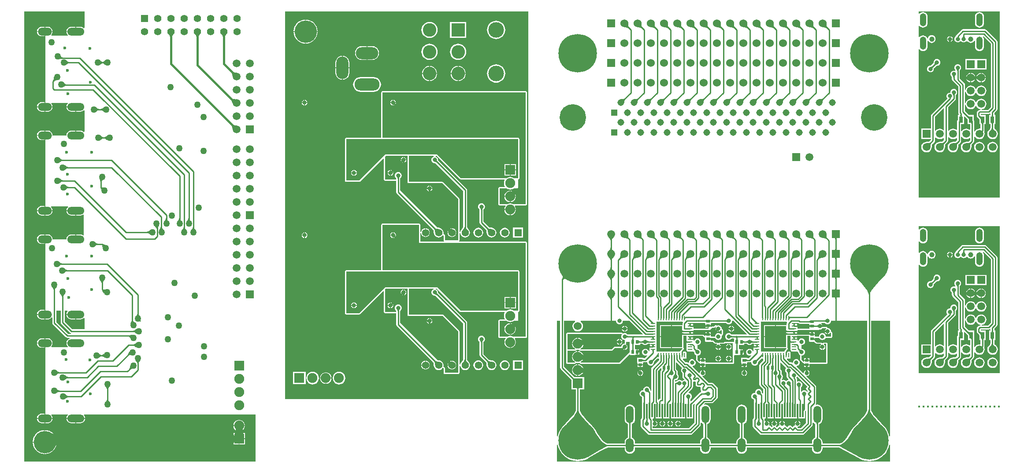
<source format=gbl>
G04*
G04 #@! TF.GenerationSoftware,Altium Limited,Altium Designer,19.1.6 (110)*
G04*
G04 Layer_Physical_Order=4*
G04 Layer_Color=16711680*
%FSLAX43Y43*%
%MOMM*%
G71*
G01*
G75*
%ADD11C,0.250*%
%ADD16C,0.254*%
%ADD19R,0.700X1.300*%
%ADD21R,0.700X0.540*%
%ADD32R,0.250X0.900*%
%ADD33R,4.100X4.100*%
%ADD34R,0.900X0.250*%
%ADD35R,0.540X0.700*%
%ADD40C,0.400*%
%ADD41O,1.250X2.500*%
%ADD42C,1.000*%
%ADD43R,1.500X1.500*%
%ADD44C,1.500*%
%ADD45R,1.500X1.500*%
%ADD46C,1.524*%
%ADD47R,1.900X1.900*%
%ADD48C,1.900*%
%ADD49C,1.388*%
%ADD50R,1.388X1.388*%
%ADD51O,4.318X2.337*%
%ADD52O,2.337X4.318*%
%ADD53O,4.826X2.337*%
%ADD54C,7.400*%
%ADD55O,1.500X2.700*%
%ADD56O,1.500X3.300*%
%ADD57R,1.524X1.524*%
%ADD58R,1.308X1.308*%
%ADD59C,5.100*%
%ADD60C,1.308*%
%ADD61C,3.000*%
%ADD62C,2.600*%
%ADD63R,2.600X2.600*%
%ADD64R,1.900X1.900*%
%ADD65C,1.398*%
%ADD66R,1.398X1.398*%
%ADD67O,2.700X1.500*%
%ADD68O,3.300X1.500*%
%ADD69C,4.300*%
%ADD70C,0.800*%
%ADD71C,0.600*%
%ADD72C,1.270*%
%ADD73C,1.270*%
%ADD74C,0.381*%
%ADD76R,0.300X2.600*%
G36*
X187842Y87092D02*
X187842Y51255D01*
X172255D01*
Y79754D01*
X172382Y79797D01*
X172456Y79701D01*
X172639Y79561D01*
X172852Y79473D01*
X173080Y79442D01*
X173308Y79473D01*
X173521Y79561D01*
X173704Y79701D01*
X173844Y79884D01*
X173932Y80097D01*
X173963Y80325D01*
Y81359D01*
X174090Y81385D01*
X174095Y81372D01*
X174215Y81215D01*
X174372Y81095D01*
X174554Y81019D01*
X174750Y80994D01*
X174946Y81019D01*
X175128Y81095D01*
X175285Y81215D01*
X175405Y81372D01*
X175481Y81554D01*
X175506Y81750D01*
X175481Y81946D01*
X175405Y82128D01*
X175285Y82285D01*
X175128Y82405D01*
X174946Y82481D01*
X174750Y82506D01*
X174554Y82481D01*
X174372Y82405D01*
X174215Y82285D01*
X174095Y82128D01*
X174019Y81946D01*
X174017Y81931D01*
X173887Y81913D01*
X173844Y82016D01*
X173704Y82199D01*
X173521Y82339D01*
X173308Y82427D01*
X173080Y82458D01*
X172852Y82427D01*
X172639Y82339D01*
X172456Y82199D01*
X172382Y82103D01*
X172255Y82146D01*
Y84254D01*
X172382Y84297D01*
X172456Y84201D01*
X172639Y84061D01*
X172852Y83973D01*
X173080Y83942D01*
X173308Y83973D01*
X173521Y84061D01*
X173704Y84201D01*
X173844Y84384D01*
X173932Y84597D01*
X173963Y84825D01*
Y86075D01*
X173932Y86303D01*
X173844Y86516D01*
X173704Y86699D01*
X173521Y86839D01*
X173308Y86927D01*
X173080Y86958D01*
X172852Y86927D01*
X172639Y86839D01*
X172456Y86699D01*
X172382Y86603D01*
X172255Y86646D01*
Y87092D01*
X187842Y87092D01*
D02*
G37*
G36*
X11938Y87092D02*
Y83884D01*
X11811Y83852D01*
X11641Y83982D01*
X11422Y84073D01*
X11187Y84104D01*
X10362D01*
Y83196D01*
X10287D01*
Y83121D01*
X8489D01*
X8510Y82961D01*
X8601Y82742D01*
X8745Y82554D01*
X8759Y82543D01*
X8718Y82423D01*
X5596D01*
X5555Y82543D01*
X5569Y82554D01*
X5713Y82742D01*
X5804Y82961D01*
X5825Y83121D01*
X4402D01*
Y82288D01*
X4406D01*
Y69604D01*
X4402D01*
Y68771D01*
X5825D01*
X5804Y68931D01*
X5713Y69150D01*
X5569Y69338D01*
X5555Y69349D01*
X5596Y69469D01*
X8718D01*
X8759Y69349D01*
X8745Y69338D01*
X8601Y69150D01*
X8510Y68931D01*
X8489Y68771D01*
X10287D01*
Y68696D01*
X10362D01*
Y67788D01*
X11187D01*
X11422Y67819D01*
X11641Y67910D01*
X11811Y68040D01*
X11938Y68008D01*
X11938Y63902D01*
X11811Y63870D01*
X11641Y64001D01*
X11422Y64091D01*
X11187Y64122D01*
X10362D01*
Y63215D01*
X10212D01*
Y64122D01*
X9387D01*
X9152Y64091D01*
X8933Y64001D01*
X8745Y63857D01*
X8601Y63669D01*
X8510Y63450D01*
X8479Y63215D01*
X5835D01*
X5804Y63450D01*
X5713Y63669D01*
X5569Y63857D01*
X5381Y64001D01*
X5162Y64091D01*
X4927Y64122D01*
X4402D01*
Y63215D01*
Y62307D01*
X4406D01*
Y49622D01*
X4402D01*
Y48790D01*
X5825D01*
X5804Y48950D01*
X5713Y49169D01*
X5569Y49357D01*
X5508Y49403D01*
X5551Y49530D01*
X8763D01*
X8806Y49403D01*
X8745Y49357D01*
X8601Y49169D01*
X8510Y48950D01*
X8489Y48790D01*
X10287D01*
Y48715D01*
X10362D01*
Y47807D01*
X11187D01*
X11422Y47838D01*
X11641Y47929D01*
X11697Y47972D01*
X11811Y47915D01*
Y44033D01*
X11697Y43976D01*
X11641Y44019D01*
X11422Y44110D01*
X11187Y44141D01*
X10362D01*
Y43233D01*
X10212D01*
Y44141D01*
X9387D01*
X9152Y44110D01*
X8933Y44019D01*
X8745Y43875D01*
X8601Y43687D01*
X8510Y43468D01*
X8479Y43233D01*
X5835D01*
X5804Y43468D01*
X5713Y43687D01*
X5569Y43875D01*
X5381Y44019D01*
X5162Y44110D01*
X4927Y44141D01*
X4402D01*
Y43233D01*
Y42326D01*
X4406D01*
Y29641D01*
X4402D01*
Y28733D01*
Y27826D01*
X4927D01*
X5162Y27857D01*
X5381Y27947D01*
X5569Y28091D01*
X5651Y28198D01*
X5778Y28155D01*
Y27112D01*
X5778Y27112D01*
X5807Y26965D01*
X5891Y26840D01*
X8364Y24366D01*
X8364Y24366D01*
X8489Y24283D01*
X8636Y24254D01*
X9133D01*
X9152Y24129D01*
X8933Y24038D01*
X8745Y23894D01*
X8601Y23706D01*
X8510Y23487D01*
X8489Y23327D01*
X10287D01*
Y23177D01*
X8489D01*
X8510Y23017D01*
X8601Y22798D01*
X8745Y22610D01*
X8759Y22599D01*
X8718Y22479D01*
X5596D01*
X5555Y22599D01*
X5569Y22610D01*
X5713Y22798D01*
X5804Y23017D01*
X5825Y23177D01*
X4402D01*
Y22344D01*
X4406D01*
Y9660D01*
X4402D01*
Y8827D01*
X5825D01*
X5804Y8987D01*
X5713Y9206D01*
X5569Y9394D01*
X5555Y9405D01*
X5596Y9525D01*
X8718Y9525D01*
X8759Y9405D01*
X8745Y9394D01*
X8601Y9206D01*
X8510Y8987D01*
X8489Y8827D01*
X12085D01*
X12064Y8987D01*
X11973Y9206D01*
X11829Y9394D01*
X11815Y9405D01*
X11856Y9525D01*
X44830D01*
Y408D01*
X408Y408D01*
Y87092D01*
X11938Y87092D01*
D02*
G37*
G36*
X154543Y84635D02*
X154556Y84437D01*
X154568Y84350D01*
X154584Y84270D01*
X154604Y84198D01*
X154628Y84133D01*
X154656Y84077D01*
X154688Y84028D01*
X154723Y83987D01*
X154546Y83810D01*
X154505Y83845D01*
X154456Y83877D01*
X154400Y83905D01*
X154335Y83929D01*
X154263Y83949D01*
X154184Y83965D01*
X154096Y83977D01*
X153898Y83990D01*
X153788Y83991D01*
X154542Y84745D01*
X154543Y84635D01*
D02*
G37*
G36*
X152003D02*
X152016Y84437D01*
X152028Y84350D01*
X152044Y84270D01*
X152064Y84198D01*
X152088Y84133D01*
X152116Y84077D01*
X152148Y84028D01*
X152183Y83987D01*
X152006Y83810D01*
X151965Y83845D01*
X151916Y83877D01*
X151860Y83905D01*
X151795Y83929D01*
X151723Y83949D01*
X151644Y83965D01*
X151556Y83977D01*
X151358Y83990D01*
X151248Y83991D01*
X152002Y84745D01*
X152003Y84635D01*
D02*
G37*
G36*
X149463D02*
X149476Y84437D01*
X149488Y84350D01*
X149504Y84270D01*
X149524Y84198D01*
X149548Y84133D01*
X149576Y84077D01*
X149608Y84028D01*
X149643Y83987D01*
X149466Y83810D01*
X149425Y83845D01*
X149376Y83877D01*
X149320Y83905D01*
X149255Y83929D01*
X149183Y83949D01*
X149104Y83965D01*
X149016Y83977D01*
X148818Y83990D01*
X148708Y83991D01*
X149462Y84745D01*
X149463Y84635D01*
D02*
G37*
G36*
X146923D02*
X146936Y84437D01*
X146948Y84350D01*
X146964Y84270D01*
X146984Y84198D01*
X147008Y84133D01*
X147036Y84077D01*
X147068Y84028D01*
X147103Y83987D01*
X146926Y83810D01*
X146885Y83845D01*
X146836Y83877D01*
X146780Y83905D01*
X146715Y83929D01*
X146643Y83949D01*
X146564Y83965D01*
X146476Y83977D01*
X146278Y83990D01*
X146168Y83991D01*
X146922Y84745D01*
X146923Y84635D01*
D02*
G37*
G36*
X144383D02*
X144396Y84437D01*
X144408Y84350D01*
X144424Y84270D01*
X144444Y84198D01*
X144468Y84133D01*
X144496Y84077D01*
X144528Y84028D01*
X144563Y83987D01*
X144386Y83810D01*
X144345Y83845D01*
X144296Y83877D01*
X144240Y83905D01*
X144175Y83929D01*
X144103Y83949D01*
X144024Y83965D01*
X143936Y83977D01*
X143738Y83990D01*
X143628Y83991D01*
X144382Y84745D01*
X144383Y84635D01*
D02*
G37*
G36*
X141843D02*
X141856Y84437D01*
X141868Y84350D01*
X141884Y84270D01*
X141904Y84198D01*
X141928Y84133D01*
X141956Y84077D01*
X141988Y84028D01*
X142023Y83987D01*
X141846Y83810D01*
X141805Y83845D01*
X141756Y83877D01*
X141700Y83905D01*
X141635Y83929D01*
X141563Y83949D01*
X141484Y83965D01*
X141396Y83977D01*
X141198Y83990D01*
X141088Y83991D01*
X141842Y84745D01*
X141843Y84635D01*
D02*
G37*
G36*
X139303D02*
X139316Y84437D01*
X139328Y84350D01*
X139344Y84270D01*
X139364Y84198D01*
X139388Y84133D01*
X139416Y84077D01*
X139448Y84028D01*
X139483Y83987D01*
X139306Y83810D01*
X139265Y83845D01*
X139216Y83877D01*
X139160Y83905D01*
X139095Y83929D01*
X139023Y83949D01*
X138944Y83965D01*
X138856Y83977D01*
X138658Y83990D01*
X138548Y83991D01*
X139302Y84745D01*
X139303Y84635D01*
D02*
G37*
G36*
X136763D02*
X136776Y84437D01*
X136788Y84350D01*
X136804Y84270D01*
X136824Y84198D01*
X136848Y84133D01*
X136876Y84077D01*
X136908Y84028D01*
X136943Y83987D01*
X136766Y83810D01*
X136725Y83845D01*
X136676Y83877D01*
X136620Y83905D01*
X136555Y83929D01*
X136483Y83949D01*
X136404Y83965D01*
X136316Y83977D01*
X136118Y83990D01*
X136008Y83991D01*
X136762Y84745D01*
X136763Y84635D01*
D02*
G37*
G36*
X134223D02*
X134236Y84437D01*
X134248Y84350D01*
X134264Y84270D01*
X134284Y84198D01*
X134308Y84133D01*
X134336Y84077D01*
X134368Y84028D01*
X134403Y83987D01*
X134226Y83810D01*
X134185Y83845D01*
X134136Y83877D01*
X134080Y83905D01*
X134015Y83929D01*
X133943Y83949D01*
X133864Y83965D01*
X133776Y83977D01*
X133578Y83990D01*
X133468Y83991D01*
X134222Y84745D01*
X134223Y84635D01*
D02*
G37*
G36*
X131683D02*
X131696Y84437D01*
X131708Y84350D01*
X131724Y84270D01*
X131744Y84198D01*
X131768Y84133D01*
X131796Y84077D01*
X131828Y84028D01*
X131863Y83987D01*
X131686Y83810D01*
X131645Y83845D01*
X131596Y83877D01*
X131540Y83905D01*
X131475Y83929D01*
X131403Y83949D01*
X131324Y83965D01*
X131236Y83977D01*
X131038Y83990D01*
X130928Y83991D01*
X131682Y84745D01*
X131683Y84635D01*
D02*
G37*
G36*
X129143D02*
X129156Y84437D01*
X129168Y84350D01*
X129184Y84270D01*
X129204Y84198D01*
X129228Y84133D01*
X129256Y84077D01*
X129288Y84028D01*
X129323Y83987D01*
X129146Y83810D01*
X129105Y83845D01*
X129056Y83877D01*
X129000Y83905D01*
X128935Y83929D01*
X128863Y83949D01*
X128784Y83965D01*
X128696Y83977D01*
X128498Y83990D01*
X128388Y83991D01*
X129142Y84745D01*
X129143Y84635D01*
D02*
G37*
G36*
X126603D02*
X126616Y84437D01*
X126628Y84350D01*
X126644Y84270D01*
X126664Y84198D01*
X126688Y84133D01*
X126716Y84077D01*
X126748Y84028D01*
X126783Y83987D01*
X126606Y83810D01*
X126565Y83845D01*
X126516Y83877D01*
X126460Y83905D01*
X126395Y83929D01*
X126323Y83949D01*
X126244Y83965D01*
X126156Y83977D01*
X125958Y83990D01*
X125848Y83991D01*
X126602Y84745D01*
X126603Y84635D01*
D02*
G37*
G36*
X124063D02*
X124076Y84437D01*
X124088Y84350D01*
X124104Y84270D01*
X124124Y84198D01*
X124148Y84133D01*
X124176Y84077D01*
X124208Y84028D01*
X124243Y83987D01*
X124066Y83810D01*
X124025Y83845D01*
X123976Y83877D01*
X123920Y83905D01*
X123855Y83929D01*
X123783Y83949D01*
X123704Y83965D01*
X123616Y83977D01*
X123418Y83990D01*
X123308Y83991D01*
X124062Y84745D01*
X124063Y84635D01*
D02*
G37*
G36*
X121523D02*
X121536Y84437D01*
X121548Y84350D01*
X121564Y84270D01*
X121584Y84198D01*
X121608Y84133D01*
X121636Y84077D01*
X121668Y84028D01*
X121703Y83987D01*
X121526Y83810D01*
X121485Y83845D01*
X121436Y83877D01*
X121380Y83905D01*
X121315Y83929D01*
X121243Y83949D01*
X121164Y83965D01*
X121076Y83977D01*
X120878Y83990D01*
X120768Y83991D01*
X121522Y84745D01*
X121523Y84635D01*
D02*
G37*
G36*
X118983D02*
X118996Y84437D01*
X119008Y84350D01*
X119024Y84270D01*
X119044Y84198D01*
X119068Y84133D01*
X119096Y84077D01*
X119128Y84028D01*
X119163Y83987D01*
X118986Y83810D01*
X118945Y83845D01*
X118896Y83877D01*
X118840Y83905D01*
X118775Y83929D01*
X118703Y83949D01*
X118624Y83965D01*
X118536Y83977D01*
X118338Y83990D01*
X118228Y83991D01*
X118982Y84745D01*
X118983Y84635D01*
D02*
G37*
G36*
X116443D02*
X116456Y84437D01*
X116468Y84350D01*
X116484Y84270D01*
X116504Y84198D01*
X116528Y84133D01*
X116556Y84077D01*
X116588Y84028D01*
X116623Y83987D01*
X116446Y83810D01*
X116405Y83845D01*
X116356Y83877D01*
X116300Y83905D01*
X116235Y83929D01*
X116163Y83949D01*
X116084Y83965D01*
X115996Y83977D01*
X115798Y83990D01*
X115688Y83991D01*
X116442Y84745D01*
X116443Y84635D01*
D02*
G37*
G36*
X39168Y82627D02*
X39117Y82568D01*
X39072Y82509D01*
X39033Y82450D01*
X39000Y82391D01*
X38973Y82332D01*
X38952Y82272D01*
X38937Y82213D01*
X38928Y82153D01*
X38925Y82093D01*
X38544D01*
X38542Y82153D01*
X38533Y82213D01*
X38518Y82272D01*
X38497Y82332D01*
X38470Y82391D01*
X38437Y82450D01*
X38398Y82509D01*
X38353Y82568D01*
X38302Y82627D01*
X38246Y82686D01*
X39224D01*
X39168Y82627D01*
D02*
G37*
G36*
X34088D02*
X34037Y82568D01*
X33992Y82509D01*
X33953Y82450D01*
X33920Y82391D01*
X33893Y82332D01*
X33872Y82272D01*
X33857Y82213D01*
X33848Y82153D01*
X33846Y82093D01*
X33465D01*
X33462Y82153D01*
X33453Y82213D01*
X33438Y82272D01*
X33417Y82332D01*
X33390Y82391D01*
X33357Y82450D01*
X33318Y82509D01*
X33273Y82568D01*
X33222Y82627D01*
X33166Y82686D01*
X34144D01*
X34088Y82627D01*
D02*
G37*
G36*
X29008D02*
X28957Y82568D01*
X28912Y82509D01*
X28873Y82450D01*
X28840Y82391D01*
X28813Y82332D01*
X28792Y82272D01*
X28777Y82213D01*
X28768Y82153D01*
X28765Y82093D01*
X28385D01*
X28382Y82153D01*
X28373Y82213D01*
X28358Y82272D01*
X28337Y82332D01*
X28310Y82391D01*
X28277Y82450D01*
X28238Y82509D01*
X28193Y82568D01*
X28142Y82627D01*
X28086Y82686D01*
X29064D01*
X29008Y82627D01*
D02*
G37*
G36*
X7409Y78512D02*
X7430Y78453D01*
X7455Y78401D01*
X7485Y78356D01*
X7518Y78318D01*
X7556Y78287D01*
X7598Y78263D01*
X7644Y78246D01*
X7695Y78235D01*
X7750Y78232D01*
X7581Y77978D01*
X7547Y77977D01*
X7506Y77972D01*
X7405Y77956D01*
X7279Y77927D01*
X6952Y77837D01*
X7392Y78577D01*
X7409Y78512D01*
D02*
G37*
G36*
X15930Y76771D02*
X15868Y76832D01*
X15749Y76933D01*
X15692Y76975D01*
X15636Y77010D01*
X15582Y77038D01*
X15529Y77060D01*
X15478Y77076D01*
X15431Y77085D01*
X15383Y77076D01*
X15332Y77060D01*
X15279Y77038D01*
X15225Y77010D01*
X15169Y76975D01*
X15112Y76933D01*
X15053Y76886D01*
X14931Y76771D01*
Y77660D01*
X14993Y77600D01*
X15112Y77499D01*
X15169Y77457D01*
X15225Y77422D01*
X15279Y77394D01*
X15332Y77372D01*
X15383Y77356D01*
X15431Y77347D01*
X15478Y77356D01*
X15529Y77372D01*
X15582Y77394D01*
X15636Y77422D01*
X15692Y77457D01*
X15749Y77499D01*
X15808Y77546D01*
X15930Y77660D01*
Y76771D01*
D02*
G37*
G36*
X8516Y77600D02*
X8635Y77499D01*
X8692Y77457D01*
X8748Y77422D01*
X8802Y77394D01*
X8855Y77372D01*
X8906Y77356D01*
X8956Y77346D01*
X9004Y77343D01*
Y77089D01*
X8956Y77086D01*
X8906Y77076D01*
X8855Y77060D01*
X8802Y77038D01*
X8748Y77010D01*
X8692Y76975D01*
X8635Y76933D01*
X8576Y76886D01*
X8454Y76771D01*
Y77660D01*
X8516Y77600D01*
D02*
G37*
G36*
X40498Y75473D02*
X40550Y75436D01*
X40606Y75403D01*
X40668Y75374D01*
X40734Y75351D01*
X40805Y75331D01*
X40882Y75316D01*
X40963Y75306D01*
X41049Y75300D01*
X41140Y75299D01*
X40398Y74557D01*
X40397Y74648D01*
X40391Y74734D01*
X40381Y74815D01*
X40366Y74892D01*
X40346Y74963D01*
X40323Y75029D01*
X40294Y75091D01*
X40261Y75147D01*
X40224Y75199D01*
X40182Y75245D01*
X40452Y75515D01*
X40498Y75473D01*
D02*
G37*
G36*
X6701Y73811D02*
X6615Y73810D01*
X6459Y73798D01*
X6389Y73787D01*
X6325Y73772D01*
X6267Y73754D01*
X6213Y73732D01*
X6166Y73707D01*
X6124Y73679D01*
X6087Y73647D01*
X5908Y73826D01*
X5940Y73863D01*
X5968Y73905D01*
X5993Y73952D01*
X6015Y74005D01*
X6033Y74064D01*
X6048Y74128D01*
X6059Y74198D01*
X6067Y74273D01*
X6072Y74440D01*
X6701Y73811D01*
D02*
G37*
G36*
X8074Y73299D02*
X8119Y73240D01*
X8165Y73188D01*
X8211Y73143D01*
X8259Y73105D01*
X8307Y73074D01*
X8356Y73050D01*
X8406Y73033D01*
X8457Y73022D01*
X8509Y73019D01*
X8453Y72765D01*
X8411Y72762D01*
X8364Y72754D01*
X8313Y72741D01*
X8259Y72722D01*
X8200Y72698D01*
X8069Y72633D01*
X7998Y72592D01*
X7843Y72495D01*
X8030Y73365D01*
X8074Y73299D01*
D02*
G37*
G36*
X153965Y70156D02*
X153932Y70119D01*
X153904Y70076D01*
X153878Y70027D01*
X153856Y69972D01*
X153838Y69912D01*
X153823Y69845D01*
X153812Y69773D01*
X153804Y69694D01*
X153799Y69520D01*
X153152Y70167D01*
X153242Y70168D01*
X153405Y70180D01*
X153477Y70191D01*
X153544Y70206D01*
X153604Y70224D01*
X153659Y70246D01*
X153708Y70272D01*
X153751Y70300D01*
X153788Y70333D01*
X153965Y70156D01*
D02*
G37*
G36*
X151425D02*
X151392Y70119D01*
X151364Y70076D01*
X151338Y70027D01*
X151316Y69972D01*
X151298Y69912D01*
X151283Y69845D01*
X151272Y69773D01*
X151264Y69694D01*
X151259Y69520D01*
X150612Y70167D01*
X150702Y70168D01*
X150865Y70180D01*
X150937Y70191D01*
X151004Y70206D01*
X151064Y70224D01*
X151119Y70246D01*
X151168Y70272D01*
X151211Y70300D01*
X151248Y70333D01*
X151425Y70156D01*
D02*
G37*
G36*
X148885D02*
X148852Y70119D01*
X148824Y70076D01*
X148798Y70027D01*
X148776Y69972D01*
X148758Y69912D01*
X148743Y69845D01*
X148732Y69773D01*
X148724Y69694D01*
X148719Y69520D01*
X148072Y70167D01*
X148162Y70168D01*
X148325Y70180D01*
X148397Y70191D01*
X148464Y70206D01*
X148524Y70224D01*
X148579Y70246D01*
X148628Y70272D01*
X148671Y70300D01*
X148708Y70333D01*
X148885Y70156D01*
D02*
G37*
G36*
X146345D02*
X146312Y70119D01*
X146284Y70076D01*
X146258Y70027D01*
X146236Y69972D01*
X146218Y69912D01*
X146203Y69845D01*
X146192Y69773D01*
X146184Y69694D01*
X146179Y69520D01*
X145532Y70167D01*
X145622Y70168D01*
X145785Y70180D01*
X145857Y70191D01*
X145924Y70206D01*
X145984Y70224D01*
X146039Y70246D01*
X146088Y70272D01*
X146131Y70300D01*
X146168Y70333D01*
X146345Y70156D01*
D02*
G37*
G36*
X143805D02*
X143772Y70119D01*
X143744Y70076D01*
X143718Y70027D01*
X143696Y69972D01*
X143678Y69912D01*
X143663Y69845D01*
X143652Y69773D01*
X143644Y69694D01*
X143639Y69520D01*
X142992Y70167D01*
X143082Y70168D01*
X143245Y70180D01*
X143317Y70191D01*
X143384Y70206D01*
X143444Y70224D01*
X143499Y70246D01*
X143548Y70272D01*
X143591Y70300D01*
X143628Y70333D01*
X143805Y70156D01*
D02*
G37*
G36*
X141265D02*
X141232Y70119D01*
X141204Y70076D01*
X141178Y70027D01*
X141156Y69972D01*
X141138Y69912D01*
X141123Y69845D01*
X141112Y69773D01*
X141104Y69694D01*
X141099Y69520D01*
X140452Y70167D01*
X140542Y70168D01*
X140705Y70180D01*
X140777Y70191D01*
X140844Y70206D01*
X140904Y70224D01*
X140959Y70246D01*
X141008Y70272D01*
X141051Y70300D01*
X141088Y70333D01*
X141265Y70156D01*
D02*
G37*
G36*
X138725D02*
X138692Y70119D01*
X138664Y70076D01*
X138638Y70027D01*
X138616Y69972D01*
X138598Y69912D01*
X138583Y69845D01*
X138572Y69773D01*
X138564Y69694D01*
X138559Y69520D01*
X137912Y70167D01*
X138002Y70168D01*
X138165Y70180D01*
X138237Y70191D01*
X138304Y70206D01*
X138364Y70224D01*
X138419Y70246D01*
X138468Y70272D01*
X138511Y70300D01*
X138548Y70333D01*
X138725Y70156D01*
D02*
G37*
G36*
X136185D02*
X136152Y70119D01*
X136124Y70076D01*
X136098Y70027D01*
X136076Y69972D01*
X136058Y69912D01*
X136043Y69845D01*
X136032Y69773D01*
X136024Y69694D01*
X136019Y69520D01*
X135372Y70167D01*
X135462Y70168D01*
X135625Y70180D01*
X135697Y70191D01*
X135764Y70206D01*
X135824Y70224D01*
X135879Y70246D01*
X135928Y70272D01*
X135971Y70300D01*
X136008Y70333D01*
X136185Y70156D01*
D02*
G37*
G36*
X133645D02*
X133612Y70119D01*
X133584Y70076D01*
X133558Y70027D01*
X133536Y69972D01*
X133518Y69912D01*
X133503Y69845D01*
X133492Y69773D01*
X133484Y69694D01*
X133479Y69520D01*
X132832Y70167D01*
X132922Y70168D01*
X133085Y70180D01*
X133157Y70191D01*
X133224Y70206D01*
X133284Y70224D01*
X133339Y70246D01*
X133388Y70272D01*
X133431Y70300D01*
X133468Y70333D01*
X133645Y70156D01*
D02*
G37*
G36*
X131105D02*
X131072Y70119D01*
X131044Y70076D01*
X131018Y70027D01*
X130996Y69972D01*
X130978Y69912D01*
X130963Y69845D01*
X130952Y69773D01*
X130944Y69694D01*
X130939Y69520D01*
X130292Y70167D01*
X130382Y70168D01*
X130545Y70180D01*
X130617Y70191D01*
X130684Y70206D01*
X130744Y70224D01*
X130799Y70246D01*
X130848Y70272D01*
X130891Y70300D01*
X130928Y70333D01*
X131105Y70156D01*
D02*
G37*
G36*
X128565D02*
X128532Y70119D01*
X128504Y70076D01*
X128478Y70027D01*
X128456Y69972D01*
X128438Y69912D01*
X128423Y69845D01*
X128412Y69773D01*
X128404Y69694D01*
X128399Y69520D01*
X127752Y70167D01*
X127842Y70168D01*
X128005Y70180D01*
X128077Y70191D01*
X128144Y70206D01*
X128204Y70224D01*
X128259Y70246D01*
X128308Y70272D01*
X128351Y70300D01*
X128388Y70333D01*
X128565Y70156D01*
D02*
G37*
G36*
X126025D02*
X125992Y70119D01*
X125964Y70076D01*
X125938Y70027D01*
X125916Y69972D01*
X125898Y69912D01*
X125883Y69845D01*
X125872Y69773D01*
X125864Y69694D01*
X125859Y69520D01*
X125212Y70167D01*
X125302Y70168D01*
X125465Y70180D01*
X125537Y70191D01*
X125604Y70206D01*
X125664Y70224D01*
X125719Y70246D01*
X125768Y70272D01*
X125811Y70300D01*
X125848Y70333D01*
X126025Y70156D01*
D02*
G37*
G36*
X123485D02*
X123452Y70119D01*
X123424Y70076D01*
X123398Y70027D01*
X123376Y69972D01*
X123358Y69912D01*
X123343Y69845D01*
X123332Y69773D01*
X123324Y69694D01*
X123319Y69520D01*
X122672Y70167D01*
X122762Y70168D01*
X122925Y70180D01*
X122997Y70191D01*
X123064Y70206D01*
X123124Y70224D01*
X123179Y70246D01*
X123228Y70272D01*
X123271Y70300D01*
X123308Y70333D01*
X123485Y70156D01*
D02*
G37*
G36*
X120945D02*
X120912Y70119D01*
X120884Y70076D01*
X120858Y70027D01*
X120836Y69972D01*
X120818Y69912D01*
X120803Y69845D01*
X120792Y69773D01*
X120784Y69694D01*
X120779Y69520D01*
X120132Y70167D01*
X120222Y70168D01*
X120385Y70180D01*
X120457Y70191D01*
X120524Y70206D01*
X120584Y70224D01*
X120639Y70246D01*
X120688Y70272D01*
X120731Y70300D01*
X120768Y70333D01*
X120945Y70156D01*
D02*
G37*
G36*
X118405D02*
X118372Y70119D01*
X118344Y70076D01*
X118318Y70027D01*
X118296Y69972D01*
X118278Y69912D01*
X118263Y69845D01*
X118252Y69773D01*
X118244Y69694D01*
X118239Y69520D01*
X117592Y70167D01*
X117682Y70168D01*
X117845Y70180D01*
X117917Y70191D01*
X117984Y70206D01*
X118044Y70224D01*
X118099Y70246D01*
X118148Y70272D01*
X118191Y70300D01*
X118228Y70333D01*
X118405Y70156D01*
D02*
G37*
G36*
X115865D02*
X115832Y70119D01*
X115804Y70076D01*
X115778Y70027D01*
X115756Y69972D01*
X115738Y69912D01*
X115723Y69845D01*
X115712Y69773D01*
X115704Y69694D01*
X115699Y69520D01*
X115052Y70167D01*
X115142Y70168D01*
X115305Y70180D01*
X115377Y70191D01*
X115444Y70206D01*
X115504Y70224D01*
X115559Y70246D01*
X115608Y70272D01*
X115651Y70300D01*
X115688Y70333D01*
X115865Y70156D01*
D02*
G37*
G36*
X40356Y70281D02*
X40409Y70244D01*
X40466Y70214D01*
X40526Y70191D01*
X40589Y70174D01*
X40656Y70165D01*
X40727Y70162D01*
X40802Y70166D01*
X40880Y70177D01*
X40961Y70195D01*
X40418Y69297D01*
X40394Y69393D01*
X40312Y69645D01*
X40282Y69717D01*
X40216Y69843D01*
X40181Y69897D01*
X40145Y69945D01*
X40107Y69987D01*
X40307Y70325D01*
X40356Y70281D01*
D02*
G37*
G36*
X15676Y67755D02*
X15614Y67815D01*
X15495Y67916D01*
X15438Y67958D01*
X15382Y67993D01*
X15328Y68021D01*
X15275Y68043D01*
X15224Y68059D01*
X15174Y68069D01*
X15126Y68072D01*
Y68326D01*
X15174Y68329D01*
X15224Y68339D01*
X15275Y68355D01*
X15328Y68377D01*
X15382Y68405D01*
X15438Y68440D01*
X15495Y68482D01*
X15554Y68529D01*
X15676Y68644D01*
Y67755D01*
D02*
G37*
G36*
X14231Y68583D02*
X14350Y68482D01*
X14407Y68440D01*
X14463Y68405D01*
X14517Y68377D01*
X14570Y68355D01*
X14621Y68339D01*
X14671Y68329D01*
X14719Y68326D01*
Y68072D01*
X14671Y68069D01*
X14621Y68059D01*
X14570Y68043D01*
X14517Y68021D01*
X14463Y67993D01*
X14407Y67958D01*
X14350Y67916D01*
X14291Y67869D01*
X14169Y67755D01*
Y68644D01*
X14231Y68583D01*
D02*
G37*
G36*
X40498Y65313D02*
X40550Y65276D01*
X40606Y65243D01*
X40668Y65214D01*
X40734Y65191D01*
X40805Y65171D01*
X40882Y65156D01*
X40963Y65146D01*
X41049Y65140D01*
X41140Y65139D01*
X40398Y64396D01*
X40397Y64488D01*
X40391Y64574D01*
X40381Y64655D01*
X40366Y64732D01*
X40346Y64803D01*
X40323Y64869D01*
X40294Y64931D01*
X40261Y64987D01*
X40224Y65039D01*
X40182Y65085D01*
X40452Y65355D01*
X40498Y65313D01*
D02*
G37*
G36*
X16311Y62293D02*
X16249Y62354D01*
X16130Y62455D01*
X16073Y62497D01*
X16017Y62532D01*
X15963Y62560D01*
X15910Y62582D01*
X15859Y62598D01*
X15809Y62608D01*
X15761Y62611D01*
Y62865D01*
X15809Y62868D01*
X15859Y62878D01*
X15910Y62894D01*
X15963Y62916D01*
X16017Y62944D01*
X16073Y62979D01*
X16130Y63021D01*
X16189Y63068D01*
X16311Y63182D01*
Y62293D01*
D02*
G37*
G36*
X15120Y63122D02*
X15239Y63021D01*
X15296Y62979D01*
X15352Y62944D01*
X15406Y62916D01*
X15459Y62894D01*
X15510Y62878D01*
X15560Y62868D01*
X15608Y62865D01*
Y62611D01*
X15560Y62608D01*
X15510Y62598D01*
X15459Y62582D01*
X15406Y62560D01*
X15352Y62532D01*
X15296Y62497D01*
X15239Y62455D01*
X15180Y62408D01*
X15058Y62293D01*
Y63182D01*
X15120Y63122D01*
D02*
G37*
G36*
X7246Y58804D02*
X7365Y58703D01*
X7422Y58661D01*
X7478Y58626D01*
X7532Y58598D01*
X7585Y58576D01*
X7636Y58560D01*
X7686Y58550D01*
X7734Y58547D01*
Y58293D01*
X7686Y58290D01*
X7636Y58280D01*
X7585Y58264D01*
X7532Y58242D01*
X7478Y58214D01*
X7422Y58179D01*
X7365Y58137D01*
X7306Y58090D01*
X7184Y57975D01*
Y58864D01*
X7246Y58804D01*
D02*
G37*
G36*
X8262Y57407D02*
X8381Y57306D01*
X8438Y57264D01*
X8494Y57229D01*
X8548Y57201D01*
X8601Y57179D01*
X8652Y57163D01*
X8702Y57153D01*
X8750Y57150D01*
Y56896D01*
X8702Y56893D01*
X8652Y56883D01*
X8601Y56867D01*
X8548Y56845D01*
X8494Y56817D01*
X8438Y56782D01*
X8381Y56740D01*
X8322Y56693D01*
X8200Y56578D01*
Y57467D01*
X8262Y57407D01*
D02*
G37*
G36*
X15593Y54652D02*
X15526Y54623D01*
X15466Y54592D01*
X15413Y54558D01*
X15367Y54521D01*
X15328Y54482D01*
X15296Y54440D01*
X15272Y54394D01*
X15254Y54346D01*
X15244Y54295D01*
X15240Y54242D01*
X14986Y54356D01*
X14984Y54388D01*
X14978Y54427D01*
X14967Y54474D01*
X14934Y54589D01*
X14854Y54817D01*
X14779Y55005D01*
X15593Y54652D01*
D02*
G37*
G36*
X7246Y54867D02*
X7365Y54766D01*
X7422Y54724D01*
X7478Y54689D01*
X7532Y54661D01*
X7585Y54639D01*
X7636Y54623D01*
X7686Y54613D01*
X7734Y54610D01*
Y54356D01*
X7686Y54353D01*
X7636Y54343D01*
X7585Y54327D01*
X7532Y54305D01*
X7478Y54277D01*
X7422Y54242D01*
X7365Y54200D01*
X7306Y54153D01*
X7184Y54039D01*
Y54928D01*
X7246Y54867D01*
D02*
G37*
G36*
X8389Y53597D02*
X8508Y53496D01*
X8565Y53454D01*
X8621Y53419D01*
X8675Y53391D01*
X8728Y53369D01*
X8779Y53353D01*
X8829Y53343D01*
X8877Y53340D01*
Y53086D01*
X8829Y53083D01*
X8779Y53073D01*
X8728Y53057D01*
X8675Y53035D01*
X8621Y53007D01*
X8565Y52972D01*
X8508Y52930D01*
X8449Y52883D01*
X8327Y52769D01*
Y53658D01*
X8389Y53597D01*
D02*
G37*
G36*
X15237Y53271D02*
X15273Y53243D01*
X15308Y53220D01*
X15344Y53202D01*
X15381Y53188D01*
X15418Y53179D01*
X15456Y53174D01*
X15494Y53174D01*
X15533Y53179D01*
X15572Y53188D01*
X15138Y52754D01*
X15147Y52793D01*
X15152Y52832D01*
X15152Y52870D01*
X15147Y52908D01*
X15138Y52945D01*
X15124Y52982D01*
X15106Y53018D01*
X15083Y53053D01*
X15055Y53089D01*
X15023Y53123D01*
X15203Y53303D01*
X15237Y53271D01*
D02*
G37*
G36*
X32134Y47183D02*
X32144Y47133D01*
X32160Y47082D01*
X32182Y47029D01*
X32210Y46975D01*
X32245Y46919D01*
X32287Y46862D01*
X32334Y46803D01*
X32449Y46681D01*
X31559D01*
X31620Y46743D01*
X31721Y46862D01*
X31763Y46919D01*
X31798Y46975D01*
X31826Y47029D01*
X31848Y47082D01*
X31864Y47133D01*
X31874Y47183D01*
X31877Y47231D01*
X32131D01*
X32134Y47183D01*
D02*
G37*
G36*
X30356D02*
X30366Y47133D01*
X30382Y47082D01*
X30404Y47029D01*
X30432Y46975D01*
X30467Y46919D01*
X30509Y46862D01*
X30556Y46803D01*
X30670Y46681D01*
X29781D01*
X29842Y46743D01*
X29943Y46862D01*
X29985Y46919D01*
X30020Y46975D01*
X30048Y47029D01*
X30070Y47082D01*
X30086Y47133D01*
X30096Y47183D01*
X30099Y47231D01*
X30353D01*
X30356Y47183D01*
D02*
G37*
G36*
X27816D02*
X27826Y47133D01*
X27842Y47082D01*
X27864Y47029D01*
X27892Y46975D01*
X27927Y46919D01*
X27969Y46862D01*
X28016Y46803D01*
X28131Y46681D01*
X27242D01*
X27302Y46743D01*
X27403Y46862D01*
X27445Y46919D01*
X27480Y46975D01*
X27508Y47029D01*
X27530Y47082D01*
X27546Y47133D01*
X27556Y47183D01*
X27559Y47231D01*
X27813D01*
X27816Y47183D01*
D02*
G37*
G36*
X26255Y45794D02*
X26133Y45582D01*
X26103Y45519D01*
X26059Y45406D01*
X26046Y45355D01*
X26038Y45308D01*
X26035Y45265D01*
X25781Y45212D01*
X25778Y45264D01*
X25767Y45314D01*
X25750Y45365D01*
X25726Y45414D01*
X25695Y45463D01*
X25657Y45511D01*
X25612Y45558D01*
X25560Y45604D01*
X25502Y45650D01*
X25436Y45695D01*
X26307Y45873D01*
X26255Y45794D01*
D02*
G37*
G36*
X33023Y45532D02*
X33033Y45482D01*
X33049Y45431D01*
X33071Y45378D01*
X33099Y45324D01*
X33134Y45268D01*
X33176Y45211D01*
X33223Y45152D01*
X33338Y45030D01*
X32449D01*
X32509Y45092D01*
X32610Y45211D01*
X32652Y45268D01*
X32687Y45324D01*
X32715Y45378D01*
X32737Y45431D01*
X32753Y45482D01*
X32763Y45532D01*
X32766Y45580D01*
X33020D01*
X33023Y45532D01*
D02*
G37*
G36*
X31245D02*
X31255Y45482D01*
X31271Y45431D01*
X31293Y45378D01*
X31321Y45324D01*
X31356Y45268D01*
X31398Y45211D01*
X31445Y45152D01*
X31559Y45030D01*
X30670D01*
X30731Y45092D01*
X30832Y45211D01*
X30874Y45268D01*
X30909Y45324D01*
X30937Y45378D01*
X30959Y45431D01*
X30975Y45482D01*
X30985Y45532D01*
X30988Y45580D01*
X31242D01*
X31245Y45532D01*
D02*
G37*
G36*
X26800Y45541D02*
X26811Y45491D01*
X26828Y45440D01*
X26852Y45391D01*
X26883Y45342D01*
X26921Y45294D01*
X26966Y45247D01*
X27018Y45201D01*
X27076Y45155D01*
X27142Y45110D01*
X26271Y44932D01*
X26323Y45011D01*
X26445Y45223D01*
X26475Y45286D01*
X26518Y45399D01*
X26532Y45450D01*
X26540Y45497D01*
X26543Y45540D01*
X26797Y45593D01*
X26800Y45541D01*
D02*
G37*
G36*
X24566Y44132D02*
X24504Y44193D01*
X24385Y44294D01*
X24328Y44336D01*
X24272Y44371D01*
X24218Y44399D01*
X24165Y44421D01*
X24114Y44437D01*
X24064Y44447D01*
X24016Y44450D01*
Y44704D01*
X24064Y44707D01*
X24114Y44717D01*
X24165Y44733D01*
X24218Y44755D01*
X24272Y44783D01*
X24328Y44818D01*
X24385Y44860D01*
X24444Y44907D01*
X24566Y45021D01*
Y44132D01*
D02*
G37*
G36*
X154531Y44064D02*
X154544Y43870D01*
X154556Y43784D01*
X154572Y43706D01*
X154592Y43635D01*
X154616Y43572D01*
X154643Y43516D01*
X154674Y43468D01*
X154710Y43427D01*
X154533Y43250D01*
X154492Y43286D01*
X154444Y43317D01*
X154388Y43344D01*
X154325Y43368D01*
X154254Y43388D01*
X154176Y43404D01*
X154090Y43416D01*
X153896Y43429D01*
X153788Y43430D01*
X154530Y44172D01*
X154531Y44064D01*
D02*
G37*
G36*
X151991D02*
X152004Y43870D01*
X152016Y43784D01*
X152032Y43706D01*
X152052Y43635D01*
X152076Y43572D01*
X152103Y43516D01*
X152134Y43468D01*
X152169Y43427D01*
X151993Y43250D01*
X151952Y43286D01*
X151904Y43317D01*
X151848Y43344D01*
X151785Y43368D01*
X151714Y43388D01*
X151636Y43404D01*
X151550Y43416D01*
X151356Y43429D01*
X151247Y43430D01*
X151990Y44172D01*
X151991Y44064D01*
D02*
G37*
G36*
X149451D02*
X149464Y43870D01*
X149476Y43784D01*
X149492Y43706D01*
X149512Y43635D01*
X149536Y43572D01*
X149563Y43516D01*
X149594Y43468D01*
X149630Y43427D01*
X149453Y43250D01*
X149412Y43286D01*
X149364Y43317D01*
X149308Y43344D01*
X149245Y43368D01*
X149174Y43388D01*
X149096Y43404D01*
X149010Y43416D01*
X148816Y43429D01*
X148708Y43430D01*
X149450Y44172D01*
X149451Y44064D01*
D02*
G37*
G36*
X146911D02*
X146924Y43870D01*
X146936Y43784D01*
X146952Y43706D01*
X146972Y43635D01*
X146996Y43572D01*
X147023Y43516D01*
X147054Y43468D01*
X147089Y43427D01*
X146913Y43250D01*
X146872Y43286D01*
X146824Y43317D01*
X146768Y43344D01*
X146705Y43368D01*
X146634Y43388D01*
X146556Y43404D01*
X146470Y43416D01*
X146276Y43429D01*
X146167Y43430D01*
X146910Y44172D01*
X146911Y44064D01*
D02*
G37*
G36*
X144371D02*
X144384Y43870D01*
X144396Y43784D01*
X144412Y43706D01*
X144432Y43635D01*
X144456Y43572D01*
X144483Y43516D01*
X144514Y43468D01*
X144549Y43427D01*
X144373Y43250D01*
X144332Y43286D01*
X144284Y43317D01*
X144228Y43344D01*
X144165Y43368D01*
X144094Y43388D01*
X144016Y43404D01*
X143930Y43416D01*
X143736Y43429D01*
X143628Y43430D01*
X144370Y44172D01*
X144371Y44064D01*
D02*
G37*
G36*
X141831D02*
X141844Y43870D01*
X141856Y43784D01*
X141872Y43706D01*
X141892Y43635D01*
X141916Y43572D01*
X141943Y43516D01*
X141974Y43468D01*
X142010Y43427D01*
X141833Y43250D01*
X141792Y43286D01*
X141744Y43317D01*
X141688Y43344D01*
X141625Y43368D01*
X141554Y43388D01*
X141476Y43404D01*
X141390Y43416D01*
X141196Y43429D01*
X141087Y43430D01*
X141830Y44172D01*
X141831Y44064D01*
D02*
G37*
G36*
X139291D02*
X139304Y43870D01*
X139316Y43784D01*
X139332Y43706D01*
X139352Y43635D01*
X139376Y43572D01*
X139403Y43516D01*
X139434Y43468D01*
X139469Y43427D01*
X139293Y43250D01*
X139252Y43286D01*
X139204Y43317D01*
X139148Y43344D01*
X139085Y43368D01*
X139014Y43388D01*
X138936Y43404D01*
X138850Y43416D01*
X138656Y43429D01*
X138548Y43430D01*
X139290Y44172D01*
X139291Y44064D01*
D02*
G37*
G36*
X136751D02*
X136764Y43870D01*
X136776Y43784D01*
X136792Y43706D01*
X136812Y43635D01*
X136836Y43572D01*
X136863Y43516D01*
X136894Y43468D01*
X136930Y43427D01*
X136753Y43250D01*
X136712Y43286D01*
X136664Y43317D01*
X136608Y43344D01*
X136545Y43368D01*
X136474Y43388D01*
X136396Y43404D01*
X136310Y43416D01*
X136116Y43429D01*
X136008Y43430D01*
X136750Y44172D01*
X136751Y44064D01*
D02*
G37*
G36*
X134211D02*
X134224Y43870D01*
X134236Y43784D01*
X134252Y43706D01*
X134272Y43635D01*
X134296Y43572D01*
X134323Y43516D01*
X134354Y43468D01*
X134389Y43427D01*
X134213Y43250D01*
X134172Y43286D01*
X134124Y43317D01*
X134068Y43344D01*
X134005Y43368D01*
X133934Y43388D01*
X133856Y43404D01*
X133770Y43416D01*
X133576Y43429D01*
X133467Y43430D01*
X134210Y44172D01*
X134211Y44064D01*
D02*
G37*
G36*
X131671D02*
X131684Y43870D01*
X131696Y43784D01*
X131712Y43706D01*
X131732Y43635D01*
X131756Y43572D01*
X131783Y43516D01*
X131814Y43468D01*
X131850Y43427D01*
X131673Y43250D01*
X131632Y43286D01*
X131584Y43317D01*
X131528Y43344D01*
X131465Y43368D01*
X131394Y43388D01*
X131316Y43404D01*
X131230Y43416D01*
X131036Y43429D01*
X130928Y43430D01*
X131670Y44172D01*
X131671Y44064D01*
D02*
G37*
G36*
X129131D02*
X129144Y43870D01*
X129156Y43784D01*
X129172Y43706D01*
X129192Y43635D01*
X129216Y43572D01*
X129243Y43516D01*
X129274Y43468D01*
X129309Y43427D01*
X129133Y43250D01*
X129092Y43286D01*
X129044Y43317D01*
X128988Y43344D01*
X128925Y43368D01*
X128854Y43388D01*
X128776Y43404D01*
X128690Y43416D01*
X128496Y43429D01*
X128387Y43430D01*
X129130Y44172D01*
X129131Y44064D01*
D02*
G37*
G36*
X126591D02*
X126604Y43870D01*
X126616Y43784D01*
X126632Y43706D01*
X126652Y43635D01*
X126676Y43572D01*
X126703Y43516D01*
X126734Y43468D01*
X126770Y43427D01*
X126593Y43250D01*
X126552Y43286D01*
X126504Y43317D01*
X126448Y43344D01*
X126385Y43368D01*
X126314Y43388D01*
X126236Y43404D01*
X126150Y43416D01*
X125956Y43429D01*
X125848Y43430D01*
X126590Y44172D01*
X126591Y44064D01*
D02*
G37*
G36*
X124051D02*
X124064Y43870D01*
X124076Y43784D01*
X124092Y43706D01*
X124112Y43635D01*
X124136Y43572D01*
X124163Y43516D01*
X124194Y43468D01*
X124229Y43427D01*
X124053Y43250D01*
X124012Y43286D01*
X123964Y43317D01*
X123908Y43344D01*
X123845Y43368D01*
X123774Y43388D01*
X123696Y43404D01*
X123610Y43416D01*
X123416Y43429D01*
X123308Y43430D01*
X124050Y44172D01*
X124051Y44064D01*
D02*
G37*
G36*
X121511D02*
X121524Y43870D01*
X121536Y43784D01*
X121552Y43706D01*
X121572Y43635D01*
X121596Y43572D01*
X121623Y43516D01*
X121654Y43468D01*
X121689Y43427D01*
X121513Y43250D01*
X121472Y43286D01*
X121424Y43317D01*
X121368Y43344D01*
X121305Y43368D01*
X121234Y43388D01*
X121156Y43404D01*
X121070Y43416D01*
X120876Y43429D01*
X120768Y43430D01*
X121510Y44172D01*
X121511Y44064D01*
D02*
G37*
G36*
X118971D02*
X118984Y43870D01*
X118996Y43784D01*
X119012Y43706D01*
X119032Y43635D01*
X119056Y43572D01*
X119083Y43516D01*
X119114Y43468D01*
X119149Y43427D01*
X118973Y43250D01*
X118932Y43286D01*
X118884Y43317D01*
X118828Y43344D01*
X118765Y43368D01*
X118694Y43388D01*
X118616Y43404D01*
X118530Y43416D01*
X118336Y43429D01*
X118228Y43430D01*
X118970Y44172D01*
X118971Y44064D01*
D02*
G37*
G36*
X116431D02*
X116444Y43870D01*
X116456Y43784D01*
X116472Y43706D01*
X116492Y43635D01*
X116516Y43572D01*
X116543Y43516D01*
X116574Y43468D01*
X116609Y43427D01*
X116433Y43250D01*
X116392Y43286D01*
X116344Y43317D01*
X116288Y43344D01*
X116225Y43368D01*
X116154Y43388D01*
X116076Y43404D01*
X115990Y43416D01*
X115796Y43429D01*
X115688Y43430D01*
X116430Y44172D01*
X116431Y44064D01*
D02*
G37*
G36*
X156546Y43431D02*
X156525Y43423D01*
X156506Y43411D01*
X156490Y43393D01*
X156476Y43371D01*
X156465Y43343D01*
X156456Y43311D01*
X156450Y43273D01*
X156446Y43231D01*
X156445Y43183D01*
X156195D01*
X156194Y43231D01*
X156190Y43273D01*
X156184Y43311D01*
X156175Y43343D01*
X156164Y43371D01*
X156150Y43393D01*
X156134Y43411D01*
X156115Y43423D01*
X156094Y43431D01*
X156070Y43433D01*
X156570D01*
X156546Y43431D01*
D02*
G37*
G36*
X113589Y43567D02*
X113461Y43421D01*
X113409Y43352D01*
X113365Y43285D01*
X113329Y43221D01*
X113301Y43159D01*
X113281Y43100D01*
X113269Y43044D01*
X113265Y42990D01*
X113015D01*
X113011Y43044D01*
X112999Y43100D01*
X112979Y43159D01*
X112951Y43221D01*
X112915Y43285D01*
X112871Y43352D01*
X112819Y43421D01*
X112691Y43567D01*
X112615Y43644D01*
X113665D01*
X113589Y43567D01*
D02*
G37*
G36*
X187842Y17500D02*
X172255D01*
Y38254D01*
X172382Y38297D01*
X172456Y38201D01*
X172639Y38061D01*
X172852Y37973D01*
X173080Y37942D01*
X173308Y37973D01*
X173521Y38061D01*
X173704Y38201D01*
X173844Y38384D01*
X173932Y38597D01*
X173963Y38825D01*
Y39859D01*
X174090Y39885D01*
X174095Y39872D01*
X174215Y39715D01*
X174372Y39595D01*
X174554Y39519D01*
X174750Y39494D01*
X174946Y39519D01*
X175128Y39595D01*
X175285Y39715D01*
X175405Y39872D01*
X175481Y40054D01*
X175506Y40250D01*
X175481Y40446D01*
X175405Y40628D01*
X175285Y40785D01*
X175128Y40905D01*
X174946Y40981D01*
X174750Y41006D01*
X174554Y40981D01*
X174372Y40905D01*
X174215Y40785D01*
X174095Y40628D01*
X174019Y40446D01*
X174017Y40431D01*
X173887Y40413D01*
X173844Y40516D01*
X173704Y40699D01*
X173521Y40839D01*
X173308Y40927D01*
X173080Y40958D01*
X172852Y40927D01*
X172639Y40839D01*
X172456Y40699D01*
X172382Y40603D01*
X172255Y40646D01*
Y42754D01*
X172382Y42797D01*
X172456Y42701D01*
X172639Y42561D01*
X172852Y42473D01*
X173080Y42442D01*
X173308Y42473D01*
X173521Y42561D01*
X173704Y42701D01*
X173844Y42884D01*
X173932Y43097D01*
X173963Y43325D01*
Y44575D01*
X173932Y44803D01*
X173844Y45016D01*
X173704Y45199D01*
X173521Y45339D01*
X173308Y45427D01*
X173080Y45458D01*
X172852Y45427D01*
X172639Y45339D01*
X172456Y45199D01*
X172382Y45103D01*
X172255Y45146D01*
Y45745D01*
X187842D01*
X187842Y17500D01*
D02*
G37*
G36*
X13977Y42675D02*
X14096Y42574D01*
X14153Y42532D01*
X14209Y42497D01*
X14263Y42469D01*
X14316Y42447D01*
X14367Y42431D01*
X14417Y42421D01*
X14465Y42418D01*
Y42164D01*
X14417Y42161D01*
X14367Y42151D01*
X14316Y42135D01*
X14263Y42113D01*
X14209Y42085D01*
X14153Y42050D01*
X14096Y42008D01*
X14037Y41961D01*
X13915Y41847D01*
Y42736D01*
X13977Y42675D01*
D02*
G37*
G36*
X15496Y42345D02*
X15540Y42312D01*
X15589Y42283D01*
X15642Y42256D01*
X15699Y42233D01*
X15761Y42212D01*
X15827Y42195D01*
X15897Y42181D01*
X16051Y42162D01*
X15380Y41659D01*
X15393Y41730D01*
X15401Y41797D01*
X15403Y41860D01*
X15400Y41920D01*
X15393Y41976D01*
X15380Y42028D01*
X15362Y42077D01*
X15339Y42122D01*
X15311Y42164D01*
X15277Y42201D01*
X15457Y42381D01*
X15496Y42345D01*
D02*
G37*
G36*
X156446Y41319D02*
X156450Y41276D01*
X156456Y41238D01*
X156465Y41205D01*
X156476Y41177D01*
X156490Y41154D01*
X156506Y41137D01*
X156525Y41124D01*
X156546Y41116D01*
X156570Y41114D01*
X156070D01*
X156094Y41116D01*
X156115Y41124D01*
X156134Y41137D01*
X156150Y41154D01*
X156164Y41177D01*
X156175Y41205D01*
X156184Y41238D01*
X156190Y41276D01*
X156194Y41319D01*
X156195Y41367D01*
X156445D01*
X156446Y41319D01*
D02*
G37*
G36*
X113269Y41506D02*
X113281Y41450D01*
X113301Y41391D01*
X113329Y41329D01*
X113365Y41265D01*
X113409Y41198D01*
X113461Y41129D01*
X113589Y40983D01*
X113665Y40906D01*
X112615D01*
X112691Y40983D01*
X112819Y41129D01*
X112871Y41198D01*
X112915Y41265D01*
X112951Y41329D01*
X112979Y41391D01*
X112999Y41450D01*
X113011Y41506D01*
X113015Y41560D01*
X113265D01*
X113269Y41506D01*
D02*
G37*
G36*
X153773Y39620D02*
X153664Y39619D01*
X153470Y39606D01*
X153384Y39594D01*
X153306Y39578D01*
X153235Y39558D01*
X153172Y39534D01*
X153116Y39507D01*
X153068Y39476D01*
X153027Y39440D01*
X152850Y39617D01*
X152886Y39658D01*
X152917Y39706D01*
X152944Y39762D01*
X152968Y39825D01*
X152988Y39896D01*
X153004Y39974D01*
X153016Y40060D01*
X153029Y40254D01*
X153030Y40362D01*
X153773Y39620D01*
D02*
G37*
G36*
X151232D02*
X151124Y39619D01*
X150930Y39606D01*
X150844Y39594D01*
X150766Y39578D01*
X150695Y39558D01*
X150632Y39534D01*
X150576Y39507D01*
X150528Y39476D01*
X150487Y39440D01*
X150311Y39617D01*
X150346Y39658D01*
X150377Y39706D01*
X150404Y39762D01*
X150428Y39825D01*
X150448Y39896D01*
X150464Y39974D01*
X150476Y40060D01*
X150489Y40254D01*
X150490Y40362D01*
X151232Y39620D01*
D02*
G37*
G36*
X148693D02*
X148584Y39619D01*
X148390Y39606D01*
X148304Y39594D01*
X148226Y39578D01*
X148155Y39558D01*
X148092Y39534D01*
X148036Y39507D01*
X147988Y39476D01*
X147947Y39440D01*
X147770Y39617D01*
X147806Y39658D01*
X147837Y39706D01*
X147864Y39762D01*
X147888Y39825D01*
X147908Y39896D01*
X147924Y39974D01*
X147936Y40060D01*
X147949Y40254D01*
X147950Y40362D01*
X148693Y39620D01*
D02*
G37*
G36*
X146152D02*
X146044Y39619D01*
X145850Y39606D01*
X145764Y39594D01*
X145686Y39578D01*
X145615Y39558D01*
X145552Y39534D01*
X145496Y39507D01*
X145448Y39476D01*
X145407Y39440D01*
X145230Y39617D01*
X145266Y39658D01*
X145297Y39706D01*
X145324Y39762D01*
X145348Y39825D01*
X145368Y39896D01*
X145384Y39974D01*
X145396Y40060D01*
X145409Y40254D01*
X145410Y40362D01*
X146152Y39620D01*
D02*
G37*
G36*
X143613D02*
X143504Y39619D01*
X143310Y39606D01*
X143224Y39594D01*
X143146Y39578D01*
X143075Y39558D01*
X143012Y39534D01*
X142956Y39507D01*
X142908Y39476D01*
X142867Y39440D01*
X142691Y39617D01*
X142726Y39658D01*
X142757Y39706D01*
X142784Y39762D01*
X142808Y39825D01*
X142828Y39896D01*
X142844Y39974D01*
X142856Y40060D01*
X142869Y40254D01*
X142870Y40362D01*
X143613Y39620D01*
D02*
G37*
G36*
X141072D02*
X140964Y39619D01*
X140770Y39606D01*
X140684Y39594D01*
X140606Y39578D01*
X140535Y39558D01*
X140472Y39534D01*
X140416Y39507D01*
X140368Y39476D01*
X140327Y39440D01*
X140150Y39617D01*
X140186Y39658D01*
X140217Y39706D01*
X140244Y39762D01*
X140268Y39825D01*
X140288Y39896D01*
X140304Y39974D01*
X140316Y40060D01*
X140329Y40254D01*
X140330Y40362D01*
X141072Y39620D01*
D02*
G37*
G36*
X138533D02*
X138424Y39619D01*
X138230Y39606D01*
X138144Y39594D01*
X138066Y39578D01*
X137995Y39558D01*
X137932Y39534D01*
X137876Y39507D01*
X137828Y39476D01*
X137787Y39440D01*
X137611Y39617D01*
X137646Y39658D01*
X137677Y39706D01*
X137704Y39762D01*
X137728Y39825D01*
X137748Y39896D01*
X137764Y39974D01*
X137776Y40060D01*
X137789Y40254D01*
X137790Y40362D01*
X138533Y39620D01*
D02*
G37*
G36*
X135992D02*
X135884Y39619D01*
X135690Y39606D01*
X135604Y39594D01*
X135526Y39578D01*
X135455Y39558D01*
X135392Y39534D01*
X135336Y39507D01*
X135288Y39476D01*
X135247Y39440D01*
X135070Y39617D01*
X135106Y39658D01*
X135137Y39706D01*
X135164Y39762D01*
X135188Y39825D01*
X135208Y39896D01*
X135224Y39974D01*
X135236Y40060D01*
X135249Y40254D01*
X135250Y40362D01*
X135992Y39620D01*
D02*
G37*
G36*
X133452D02*
X133344Y39619D01*
X133150Y39606D01*
X133064Y39594D01*
X132986Y39578D01*
X132915Y39558D01*
X132852Y39534D01*
X132796Y39507D01*
X132748Y39476D01*
X132707Y39440D01*
X132531Y39617D01*
X132566Y39658D01*
X132597Y39706D01*
X132624Y39762D01*
X132648Y39825D01*
X132668Y39896D01*
X132684Y39974D01*
X132696Y40060D01*
X132709Y40254D01*
X132710Y40362D01*
X133452Y39620D01*
D02*
G37*
G36*
X130913D02*
X130804Y39619D01*
X130610Y39606D01*
X130524Y39594D01*
X130446Y39578D01*
X130375Y39558D01*
X130312Y39534D01*
X130256Y39507D01*
X130208Y39476D01*
X130167Y39440D01*
X129990Y39617D01*
X130026Y39658D01*
X130057Y39706D01*
X130084Y39762D01*
X130108Y39825D01*
X130128Y39896D01*
X130144Y39974D01*
X130156Y40060D01*
X130169Y40254D01*
X130170Y40362D01*
X130913Y39620D01*
D02*
G37*
G36*
X128372D02*
X128264Y39619D01*
X128070Y39606D01*
X127984Y39594D01*
X127906Y39578D01*
X127835Y39558D01*
X127772Y39534D01*
X127716Y39507D01*
X127668Y39476D01*
X127627Y39440D01*
X127451Y39617D01*
X127486Y39658D01*
X127517Y39706D01*
X127544Y39762D01*
X127568Y39825D01*
X127588Y39896D01*
X127604Y39974D01*
X127616Y40060D01*
X127629Y40254D01*
X127630Y40362D01*
X128372Y39620D01*
D02*
G37*
G36*
X125832D02*
X125724Y39619D01*
X125530Y39606D01*
X125444Y39594D01*
X125366Y39578D01*
X125295Y39558D01*
X125232Y39534D01*
X125176Y39507D01*
X125128Y39476D01*
X125087Y39440D01*
X124910Y39617D01*
X124946Y39658D01*
X124977Y39706D01*
X125004Y39762D01*
X125028Y39825D01*
X125048Y39896D01*
X125064Y39974D01*
X125076Y40060D01*
X125089Y40254D01*
X125090Y40362D01*
X125832Y39620D01*
D02*
G37*
G36*
X123293D02*
X123184Y39619D01*
X122990Y39606D01*
X122904Y39594D01*
X122826Y39578D01*
X122755Y39558D01*
X122692Y39534D01*
X122636Y39507D01*
X122588Y39476D01*
X122547Y39440D01*
X122370Y39617D01*
X122406Y39658D01*
X122437Y39706D01*
X122464Y39762D01*
X122488Y39825D01*
X122508Y39896D01*
X122524Y39974D01*
X122536Y40060D01*
X122549Y40254D01*
X122550Y40362D01*
X123293Y39620D01*
D02*
G37*
G36*
X120753D02*
X120644Y39619D01*
X120450Y39606D01*
X120364Y39594D01*
X120286Y39578D01*
X120215Y39558D01*
X120152Y39534D01*
X120096Y39507D01*
X120048Y39476D01*
X120007Y39440D01*
X119830Y39617D01*
X119866Y39658D01*
X119897Y39706D01*
X119924Y39762D01*
X119948Y39825D01*
X119968Y39896D01*
X119984Y39974D01*
X119996Y40060D01*
X120009Y40254D01*
X120010Y40362D01*
X120753Y39620D01*
D02*
G37*
G36*
X118213D02*
X118104Y39619D01*
X117910Y39606D01*
X117824Y39594D01*
X117746Y39578D01*
X117675Y39558D01*
X117612Y39534D01*
X117556Y39507D01*
X117508Y39476D01*
X117467Y39440D01*
X117290Y39617D01*
X117326Y39658D01*
X117357Y39706D01*
X117384Y39762D01*
X117408Y39825D01*
X117428Y39896D01*
X117444Y39974D01*
X117456Y40060D01*
X117469Y40254D01*
X117470Y40362D01*
X118213Y39620D01*
D02*
G37*
G36*
X115673D02*
X115564Y39619D01*
X115370Y39606D01*
X115284Y39594D01*
X115206Y39578D01*
X115135Y39558D01*
X115072Y39534D01*
X115016Y39507D01*
X114968Y39476D01*
X114927Y39440D01*
X114751Y39617D01*
X114786Y39658D01*
X114817Y39706D01*
X114844Y39762D01*
X114868Y39825D01*
X114888Y39896D01*
X114904Y39974D01*
X114916Y40060D01*
X114929Y40254D01*
X114930Y40362D01*
X115673Y39620D01*
D02*
G37*
G36*
X156546Y39621D02*
X156525Y39613D01*
X156506Y39601D01*
X156490Y39583D01*
X156476Y39561D01*
X156465Y39533D01*
X156456Y39501D01*
X156450Y39463D01*
X156446Y39421D01*
X156445Y39373D01*
X156195D01*
X156194Y39421D01*
X156190Y39463D01*
X156184Y39501D01*
X156175Y39533D01*
X156164Y39561D01*
X156150Y39583D01*
X156134Y39601D01*
X156115Y39613D01*
X156094Y39621D01*
X156070Y39623D01*
X156570D01*
X156546Y39621D01*
D02*
G37*
G36*
X113589Y39757D02*
X113461Y39611D01*
X113409Y39542D01*
X113365Y39475D01*
X113329Y39411D01*
X113301Y39349D01*
X113281Y39290D01*
X113269Y39234D01*
X113265Y39180D01*
X113015D01*
X113011Y39234D01*
X112999Y39290D01*
X112979Y39349D01*
X112951Y39411D01*
X112915Y39475D01*
X112871Y39542D01*
X112819Y39611D01*
X112691Y39757D01*
X112615Y39834D01*
X113665D01*
X113589Y39757D01*
D02*
G37*
G36*
X7121Y38868D02*
X7240Y38766D01*
X7297Y38725D01*
X7353Y38690D01*
X7407Y38661D01*
X7460Y38639D01*
X7511Y38623D01*
X7561Y38614D01*
X7610Y38610D01*
Y38356D01*
X7561Y38353D01*
X7511Y38344D01*
X7460Y38328D01*
X7407Y38306D01*
X7353Y38277D01*
X7297Y38242D01*
X7240Y38201D01*
X7181Y38153D01*
X7060Y38039D01*
Y38928D01*
X7121Y38868D01*
D02*
G37*
G36*
X156446Y37509D02*
X156450Y37466D01*
X156456Y37428D01*
X156465Y37395D01*
X156476Y37367D01*
X156490Y37344D01*
X156506Y37327D01*
X156525Y37314D01*
X156546Y37306D01*
X156570Y37304D01*
X156070D01*
X156094Y37306D01*
X156115Y37314D01*
X156134Y37327D01*
X156150Y37344D01*
X156164Y37367D01*
X156175Y37395D01*
X156184Y37428D01*
X156190Y37466D01*
X156194Y37509D01*
X156195Y37557D01*
X156445D01*
X156446Y37509D01*
D02*
G37*
G36*
X113269Y37696D02*
X113281Y37640D01*
X113301Y37581D01*
X113329Y37519D01*
X113365Y37455D01*
X113409Y37388D01*
X113461Y37319D01*
X113589Y37173D01*
X113665Y37096D01*
X112615D01*
X112691Y37173D01*
X112819Y37319D01*
X112871Y37388D01*
X112915Y37455D01*
X112951Y37519D01*
X112979Y37581D01*
X112999Y37640D01*
X113011Y37696D01*
X113015Y37750D01*
X113265D01*
X113269Y37696D01*
D02*
G37*
G36*
X8135Y37595D02*
X8254Y37494D01*
X8311Y37452D01*
X8367Y37417D01*
X8421Y37389D01*
X8474Y37367D01*
X8525Y37351D01*
X8575Y37341D01*
X8623Y37338D01*
Y37084D01*
X8575Y37081D01*
X8525Y37071D01*
X8474Y37055D01*
X8421Y37033D01*
X8367Y37005D01*
X8311Y36970D01*
X8254Y36928D01*
X8195Y36881D01*
X8073Y36766D01*
Y37655D01*
X8135Y37595D01*
D02*
G37*
G36*
X156546Y35811D02*
X156525Y35803D01*
X156506Y35791D01*
X156490Y35773D01*
X156476Y35751D01*
X156465Y35723D01*
X156456Y35691D01*
X156450Y35653D01*
X156446Y35611D01*
X156445Y35563D01*
X156195D01*
X156194Y35611D01*
X156190Y35653D01*
X156184Y35691D01*
X156175Y35723D01*
X156164Y35751D01*
X156150Y35773D01*
X156134Y35791D01*
X156115Y35803D01*
X156094Y35811D01*
X156070Y35813D01*
X156570D01*
X156546Y35811D01*
D02*
G37*
G36*
X104620Y35475D02*
X104536Y35527D01*
X104454Y35567D01*
X104373Y35594D01*
X104293Y35607D01*
X104214Y35607D01*
X104136Y35594D01*
X104060Y35568D01*
X103985Y35529D01*
X103911Y35477D01*
X103838Y35412D01*
X103662Y35588D01*
X103727Y35661D01*
X103779Y35735D01*
X103818Y35810D01*
X103844Y35886D01*
X103857Y35964D01*
X103857Y36042D01*
X103844Y36123D01*
X103817Y36204D01*
X103777Y36286D01*
X103725Y36370D01*
X104620Y35475D01*
D02*
G37*
G36*
X113589Y35947D02*
X113461Y35801D01*
X113409Y35732D01*
X113365Y35665D01*
X113329Y35601D01*
X113301Y35539D01*
X113281Y35480D01*
X113269Y35424D01*
X113265Y35370D01*
X113015D01*
X113011Y35424D01*
X112999Y35480D01*
X112979Y35539D01*
X112951Y35601D01*
X112915Y35665D01*
X112871Y35732D01*
X112819Y35801D01*
X112691Y35947D01*
X112615Y36024D01*
X113665D01*
X113589Y35947D01*
D02*
G37*
G36*
X15720Y35299D02*
X15619Y35180D01*
X15577Y35123D01*
X15543Y35067D01*
X15514Y35013D01*
X15492Y34960D01*
X15476Y34909D01*
X15466Y34859D01*
X15463Y34811D01*
X15209D01*
X15206Y34859D01*
X15196Y34909D01*
X15181Y34960D01*
X15158Y35013D01*
X15130Y35067D01*
X15095Y35123D01*
X15054Y35180D01*
X15006Y35239D01*
X14892Y35361D01*
X15781D01*
X15720Y35299D01*
D02*
G37*
G36*
X156446Y33699D02*
X156450Y33656D01*
X156456Y33618D01*
X156465Y33585D01*
X156476Y33557D01*
X156490Y33534D01*
X156506Y33517D01*
X156525Y33504D01*
X156546Y33496D01*
X156570Y33494D01*
X156070D01*
X156094Y33496D01*
X156115Y33504D01*
X156134Y33517D01*
X156150Y33534D01*
X156164Y33557D01*
X156175Y33585D01*
X156184Y33618D01*
X156190Y33656D01*
X156194Y33699D01*
X156195Y33747D01*
X156445D01*
X156446Y33699D01*
D02*
G37*
G36*
X6547Y33968D02*
X6445Y33850D01*
X6404Y33793D01*
X6369Y33737D01*
X6340Y33683D01*
X6318Y33630D01*
X6302Y33578D01*
X6293Y33529D01*
X6289Y33480D01*
X6035D01*
X6032Y33529D01*
X6023Y33578D01*
X6007Y33630D01*
X5985Y33683D01*
X5956Y33737D01*
X5921Y33793D01*
X5880Y33850D01*
X5832Y33908D01*
X5718Y34030D01*
X6607D01*
X6547Y33968D01*
D02*
G37*
G36*
X113269Y33886D02*
X113281Y33830D01*
X113301Y33771D01*
X113329Y33709D01*
X113365Y33645D01*
X113409Y33578D01*
X113461Y33509D01*
X113589Y33363D01*
X113665Y33286D01*
X112615D01*
X112691Y33363D01*
X112819Y33509D01*
X112871Y33578D01*
X112915Y33645D01*
X112951Y33709D01*
X112979Y33771D01*
X112999Y33830D01*
X113011Y33886D01*
X113015Y33940D01*
X113265D01*
X113269Y33886D01*
D02*
G37*
G36*
X15489Y33591D02*
X15532Y33562D01*
X15579Y33541D01*
X15628Y33527D01*
X15679Y33520D01*
X15734Y33520D01*
X15792Y33527D01*
X15852Y33542D01*
X15915Y33563D01*
X15981Y33592D01*
X15675Y32764D01*
X15633Y32859D01*
X15401Y33304D01*
X15377Y33336D01*
X15356Y33360D01*
X15448Y33626D01*
X15489Y33591D01*
D02*
G37*
G36*
X164872Y35390D02*
X163491Y33831D01*
X163269Y33519D01*
X163097Y33238D01*
X162974Y32988D01*
X162900Y32770D01*
X162875Y32582D01*
X162625D01*
X162600Y32770D01*
X162526Y32988D01*
X162403Y33238D01*
X162231Y33519D01*
X162009Y33831D01*
X161417Y34548D01*
X160628Y35390D01*
X160160Y35858D01*
X165340D01*
X164872Y35390D01*
D02*
G37*
G36*
X8131Y32632D02*
X8030Y32513D01*
X7988Y32456D01*
X7953Y32400D01*
X7925Y32346D01*
X7903Y32293D01*
X7887Y32242D01*
X7877Y32192D01*
X7874Y32144D01*
X7620D01*
X7617Y32192D01*
X7607Y32242D01*
X7591Y32293D01*
X7569Y32346D01*
X7541Y32400D01*
X7506Y32456D01*
X7464Y32513D01*
X7417Y32572D01*
X7302Y32694D01*
X8191D01*
X8131Y32632D01*
D02*
G37*
G36*
X156546Y32001D02*
X156525Y31993D01*
X156506Y31981D01*
X156490Y31963D01*
X156476Y31941D01*
X156465Y31913D01*
X156456Y31881D01*
X156450Y31843D01*
X156446Y31801D01*
X156445Y31753D01*
X156195D01*
X156194Y31801D01*
X156190Y31843D01*
X156184Y31881D01*
X156175Y31913D01*
X156164Y31941D01*
X156150Y31963D01*
X156134Y31981D01*
X156115Y31993D01*
X156094Y32001D01*
X156070Y32003D01*
X156570D01*
X156546Y32001D01*
D02*
G37*
G36*
X113589Y32137D02*
X113461Y31991D01*
X113409Y31922D01*
X113365Y31855D01*
X113329Y31791D01*
X113301Y31729D01*
X113281Y31670D01*
X113269Y31614D01*
X113265Y31560D01*
X113015D01*
X113011Y31614D01*
X112999Y31670D01*
X112979Y31729D01*
X112951Y31791D01*
X112915Y31855D01*
X112871Y31922D01*
X112819Y31991D01*
X112691Y32137D01*
X112615Y32214D01*
X113665D01*
X113589Y32137D01*
D02*
G37*
G36*
X22355Y28895D02*
X22365Y28845D01*
X22381Y28794D01*
X22403Y28741D01*
X22431Y28687D01*
X22466Y28631D01*
X22508Y28574D01*
X22555Y28515D01*
X22670Y28393D01*
X21781D01*
X21841Y28455D01*
X21942Y28574D01*
X21984Y28631D01*
X22019Y28687D01*
X22047Y28741D01*
X22069Y28794D01*
X22085Y28845D01*
X22095Y28895D01*
X22098Y28943D01*
X22352D01*
X22355Y28895D01*
D02*
G37*
G36*
X147366Y28340D02*
X147367Y28339D01*
X147368Y28338D01*
X147368Y28336D01*
X147369Y28334D01*
X147369Y28331D01*
X147369Y28331D01*
X147362Y28338D01*
X147363Y28340D01*
X147364Y28340D01*
X147365Y28340D01*
X147366Y28340D01*
D02*
G37*
G36*
X127366D02*
X127367Y28339D01*
X127368Y28338D01*
X127368Y28336D01*
X127369Y28334D01*
X127369Y28331D01*
X127369Y28331D01*
X127362Y28338D01*
X127363Y28340D01*
X127364Y28340D01*
X127365Y28340D01*
X127366Y28340D01*
D02*
G37*
G36*
X147539Y28162D02*
X147506Y28130D01*
X147376Y28014D01*
X147371Y28013D01*
X147369Y28015D01*
Y28328D01*
X147369Y28331D01*
X147539Y28162D01*
D02*
G37*
G36*
X127539D02*
X127506Y28130D01*
X127376Y28014D01*
X127371Y28013D01*
X127369Y28015D01*
Y28328D01*
X127369Y28331D01*
X127539Y28162D01*
D02*
G37*
G36*
X152099Y27627D02*
X152107Y27626D01*
X152347Y27625D01*
Y27375D01*
X152299Y27374D01*
X152256Y27370D01*
X152218Y27364D01*
X152185Y27355D01*
X152158Y27344D01*
X152135Y27330D01*
X152117Y27314D01*
X152104Y27295D01*
X152097Y27274D01*
X152094Y27250D01*
X152097Y27627D01*
X152099Y27627D01*
D02*
G37*
G36*
X132099Y27683D02*
X132107Y27671D01*
X132119Y27660D01*
X132137Y27651D01*
X132159Y27643D01*
X132187Y27637D01*
X132219Y27631D01*
X132257Y27628D01*
X132347Y27625D01*
Y27375D01*
X132299Y27374D01*
X132256Y27370D01*
X132218Y27364D01*
X132185Y27355D01*
X132158Y27344D01*
X132135Y27330D01*
X132117Y27314D01*
X132104Y27295D01*
X132097Y27274D01*
X132094Y27250D01*
X132097Y27697D01*
X132099Y27683D01*
D02*
G37*
G36*
X131403Y27250D02*
X131401Y27274D01*
X131393Y27295D01*
X131381Y27314D01*
X131363Y27330D01*
X131341Y27344D01*
X131313Y27355D01*
X131281Y27364D01*
X131243Y27370D01*
X131201Y27374D01*
X131153Y27375D01*
Y27625D01*
X131201Y27626D01*
X131281Y27631D01*
X131313Y27637D01*
X131341Y27643D01*
X131363Y27651D01*
X131381Y27660D01*
X131393Y27671D01*
X131401Y27683D01*
X131403Y27697D01*
Y27250D01*
D02*
G37*
G36*
X154464Y27220D02*
X154434Y27249D01*
X154402Y27276D01*
X154370Y27299D01*
X154338Y27319D01*
X154305Y27336D01*
X154271Y27350D01*
X154237Y27361D01*
X154202Y27369D01*
X154166Y27373D01*
X154130Y27375D01*
Y27625D01*
X154166Y27627D01*
X154202Y27631D01*
X154237Y27639D01*
X154271Y27650D01*
X154305Y27664D01*
X154338Y27681D01*
X154370Y27701D01*
X154402Y27724D01*
X154434Y27751D01*
X154464Y27780D01*
Y27220D01*
D02*
G37*
G36*
X135464Y27220D02*
X135434Y27249D01*
X135402Y27276D01*
X135370Y27299D01*
X135338Y27319D01*
X135305Y27336D01*
X135271Y27350D01*
X135237Y27361D01*
X135202Y27369D01*
X135166Y27373D01*
X135130Y27375D01*
Y27625D01*
X135166Y27627D01*
X135202Y27631D01*
X135237Y27639D01*
X135271Y27650D01*
X135305Y27664D01*
X135338Y27681D01*
X135370Y27701D01*
X135402Y27724D01*
X135434Y27751D01*
X135464Y27780D01*
X135464Y27220D01*
D02*
G37*
G36*
X141114Y27265D02*
X141150Y27234D01*
X141185Y27207D01*
X141221Y27184D01*
X141256Y27164D01*
X141291Y27148D01*
X141327Y27135D01*
X141362Y27126D01*
X141397Y27121D01*
X141432Y27119D01*
X140753Y27122D01*
X140780Y27124D01*
X140799Y27129D01*
X140813Y27138D01*
X140820Y27150D01*
X140820Y27166D01*
X140814Y27186D01*
X140801Y27209D01*
X140782Y27235D01*
X140757Y27265D01*
X140725Y27299D01*
X141078D01*
X141114Y27265D01*
D02*
G37*
G36*
X121114D02*
X121150Y27234D01*
X121185Y27207D01*
X121221Y27184D01*
X121256Y27164D01*
X121291Y27148D01*
X121327Y27135D01*
X121362Y27126D01*
X121397Y27121D01*
X121432Y27119D01*
X120753Y27122D01*
X120780Y27124D01*
X120799Y27129D01*
X120813Y27138D01*
X120820Y27150D01*
X120820Y27166D01*
X120814Y27186D01*
X120801Y27209D01*
X120782Y27235D01*
X120757Y27265D01*
X120725Y27299D01*
X121078D01*
X121114Y27265D01*
D02*
G37*
G36*
X151403Y27110D02*
X151401Y27134D01*
X151393Y27155D01*
X151381Y27174D01*
X151363Y27190D01*
X151341Y27204D01*
X151313Y27215D01*
X151281Y27224D01*
X151243Y27230D01*
X151201Y27234D01*
X151153Y27235D01*
Y27485D01*
X151201Y27486D01*
X151243Y27490D01*
X151281Y27496D01*
X151313Y27505D01*
X151341Y27516D01*
X151363Y27530D01*
X151381Y27546D01*
X151393Y27565D01*
X151401Y27586D01*
X151403Y27610D01*
Y27110D01*
D02*
G37*
G36*
X21276Y27630D02*
X21287Y27579D01*
X21304Y27530D01*
X21329Y27483D01*
X21360Y27437D01*
X21399Y27393D01*
X21445Y27351D01*
X21497Y27311D01*
X21557Y27273D01*
X21624Y27236D01*
X21278Y27127D01*
X21280Y26995D01*
X21011D01*
X21012Y27000D01*
X21014Y27013D01*
X21015Y27044D01*
X20776Y26969D01*
X20822Y27057D01*
X20958Y27354D01*
X20980Y27415D01*
X21009Y27519D01*
X21016Y27563D01*
X21018Y27601D01*
X21272Y27683D01*
X21276Y27630D01*
D02*
G37*
G36*
X162368Y10416D02*
X162351Y10288D01*
X162290Y10110D01*
X162180Y9886D01*
X162018Y9622D01*
X161809Y9328D01*
X160443Y7785D01*
X160021Y7364D01*
X159948Y7302D01*
X159544Y6829D01*
X159317Y6458D01*
X159309Y6448D01*
X158731Y5501D01*
X158461Y5116D01*
X158199Y4784D01*
X157948Y4507D01*
X157710Y4285D01*
X157486Y4118D01*
X157281Y4005D01*
X157094Y3941D01*
X156931Y3922D01*
X153759D01*
Y4140D01*
X153724Y4401D01*
X153624Y4644D01*
X153463Y4853D01*
X153254Y5013D01*
X153133Y5064D01*
X153132Y5068D01*
Y7672D01*
X153133Y7676D01*
X153254Y7727D01*
X153463Y7887D01*
X153624Y8096D01*
X153724Y8339D01*
X153759Y8600D01*
Y10400D01*
X153724Y10661D01*
X153624Y10904D01*
X153463Y11113D01*
X153254Y11273D01*
X153011Y11374D01*
X152750Y11409D01*
X152545Y11382D01*
X152470Y11499D01*
X152500Y11543D01*
X152529Y11689D01*
Y14811D01*
X152500Y14957D01*
X152417Y15081D01*
X150673Y16825D01*
X150735Y16942D01*
X150750Y16939D01*
X150965Y16982D01*
X151147Y17103D01*
X151268Y17285D01*
X151296Y17425D01*
X150750D01*
Y17500D01*
X150675D01*
Y17786D01*
X150470D01*
X150499Y17816D01*
X150526Y17848D01*
X150549Y17880D01*
X150569Y17912D01*
X150586Y17945D01*
X150600Y17979D01*
X150611Y18013D01*
X150616Y18034D01*
X150535Y18018D01*
X150353Y17897D01*
X150232Y17715D01*
X150189Y17500D01*
X150192Y17485D01*
X150075Y17423D01*
X148778Y18720D01*
X148823Y18854D01*
X148920Y18867D01*
X149078Y18932D01*
X149214Y19036D01*
X149318Y19172D01*
X149383Y19330D01*
X149406Y19500D01*
X149383Y19670D01*
X149318Y19828D01*
X149214Y19964D01*
X149078Y20068D01*
X148920Y20133D01*
X148750Y20156D01*
X148580Y20133D01*
X148422Y20068D01*
X148286Y19964D01*
X148182Y19828D01*
X148117Y19670D01*
X148099Y19533D01*
X148073Y19509D01*
X148025Y19483D01*
X147970Y19470D01*
X147883Y19528D01*
X147737Y19557D01*
X147483D01*
X146918Y20123D01*
X146970Y20250D01*
X147625D01*
Y21625D01*
X149000D01*
X149094Y21544D01*
X149094Y21533D01*
X149095Y21505D01*
X149094Y21500D01*
X149117Y21330D01*
X149182Y21172D01*
X149286Y21036D01*
X149422Y20932D01*
X149503Y20899D01*
X149502Y20877D01*
X149495Y20844D01*
Y20041D01*
X149515Y19943D01*
X149570Y19860D01*
X149943Y19487D01*
X150025Y19432D01*
X150123Y19413D01*
X150125Y19413D01*
X150250Y19344D01*
Y19198D01*
X150261Y19199D01*
X150295Y19204D01*
X150325Y19211D01*
X150350Y19220D01*
X150370Y19230D01*
X150386Y19243D01*
X150397Y19258D01*
X150404Y19274D01*
X150406Y19293D01*
Y19145D01*
X150750D01*
X151259D01*
X151350Y19245D01*
X154500D01*
X154598Y19264D01*
X154680Y19320D01*
X154735Y19402D01*
X154755Y19500D01*
Y21500D01*
Y23118D01*
X154735Y23215D01*
X154680Y23298D01*
X154598Y23353D01*
X154500Y23373D01*
X154044D01*
X154032Y23370D01*
X154019Y23371D01*
X153983Y23360D01*
X153947Y23353D01*
X153936Y23346D01*
X153924Y23342D01*
X153895Y23319D01*
X153864Y23298D01*
X153857Y23287D01*
X153847Y23279D01*
X153829Y23246D01*
X153819Y23231D01*
X153812Y23228D01*
X153750Y23222D01*
X153688Y23228D01*
X153681Y23231D01*
X153671Y23246D01*
X153653Y23279D01*
X153643Y23287D01*
X153636Y23298D01*
X153605Y23319D01*
X153576Y23342D01*
X153564Y23346D01*
X153553Y23353D01*
X153517Y23360D01*
X153481Y23371D01*
X153468Y23370D01*
X153456Y23373D01*
X152775D01*
X152703Y23387D01*
X152642Y23428D01*
X152390Y23680D01*
X152307Y23735D01*
X152250Y23747D01*
Y23995D01*
X151750D01*
Y24145D01*
X152259D01*
X152350Y24245D01*
X153094D01*
X153127Y24252D01*
X153149Y24253D01*
X153182Y24172D01*
X153286Y24036D01*
X153422Y23932D01*
X153580Y23867D01*
X153750Y23844D01*
X153920Y23867D01*
X154078Y23932D01*
X154214Y24036D01*
X154318Y24172D01*
X154351Y24253D01*
X154373Y24252D01*
X154406Y24245D01*
X155368D01*
X155465Y24264D01*
X155548Y24320D01*
X155603Y24402D01*
X155623Y24500D01*
Y25206D01*
X155620Y25218D01*
X155621Y25231D01*
X155610Y25267D01*
X155603Y25303D01*
X155596Y25314D01*
X155592Y25326D01*
X155569Y25355D01*
X155548Y25386D01*
X155537Y25393D01*
X155529Y25403D01*
X155496Y25421D01*
X155465Y25441D01*
X155453Y25444D01*
X155442Y25450D01*
X155401Y25462D01*
X155406Y25500D01*
X155383Y25670D01*
X155318Y25828D01*
X155214Y25964D01*
X155078Y26068D01*
X154920Y26133D01*
X154750Y26156D01*
X154712Y26151D01*
X154700Y26192D01*
X154694Y26203D01*
X154691Y26215D01*
X154671Y26246D01*
X154653Y26279D01*
X154643Y26287D01*
X154636Y26298D01*
X154605Y26319D01*
X154576Y26342D01*
X154564Y26346D01*
X154553Y26353D01*
X154517Y26360D01*
X154481Y26371D01*
X154468Y26370D01*
X154456Y26373D01*
X153915D01*
X153870Y26420D01*
Y26375D01*
X153834Y26373D01*
X153798Y26369D01*
X153763Y26361D01*
X153729Y26350D01*
X153695Y26336D01*
X153662Y26319D01*
X153630Y26299D01*
X153598Y26276D01*
X153566Y26249D01*
X153536Y26220D01*
Y26425D01*
X153250D01*
Y26575D01*
X153536D01*
Y26780D01*
X153566Y26751D01*
X153598Y26724D01*
X153630Y26701D01*
X153662Y26681D01*
X153695Y26664D01*
X153729Y26650D01*
X153763Y26639D01*
X153784Y26634D01*
X153768Y26715D01*
X153647Y26897D01*
X153506Y26991D01*
X153544Y27118D01*
X154156D01*
X154158Y27118D01*
X154171Y27115D01*
X154184Y27110D01*
X154198Y27105D01*
X154212Y27097D01*
X154228Y27087D01*
X154245Y27075D01*
X154263Y27060D01*
X154283Y27040D01*
X154286Y27036D01*
X154422Y26932D01*
X154580Y26867D01*
X154750Y26844D01*
X154920Y26867D01*
X155078Y26932D01*
X155214Y27036D01*
X155318Y27172D01*
X155383Y27330D01*
X155406Y27500D01*
X155406Y27500D01*
X162368D01*
Y10416D01*
D02*
G37*
G36*
X119210Y25000D02*
X119161Y24882D01*
X116344D01*
X116342Y24882D01*
X116329Y24885D01*
X116316Y24890D01*
X116302Y24895D01*
X116288Y24903D01*
X116272Y24913D01*
X116255Y24925D01*
X116237Y24940D01*
X116217Y24960D01*
X116214Y24964D01*
X116078Y25068D01*
X115920Y25133D01*
X115750Y25156D01*
X115580Y25133D01*
X115422Y25068D01*
X115343Y25167D01*
X115335Y25180D01*
X115327Y25185D01*
X115322Y25192D01*
X115286Y25212D01*
X115252Y25235D01*
X115244Y25237D01*
X115236Y25241D01*
X115195Y25247D01*
X115154Y25255D01*
X104750D01*
X104652Y25235D01*
X104570Y25180D01*
X104515Y25098D01*
X104495Y25000D01*
Y22000D01*
X104515Y21902D01*
X104534Y21873D01*
X104515Y21843D01*
X104495Y21745D01*
Y19500D01*
X104515Y19402D01*
X104570Y19320D01*
X104652Y19264D01*
X104750Y19245D01*
X106101D01*
X106120Y19249D01*
X106139Y19248D01*
X106168Y19258D01*
X106199Y19264D01*
X106215Y19275D01*
X106232Y19281D01*
X106255Y19302D01*
X106282Y19320D01*
X106292Y19335D01*
X106306Y19348D01*
X106372Y19438D01*
X106437Y19411D01*
X106750Y19370D01*
X107063Y19411D01*
X107128Y19438D01*
X107194Y19348D01*
X107208Y19335D01*
X107218Y19320D01*
X107245Y19302D01*
X107268Y19281D01*
X107285Y19275D01*
X107301Y19264D01*
X107332Y19258D01*
X107361Y19248D01*
X107380Y19249D01*
X107399Y19245D01*
X114750D01*
X114848Y19264D01*
X114930Y19320D01*
X116683Y21072D01*
X116800Y21024D01*
Y20900D01*
X117840D01*
Y21000D01*
X118105D01*
Y21500D01*
Y22000D01*
X117840D01*
Y22100D01*
X117702D01*
Y22900D01*
X118700D01*
Y23118D01*
X119097D01*
X119098Y23118D01*
X119111Y23115D01*
X119124Y23110D01*
X119138Y23105D01*
X119152Y23097D01*
X119168Y23087D01*
X119185Y23075D01*
X119203Y23060D01*
X119223Y23040D01*
X119226Y23036D01*
X119362Y22932D01*
X119520Y22867D01*
X119690Y22844D01*
X119860Y22867D01*
X120018Y22932D01*
X120154Y23036D01*
X120157Y23040D01*
X120177Y23060D01*
X120195Y23075D01*
X120212Y23087D01*
X120228Y23097D01*
X120242Y23105D01*
X120256Y23110D01*
X120269Y23115D01*
X120282Y23118D01*
X120284Y23118D01*
X120600D01*
Y23075D01*
X121200D01*
Y22925D01*
X120600D01*
Y22575D01*
X121200D01*
Y22425D01*
X120600D01*
Y22375D01*
X120500D01*
Y21719D01*
X120373Y21694D01*
X120318Y21828D01*
X120214Y21964D01*
X120078Y22068D01*
X119920Y22133D01*
X119750Y22156D01*
X119580Y22133D01*
X119422Y22068D01*
X119286Y21964D01*
X119182Y21828D01*
X119117Y21670D01*
X119094Y21500D01*
X119117Y21330D01*
X119182Y21172D01*
X119286Y21036D01*
X119422Y20932D01*
X119580Y20867D01*
X119750Y20844D01*
X119920Y20867D01*
X119999Y20900D01*
X120071Y20792D01*
X119592Y20312D01*
X119350D01*
Y20450D01*
X118150D01*
Y19410D01*
X118250D01*
Y19145D01*
X118750D01*
X119250D01*
Y19410D01*
X119350D01*
Y19548D01*
X119750D01*
X119896Y19577D01*
X119977Y19631D01*
X120096Y19562D01*
X120094Y19550D01*
X120117Y19380D01*
X120182Y19222D01*
X120286Y19086D01*
X120422Y18982D01*
X120580Y18917D01*
X120750Y18894D01*
X120920Y18917D01*
X121078Y18982D01*
X121214Y19086D01*
X121318Y19222D01*
X121383Y19380D01*
X121406Y19550D01*
X121405Y19555D01*
X121406Y19583D01*
X121408Y19606D01*
X121411Y19627D01*
X121415Y19645D01*
X121420Y19661D01*
X121426Y19675D01*
X121432Y19687D01*
X121439Y19698D01*
X121440Y19699D01*
X121991Y20250D01*
X122368D01*
Y19908D01*
X120980Y18520D01*
X120897Y18396D01*
X120868Y18250D01*
Y14081D01*
X120858Y14074D01*
X120741Y14035D01*
X120683Y14093D01*
X120682Y14094D01*
X120675Y14105D01*
X120668Y14118D01*
X120663Y14131D01*
X120658Y14147D01*
X120653Y14165D01*
X120650Y14186D01*
X120648Y14209D01*
X120647Y14237D01*
X120648Y14242D01*
X120626Y14412D01*
X120560Y14570D01*
X120456Y14706D01*
X120320Y14810D01*
X120162Y14876D01*
X119992Y14898D01*
X119823Y14876D01*
X119665Y14810D01*
X119529Y14706D01*
X119425Y14570D01*
X119359Y14412D01*
X119337Y14242D01*
X119322Y14228D01*
X119221Y14152D01*
X119080Y14133D01*
X118922Y14068D01*
X118786Y13964D01*
X118682Y13828D01*
X118617Y13670D01*
X118594Y13500D01*
X118617Y13330D01*
X118682Y13172D01*
X118786Y13036D01*
X118922Y12932D01*
X119080Y12867D01*
X119118Y12862D01*
Y11810D01*
X119100D01*
Y11566D01*
X119098Y11557D01*
X119100Y11548D01*
Y8985D01*
X119099Y8981D01*
X119100Y8972D01*
X119098Y8963D01*
X119100Y8954D01*
Y8896D01*
X118980Y8775D01*
X118897Y8651D01*
X118868Y8505D01*
Y7250D01*
X118897Y7104D01*
X118980Y6980D01*
X120230Y5730D01*
X120354Y5647D01*
X120500Y5618D01*
X128457D01*
X128603Y5647D01*
X128727Y5730D01*
X130270Y7273D01*
X130353Y7397D01*
X130382Y7543D01*
Y7891D01*
X130503Y7931D01*
X130537Y7887D01*
X130746Y7727D01*
X130867Y7676D01*
X130868Y7672D01*
Y5068D01*
X130867Y5064D01*
X130746Y5013D01*
X130537Y4853D01*
X130377Y4644D01*
X130276Y4401D01*
X130241Y4140D01*
Y3922D01*
X117759D01*
Y4140D01*
X117724Y4401D01*
X117623Y4644D01*
X117463Y4853D01*
X117254Y5013D01*
X117133Y5064D01*
X117132Y5068D01*
Y7672D01*
X117133Y7676D01*
X117254Y7727D01*
X117463Y7887D01*
X117623Y8096D01*
X117724Y8339D01*
X117759Y8600D01*
Y10400D01*
X117724Y10661D01*
X117623Y10904D01*
X117463Y11113D01*
X117254Y11273D01*
X117011Y11374D01*
X116750Y11409D01*
X116489Y11374D01*
X116246Y11273D01*
X116037Y11113D01*
X115877Y10904D01*
X115776Y10661D01*
X115741Y10400D01*
Y8600D01*
X115776Y8339D01*
X115877Y8096D01*
X116037Y7887D01*
X116246Y7727D01*
X116367Y7676D01*
X116368Y7672D01*
Y5068D01*
X116367Y5064D01*
X116246Y5013D01*
X116037Y4853D01*
X115877Y4644D01*
X115776Y4401D01*
X115741Y4140D01*
Y3922D01*
X112569D01*
X112406Y3941D01*
X112219Y4005D01*
X112014Y4118D01*
X111790Y4285D01*
X111552Y4507D01*
X111301Y4784D01*
X111041Y5114D01*
X110485Y5947D01*
X110283Y6291D01*
X110280Y6299D01*
X110252Y6345D01*
X110194Y6444D01*
X110185Y6454D01*
X109955Y6829D01*
X109552Y7302D01*
X109479Y7364D01*
X109055Y7787D01*
X108274Y8620D01*
X107694Y9324D01*
X107482Y9622D01*
X107320Y9886D01*
X107210Y10110D01*
X107149Y10288D01*
X107132Y10416D01*
Y14300D01*
X107950D01*
Y16700D01*
X106100D01*
X106039Y16752D01*
X104132Y18658D01*
Y27500D01*
X106190D01*
X106223Y27423D01*
X106225Y27373D01*
X106028Y27222D01*
X105866Y27010D01*
X105764Y26764D01*
X105729Y26500D01*
X105764Y26236D01*
X105866Y25990D01*
X106028Y25778D01*
X106240Y25616D01*
X106486Y25514D01*
X106750Y25479D01*
X107014Y25514D01*
X107260Y25616D01*
X107472Y25778D01*
X107634Y25990D01*
X107736Y26236D01*
X107771Y26500D01*
X107736Y26764D01*
X107634Y27010D01*
X107472Y27222D01*
X107275Y27373D01*
X107277Y27423D01*
X107310Y27500D01*
X113967D01*
X114094Y27500D01*
X114117Y27330D01*
X114182Y27172D01*
X114286Y27036D01*
X114422Y26932D01*
X114580Y26867D01*
X114750Y26844D01*
X114920Y26867D01*
X115078Y26932D01*
X115214Y27036D01*
X115318Y27172D01*
X115383Y27330D01*
X115406Y27500D01*
X115533Y27500D01*
X116709D01*
X119210Y25000D01*
D02*
G37*
G36*
X139210D02*
X139161Y24882D01*
X136344D01*
X136342Y24882D01*
X136329Y24885D01*
X136316Y24890D01*
X136302Y24895D01*
X136288Y24903D01*
X136272Y24913D01*
X136255Y24925D01*
X136237Y24940D01*
X136217Y24960D01*
X136214Y24964D01*
X136078Y25068D01*
X135920Y25133D01*
X135750Y25156D01*
X135580Y25133D01*
X135422Y25068D01*
X135286Y24964D01*
X135182Y24828D01*
X135117Y24670D01*
X135094Y24500D01*
X135117Y24330D01*
X135182Y24172D01*
X135286Y24036D01*
X135422Y23932D01*
X135580Y23867D01*
X135750Y23844D01*
X135920Y23867D01*
X136078Y23932D01*
X136214Y24036D01*
X136217Y24040D01*
X136237Y24060D01*
X136255Y24075D01*
X136272Y24087D01*
X136288Y24097D01*
X136302Y24105D01*
X136316Y24110D01*
X136329Y24115D01*
X136342Y24118D01*
X136344Y24118D01*
X136680D01*
X136800Y24100D01*
Y23480D01*
X136712Y23443D01*
X136673Y23435D01*
X136598Y23485D01*
X136500Y23505D01*
X135034D01*
X135009Y23500D01*
X134984D01*
X134961Y23490D01*
X134936Y23485D01*
X134916Y23472D01*
X134892Y23462D01*
X134875Y23444D01*
X134854Y23430D01*
X134847Y23421D01*
X134797Y23387D01*
X134725Y23373D01*
X134044D01*
X134032Y23370D01*
X134019Y23371D01*
X133983Y23360D01*
X133947Y23353D01*
X133936Y23346D01*
X133924Y23342D01*
X133895Y23319D01*
X133864Y23298D01*
X133857Y23287D01*
X133847Y23279D01*
X133829Y23246D01*
X133819Y23231D01*
X133812Y23228D01*
X133750Y23222D01*
X133688Y23228D01*
X133681Y23231D01*
X133671Y23246D01*
X133653Y23279D01*
X133643Y23287D01*
X133636Y23298D01*
X133605Y23319D01*
X133576Y23342D01*
X133564Y23346D01*
X133553Y23353D01*
X133517Y23360D01*
X133481Y23371D01*
X133468Y23370D01*
X133456Y23373D01*
X133275D01*
X133203Y23387D01*
X133142Y23428D01*
X132890Y23680D01*
X132807Y23735D01*
X132709Y23755D01*
X132250D01*
Y23939D01*
X132219Y23934D01*
X132187Y23925D01*
X132159Y23914D01*
X132137Y23900D01*
X132119Y23884D01*
X132107Y23865D01*
X132099Y23844D01*
X132097Y23820D01*
Y23995D01*
X131750D01*
Y24145D01*
X132097D01*
Y24320D01*
X132099Y24296D01*
X132107Y24275D01*
X132119Y24256D01*
X132137Y24240D01*
X132159Y24226D01*
X132187Y24215D01*
X132219Y24206D01*
X132257Y24200D01*
X132299Y24196D01*
X132305Y24196D01*
X132350Y24245D01*
X133094Y24245D01*
X133127Y24252D01*
X133149Y24253D01*
X133182Y24172D01*
X133286Y24036D01*
X133422Y23932D01*
X133580Y23867D01*
X133750Y23844D01*
X133920Y23867D01*
X134078Y23932D01*
X134214Y24036D01*
X134318Y24172D01*
X134383Y24330D01*
X134406Y24500D01*
X134383Y24670D01*
X134465Y24736D01*
X134500Y24759D01*
X134536Y24780D01*
X134541Y24786D01*
X134548Y24791D01*
X134571Y24826D01*
X134596Y24859D01*
X134598Y24867D01*
X134603Y24874D01*
X134611Y24915D01*
X134622Y24955D01*
X134621Y24963D01*
X134623Y24971D01*
Y25706D01*
X134620Y25718D01*
X134621Y25731D01*
X134610Y25767D01*
X134603Y25803D01*
X134596Y25814D01*
X134592Y25826D01*
X134569Y25855D01*
X134548Y25886D01*
X134537Y25893D01*
X134529Y25903D01*
X134496Y25920D01*
X134465Y25941D01*
X134453Y25944D01*
X134442Y25950D01*
X134401Y25962D01*
X134406Y26000D01*
X134383Y26170D01*
X134318Y26328D01*
X134214Y26464D01*
X134078Y26568D01*
X133920Y26633D01*
X133750Y26656D01*
X133580Y26633D01*
X133454Y26581D01*
X133390Y26634D01*
X133357Y26652D01*
X133325Y26673D01*
X133313Y26675D01*
X133302Y26681D01*
X133265Y26685D01*
X133228Y26692D01*
X133215Y26690D01*
X133203Y26691D01*
X133167Y26680D01*
X133130Y26673D01*
X133120Y26666D01*
X133108Y26662D01*
X133079Y26638D01*
X133048Y26617D01*
X132928Y26498D01*
X132867Y26457D01*
X132795Y26443D01*
X132541D01*
X132444Y26423D01*
X132377Y26379D01*
X132256Y26411D01*
X132250Y26414D01*
Y26439D01*
X132218Y26434D01*
X132185Y26425D01*
X132157Y26414D01*
X132134Y26400D01*
X132117Y26384D01*
X132104Y26365D01*
X132096Y26344D01*
X132094Y26320D01*
Y26495D01*
X131825D01*
Y26150D01*
X131833D01*
X131901Y26023D01*
X131896Y26015D01*
X129000Y26015D01*
Y26375D01*
X128900D01*
Y26425D01*
X128300D01*
Y26575D01*
X128900D01*
Y26925D01*
X128300D01*
Y27075D01*
X128900D01*
Y27118D01*
X131150D01*
Y26910D01*
X131250D01*
Y26645D01*
X131313D01*
X131341Y26656D01*
X131363Y26670D01*
X131381Y26686D01*
X131393Y26705D01*
X131401Y26726D01*
X131403Y26750D01*
Y26645D01*
X131750D01*
X132094D01*
Y26820D01*
X132096Y26796D01*
X132104Y26775D01*
X132117Y26756D01*
X132134Y26740D01*
X132157Y26726D01*
X132185Y26715D01*
X132218Y26706D01*
X132250Y26701D01*
Y26910D01*
X132350D01*
Y27118D01*
X135156D01*
X135158Y27118D01*
X135171Y27115D01*
X135184Y27110D01*
X135198Y27105D01*
X135212Y27097D01*
X135228Y27087D01*
X135245Y27075D01*
X135263Y27060D01*
X135283Y27040D01*
X135286Y27036D01*
X135422Y26932D01*
X135580Y26867D01*
X135750Y26844D01*
X135920Y26867D01*
X136078Y26932D01*
X136214Y27036D01*
X136318Y27172D01*
X136383Y27330D01*
X136406Y27500D01*
X136406Y27500D01*
X136709D01*
X139210Y25000D01*
D02*
G37*
G36*
X148526Y26879D02*
X148505Y26871D01*
X148486Y26858D01*
X148470Y26841D01*
X148456Y26818D01*
X148445Y26790D01*
X148436Y26757D01*
X148435Y26751D01*
X148436Y26744D01*
X148445Y26712D01*
X148456Y26684D01*
X148470Y26662D01*
X148486Y26644D01*
X148505Y26632D01*
X148526Y26624D01*
X148550Y26622D01*
X148050D01*
X148074Y26624D01*
X148095Y26632D01*
X148114Y26644D01*
X148130Y26662D01*
X148144Y26684D01*
X148155Y26712D01*
X148164Y26744D01*
X148165Y26751D01*
X148164Y26757D01*
X148155Y26790D01*
X148144Y26818D01*
X148130Y26841D01*
X148114Y26858D01*
X148095Y26871D01*
X148074Y26879D01*
X148050Y26881D01*
X148550D01*
X148526Y26879D01*
D02*
G37*
G36*
X128526D02*
X128505Y26871D01*
X128486Y26858D01*
X128470Y26841D01*
X128456Y26818D01*
X128445Y26790D01*
X128436Y26757D01*
X128435Y26751D01*
X128436Y26744D01*
X128445Y26712D01*
X128456Y26684D01*
X128470Y26662D01*
X128486Y26644D01*
X128505Y26632D01*
X128526Y26624D01*
X128550Y26622D01*
X128050D01*
X128074Y26624D01*
X128095Y26632D01*
X128114Y26644D01*
X128130Y26662D01*
X128144Y26684D01*
X128155Y26712D01*
X128164Y26744D01*
X128165Y26751D01*
X128164Y26757D01*
X128155Y26790D01*
X128144Y26818D01*
X128130Y26841D01*
X128114Y26858D01*
X128095Y26871D01*
X128074Y26879D01*
X128050Y26881D01*
X128550D01*
X128526Y26879D01*
D02*
G37*
G36*
X152096Y26726D02*
X152104Y26705D01*
X152117Y26686D01*
X152134Y26670D01*
X152157Y26656D01*
X152185Y26645D01*
X152218Y26636D01*
X152256Y26630D01*
X152299Y26626D01*
X152347Y26625D01*
Y26375D01*
X152299Y26374D01*
X152256Y26370D01*
X152218Y26364D01*
X152185Y26355D01*
X152157Y26344D01*
X152134Y26330D01*
X152117Y26314D01*
X152104Y26295D01*
X152096Y26274D01*
X152094Y26250D01*
Y26750D01*
X152096Y26726D01*
D02*
G37*
G36*
X149120Y27090D02*
X149244Y27007D01*
X149390Y26978D01*
X151150D01*
Y26840D01*
X151250D01*
Y26631D01*
X151281Y26636D01*
X151313Y26645D01*
X151341Y26656D01*
X151363Y26670D01*
X151381Y26686D01*
X151393Y26705D01*
X151401Y26726D01*
X151403Y26750D01*
Y26575D01*
X151750D01*
Y26425D01*
X151403D01*
Y26250D01*
X151401Y26274D01*
X151393Y26295D01*
X151381Y26314D01*
X151363Y26330D01*
X151341Y26344D01*
X151313Y26355D01*
X151281Y26364D01*
X151250Y26369D01*
Y26080D01*
X151150Y26015D01*
X149000D01*
Y26375D01*
X148900D01*
Y26425D01*
X148300D01*
Y26575D01*
X148900D01*
Y26925D01*
X148300D01*
Y27075D01*
X148900D01*
Y27118D01*
X149092D01*
X149120Y27090D01*
D02*
G37*
G36*
X152964Y26220D02*
X152934Y26249D01*
X152902Y26276D01*
X152870Y26299D01*
X152838Y26319D01*
X152805Y26336D01*
X152771Y26350D01*
X152737Y26361D01*
X152702Y26369D01*
X152666Y26373D01*
X152630Y26375D01*
Y26625D01*
X152666Y26627D01*
X152702Y26631D01*
X152737Y26639D01*
X152771Y26650D01*
X152805Y26664D01*
X152838Y26681D01*
X152870Y26701D01*
X152902Y26724D01*
X152934Y26751D01*
X152964Y26780D01*
Y26220D01*
D02*
G37*
G36*
X8716Y29337D02*
X8601Y29187D01*
X8510Y28968D01*
X8489Y28808D01*
X10287D01*
Y28733D01*
X10362D01*
Y27826D01*
X11187D01*
X11422Y27857D01*
X11641Y27947D01*
X11811Y28078D01*
X11938Y28046D01*
X11938Y25911D01*
X9557D01*
X8131Y27337D01*
Y29464D01*
X8664D01*
X8716Y29337D01*
D02*
G37*
G36*
X154494Y25991D02*
X154353Y25897D01*
X154232Y25715D01*
X154216Y25634D01*
X154237Y25639D01*
X154271Y25650D01*
X154305Y25664D01*
X154338Y25681D01*
X154370Y25701D01*
X154402Y25724D01*
X154434Y25751D01*
X154464Y25780D01*
Y25575D01*
X154750D01*
Y25500D01*
X154825D01*
Y24954D01*
X154965Y24982D01*
X155147Y25103D01*
X155241Y25244D01*
X155368Y25206D01*
Y24500D01*
X154406D01*
X154383Y24670D01*
X154318Y24828D01*
X154214Y24964D01*
X154078Y25068D01*
X153920Y25133D01*
X153750Y25156D01*
X153580Y25133D01*
X153422Y25068D01*
X153286Y24964D01*
X153182Y24828D01*
X153117Y24670D01*
X153094Y24500D01*
X152350D01*
Y24590D01*
X152250D01*
Y24855D01*
X151750D01*
Y24930D01*
X151675D01*
Y25125D01*
X151625D01*
X151622Y25172D01*
X151619Y25194D01*
X151500D01*
X151524Y25196D01*
X151545Y25204D01*
X151564Y25217D01*
X151580Y25234D01*
X151594Y25257D01*
X151596Y25264D01*
X151585Y25285D01*
X151562Y25312D01*
X151535Y25335D01*
X151507Y25350D01*
X151250D01*
Y25129D01*
X151281Y25132D01*
X151313Y25137D01*
X151341Y25143D01*
X151363Y25151D01*
X151381Y25160D01*
X151393Y25171D01*
X151401Y25183D01*
X151403Y25197D01*
X151406Y24750D01*
X151403Y24774D01*
X151396Y24795D01*
X151383Y24814D01*
X151365Y24830D01*
X151342Y24844D01*
X151315Y24855D01*
X151282Y24864D01*
X151244Y24870D01*
X151201Y24874D01*
X151153Y24875D01*
Y24891D01*
X151132Y24873D01*
X150799D01*
X150750Y24882D01*
X148900D01*
Y24925D01*
X148300D01*
Y25075D01*
X148900D01*
Y25425D01*
X148300D01*
Y25575D01*
X148900D01*
Y25625D01*
X149000D01*
Y25760D01*
X153010D01*
X153113Y25862D01*
X153250Y25844D01*
X153420Y25867D01*
X153578Y25932D01*
X153714Y26036D01*
X153717Y26040D01*
X153737Y26060D01*
X153755Y26075D01*
X153772Y26087D01*
X153788Y26097D01*
X153802Y26105D01*
X153816Y26110D01*
X153829Y26115D01*
X153842Y26118D01*
X153844Y26118D01*
X154456D01*
X154494Y25991D01*
D02*
G37*
G36*
X133327Y26356D02*
X133232Y26215D01*
X133204Y26075D01*
X133750D01*
Y26000D01*
X133825D01*
Y25454D01*
X133965Y25482D01*
X134147Y25603D01*
X134241Y25744D01*
X134368Y25706D01*
Y24971D01*
X134241Y24928D01*
X134214Y24964D01*
X134078Y25068D01*
X133920Y25133D01*
X133750Y25156D01*
X133580Y25133D01*
X133422Y25068D01*
X133286Y24964D01*
X133182Y24828D01*
X133117Y24670D01*
X133094Y24500D01*
X132350Y24500D01*
Y24590D01*
X132250D01*
Y24855D01*
X131750D01*
X131405D01*
X131406Y24750D01*
X131403Y24774D01*
X131396Y24795D01*
X131383Y24814D01*
X131365Y24830D01*
X131342Y24844D01*
X131315Y24855D01*
X131250D01*
Y24680D01*
X131234Y24664D01*
X131119Y24631D01*
X131076Y24687D01*
X131020Y24770D01*
X131020Y24770D01*
X130896Y24853D01*
X130750Y24882D01*
X128900D01*
Y24925D01*
X128300D01*
Y25075D01*
X128900D01*
Y25425D01*
X128300D01*
Y25575D01*
X128900D01*
Y25625D01*
X129000D01*
Y25760D01*
X132114Y25760D01*
X132541Y26188D01*
X132820D01*
X132966Y26217D01*
X133090Y26300D01*
X133228Y26437D01*
X133327Y26356D01*
D02*
G37*
G36*
X148526Y25379D02*
X148505Y25371D01*
X148486Y25358D01*
X148470Y25341D01*
X148456Y25318D01*
X148445Y25290D01*
X148436Y25257D01*
X148435Y25251D01*
X148436Y25245D01*
X148445Y25212D01*
X148456Y25185D01*
X148470Y25162D01*
X148486Y25145D01*
X148505Y25132D01*
X148526Y25125D01*
X148550Y25122D01*
X148050D01*
X148074Y25125D01*
X148095Y25132D01*
X148114Y25145D01*
X148130Y25162D01*
X148144Y25185D01*
X148155Y25212D01*
X148164Y25245D01*
X148165Y25251D01*
X148164Y25257D01*
X148155Y25290D01*
X148144Y25318D01*
X148130Y25341D01*
X148114Y25358D01*
X148095Y25371D01*
X148074Y25379D01*
X148050Y25381D01*
X148550D01*
X148526Y25379D01*
D02*
G37*
G36*
X128526D02*
X128505Y25371D01*
X128486Y25358D01*
X128470Y25341D01*
X128456Y25318D01*
X128445Y25290D01*
X128436Y25257D01*
X128435Y25251D01*
X128436Y25245D01*
X128445Y25212D01*
X128456Y25185D01*
X128470Y25162D01*
X128486Y25145D01*
X128505Y25132D01*
X128526Y25125D01*
X128550Y25122D01*
X128050D01*
X128074Y25125D01*
X128095Y25132D01*
X128114Y25145D01*
X128130Y25162D01*
X128144Y25185D01*
X128155Y25212D01*
X128164Y25245D01*
X128165Y25251D01*
X128164Y25257D01*
X128155Y25290D01*
X128144Y25318D01*
X128130Y25341D01*
X128114Y25358D01*
X128095Y25371D01*
X128074Y25379D01*
X128050Y25381D01*
X128550D01*
X128526Y25379D01*
D02*
G37*
G36*
X21899Y25083D02*
X21837Y25143D01*
X21718Y25244D01*
X21661Y25286D01*
X21605Y25321D01*
X21551Y25349D01*
X21498Y25371D01*
X21447Y25387D01*
X21397Y25397D01*
X21349Y25400D01*
Y25654D01*
X21397Y25657D01*
X21447Y25667D01*
X21498Y25683D01*
X21551Y25705D01*
X21605Y25733D01*
X21661Y25768D01*
X21718Y25810D01*
X21777Y25857D01*
X21899Y25972D01*
Y25083D01*
D02*
G37*
G36*
X7363Y27178D02*
X7363Y27178D01*
X7392Y27031D01*
X7475Y26906D01*
X9126Y25255D01*
X9126Y25255D01*
X9251Y25172D01*
X9364Y25149D01*
X9351Y25022D01*
X8795D01*
X6547Y27271D01*
Y29464D01*
X7363D01*
Y27178D01*
D02*
G37*
G36*
X146796Y25726D02*
X146804Y25705D01*
X146817Y25686D01*
X146834Y25670D01*
X146857Y25656D01*
X146885Y25645D01*
X146918Y25636D01*
X146956Y25630D01*
X146999Y25626D01*
X147047Y25625D01*
Y25375D01*
X146999Y25374D01*
X146956Y25370D01*
X146918Y25364D01*
X146885Y25355D01*
X146857Y25344D01*
X146834Y25330D01*
X146817Y25314D01*
X146804Y25295D01*
X146796Y25274D01*
X146794Y25250D01*
X146796Y25226D01*
X146804Y25205D01*
X146817Y25186D01*
X146834Y25170D01*
X146857Y25156D01*
X146885Y25145D01*
X146918Y25136D01*
X146956Y25130D01*
X146999Y25126D01*
X147047Y25125D01*
Y24875D01*
X146999Y24874D01*
X146956Y24870D01*
X146918Y24864D01*
X146885Y24855D01*
X146857Y24844D01*
X146834Y24830D01*
X146817Y24814D01*
X146804Y24795D01*
X146796Y24774D01*
X146794Y24750D01*
Y25250D01*
Y25750D01*
X146796Y25726D01*
D02*
G37*
G36*
X126796D02*
X126804Y25705D01*
X126817Y25686D01*
X126834Y25670D01*
X126857Y25656D01*
X126885Y25645D01*
X126918Y25636D01*
X126956Y25630D01*
X126999Y25626D01*
X127047Y25625D01*
Y25375D01*
X126999Y25374D01*
X126956Y25370D01*
X126918Y25364D01*
X126885Y25355D01*
X126857Y25344D01*
X126834Y25330D01*
X126817Y25314D01*
X126804Y25295D01*
X126796Y25274D01*
X126794Y25250D01*
X126796Y25226D01*
X126804Y25205D01*
X126817Y25186D01*
X126834Y25170D01*
X126857Y25156D01*
X126885Y25145D01*
X126918Y25136D01*
X126956Y25130D01*
X126999Y25126D01*
X127047Y25125D01*
Y24875D01*
X126999Y24874D01*
X126956Y24870D01*
X126918Y24864D01*
X126885Y24855D01*
X126857Y24844D01*
X126834Y24830D01*
X126817Y24814D01*
X126804Y24795D01*
X126796Y24774D01*
X126794Y24750D01*
Y25250D01*
Y25750D01*
X126796Y25726D01*
D02*
G37*
G36*
X117802Y24375D02*
X117753Y24374D01*
X117706Y24369D01*
X117661Y24362D01*
X117619Y24352D01*
X117578Y24339D01*
X117540Y24323D01*
X117504Y24305D01*
X117470Y24283D01*
X117438Y24259D01*
X117408Y24232D01*
X117500Y24500D01*
Y24625D01*
X117802Y24375D01*
D02*
G37*
G36*
X136066Y24751D02*
X136098Y24724D01*
X136130Y24701D01*
X136162Y24681D01*
X136195Y24664D01*
X136229Y24650D01*
X136263Y24639D01*
X136298Y24631D01*
X136334Y24627D01*
X136370Y24625D01*
Y24375D01*
X136334Y24373D01*
X136298Y24369D01*
X136263Y24361D01*
X136229Y24350D01*
X136195Y24336D01*
X136162Y24319D01*
X136130Y24299D01*
X136098Y24276D01*
X136066Y24249D01*
X136036Y24220D01*
Y24780D01*
X136066Y24751D01*
D02*
G37*
G36*
X116066D02*
X116098Y24724D01*
X116130Y24701D01*
X116162Y24681D01*
X116195Y24664D01*
X116229Y24650D01*
X116263Y24639D01*
X116298Y24631D01*
X116334Y24627D01*
X116370Y24625D01*
Y24375D01*
X116334Y24373D01*
X116298Y24369D01*
X116263Y24361D01*
X116229Y24350D01*
X116195Y24336D01*
X116162Y24319D01*
X116130Y24299D01*
X116098Y24276D01*
X116066Y24249D01*
X116036Y24220D01*
Y24780D01*
X116066Y24751D01*
D02*
G37*
G36*
X20707Y24173D02*
X20695Y24238D01*
X20679Y24295D01*
X20658Y24346D01*
X20632Y24389D01*
X20601Y24427D01*
X20565Y24457D01*
X20524Y24481D01*
X20479Y24497D01*
X20428Y24508D01*
X20373Y24511D01*
X20574Y24765D01*
X20611Y24766D01*
X20700Y24775D01*
X20811Y24792D01*
X21099Y24853D01*
X21184Y24874D01*
X20707Y24173D01*
D02*
G37*
G36*
X137695Y24375D02*
X137648Y24372D01*
X137605Y24365D01*
X137568Y24352D01*
X137535Y24335D01*
X137508Y24312D01*
X137485Y24285D01*
X137468Y24252D01*
X137455Y24215D01*
X137448Y24172D01*
X137445Y24125D01*
X137195D01*
X137193Y24172D01*
X137185Y24215D01*
X137173Y24252D01*
X137155Y24285D01*
X137133Y24312D01*
X137105Y24335D01*
X137073Y24352D01*
X137035Y24365D01*
X136993Y24372D01*
X136945Y24375D01*
X137320Y24625D01*
X137695Y24375D01*
D02*
G37*
G36*
X148526Y24379D02*
X148505Y24371D01*
X148486Y24358D01*
X148470Y24341D01*
X148456Y24318D01*
X148445Y24290D01*
X148436Y24257D01*
X148435Y24251D01*
X148436Y24244D01*
X148445Y24212D01*
X148456Y24184D01*
X148470Y24162D01*
X148486Y24144D01*
X148505Y24132D01*
X148526Y24124D01*
X148550Y24122D01*
X148050D01*
X148074Y24124D01*
X148095Y24132D01*
X148114Y24144D01*
X148130Y24162D01*
X148144Y24184D01*
X148155Y24212D01*
X148164Y24244D01*
X148165Y24251D01*
X148164Y24257D01*
X148155Y24290D01*
X148144Y24318D01*
X148130Y24341D01*
X148114Y24358D01*
X148095Y24371D01*
X148074Y24379D01*
X148050Y24381D01*
X148550D01*
X148526Y24379D01*
D02*
G37*
G36*
X128526D02*
X128505Y24371D01*
X128486Y24358D01*
X128470Y24341D01*
X128456Y24318D01*
X128445Y24290D01*
X128436Y24257D01*
X128435Y24251D01*
X128436Y24244D01*
X128445Y24212D01*
X128456Y24184D01*
X128470Y24162D01*
X128486Y24144D01*
X128505Y24132D01*
X128526Y24124D01*
X128550Y24122D01*
X128050D01*
X128074Y24124D01*
X128095Y24132D01*
X128114Y24144D01*
X128130Y24162D01*
X128144Y24184D01*
X128155Y24212D01*
X128164Y24244D01*
X128165Y24251D01*
X128164Y24257D01*
X128155Y24290D01*
X128144Y24318D01*
X128130Y24341D01*
X128114Y24358D01*
X128095Y24371D01*
X128074Y24379D01*
X128050Y24381D01*
X128550D01*
X128526Y24379D01*
D02*
G37*
G36*
X141426Y24376D02*
X141405Y24368D01*
X141386Y24356D01*
X141370Y24338D01*
X141356Y24316D01*
X141345Y24288D01*
X141336Y24256D01*
X141335Y24249D01*
X141336Y24243D01*
X141345Y24210D01*
X141356Y24182D01*
X141370Y24159D01*
X141386Y24142D01*
X141405Y24129D01*
X141426Y24121D01*
X141450Y24119D01*
X140950D01*
X140974Y24121D01*
X140995Y24129D01*
X141014Y24142D01*
X141030Y24159D01*
X141044Y24182D01*
X141055Y24210D01*
X141064Y24243D01*
X141065Y24249D01*
X141064Y24256D01*
X141055Y24288D01*
X141044Y24316D01*
X141030Y24338D01*
X141014Y24356D01*
X140995Y24368D01*
X140974Y24376D01*
X140950Y24378D01*
X141450D01*
X141426Y24376D01*
D02*
G37*
G36*
X121426D02*
X121405Y24368D01*
X121386Y24356D01*
X121370Y24338D01*
X121356Y24316D01*
X121345Y24288D01*
X121336Y24256D01*
X121335Y24249D01*
X121336Y24243D01*
X121345Y24210D01*
X121356Y24182D01*
X121370Y24159D01*
X121386Y24142D01*
X121405Y24129D01*
X121426Y24121D01*
X121450Y24119D01*
X120950D01*
X120974Y24121D01*
X120995Y24129D01*
X121014Y24142D01*
X121030Y24159D01*
X121044Y24182D01*
X121055Y24210D01*
X121064Y24243D01*
X121065Y24249D01*
X121064Y24256D01*
X121055Y24288D01*
X121044Y24316D01*
X121030Y24338D01*
X121014Y24356D01*
X120995Y24368D01*
X120974Y24376D01*
X120950Y24378D01*
X121450D01*
X121426Y24376D01*
D02*
G37*
G36*
X137446Y24049D02*
X137450Y24007D01*
X137456Y23969D01*
X137465Y23937D01*
X137476Y23909D01*
X137490Y23887D01*
X137506Y23869D01*
X137525Y23857D01*
X137546Y23849D01*
X137570Y23847D01*
X137070D01*
X137094Y23849D01*
X137115Y23857D01*
X137134Y23869D01*
X137150Y23887D01*
X137164Y23909D01*
X137175Y23937D01*
X137184Y23969D01*
X137190Y24007D01*
X137194Y24049D01*
X137195Y24097D01*
X137445D01*
X137446Y24049D01*
D02*
G37*
G36*
X117446D02*
X117450Y24007D01*
X117456Y23969D01*
X117465Y23937D01*
X117476Y23909D01*
X117490Y23887D01*
X117506Y23869D01*
X117525Y23857D01*
X117546Y23849D01*
X117570Y23847D01*
X117070D01*
X117094Y23849D01*
X117115Y23857D01*
X117134Y23869D01*
X117150Y23887D01*
X117164Y23909D01*
X117175Y23937D01*
X117184Y23969D01*
X117190Y24007D01*
X117194Y24049D01*
X117195Y24097D01*
X117445D01*
X117446Y24049D01*
D02*
G37*
G36*
X118446Y23726D02*
X118454Y23705D01*
X118467Y23686D01*
X118484Y23670D01*
X118507Y23656D01*
X118535Y23645D01*
X118568Y23636D01*
X118606Y23630D01*
X118649Y23626D01*
X118697Y23625D01*
Y23375D01*
X118649Y23374D01*
X118606Y23370D01*
X118568Y23364D01*
X118535Y23355D01*
X118507Y23344D01*
X118484Y23330D01*
X118467Y23314D01*
X118454Y23295D01*
X118446Y23274D01*
X118444Y23250D01*
Y23750D01*
X118446Y23726D01*
D02*
G37*
G36*
X138446Y23726D02*
X138454Y23705D01*
X138467Y23686D01*
X138484Y23670D01*
X138507Y23656D01*
X138535Y23645D01*
X138568Y23636D01*
X138606Y23630D01*
X138649Y23626D01*
X138697Y23625D01*
Y23375D01*
X138649Y23374D01*
X138606Y23370D01*
X138568Y23364D01*
X138535Y23355D01*
X138507Y23344D01*
X138484Y23330D01*
X138467Y23314D01*
X138454Y23295D01*
X138446Y23274D01*
X138444Y23250D01*
Y23750D01*
X138446Y23726D01*
D02*
G37*
G36*
X140066Y23751D02*
X140098Y23724D01*
X140130Y23701D01*
X140162Y23681D01*
X140195Y23664D01*
X140229Y23650D01*
X140263Y23639D01*
X140298Y23631D01*
X140334Y23627D01*
X140370Y23625D01*
Y23375D01*
X140334Y23373D01*
X140298Y23369D01*
X140263Y23361D01*
X140229Y23350D01*
X140195Y23336D01*
X140162Y23319D01*
X140130Y23299D01*
X140098Y23276D01*
X140066Y23249D01*
X140036Y23220D01*
Y23780D01*
X140066Y23751D01*
D02*
G37*
G36*
X120006D02*
X120038Y23724D01*
X120070Y23701D01*
X120102Y23681D01*
X120135Y23664D01*
X120169Y23650D01*
X120203Y23639D01*
X120238Y23631D01*
X120274Y23627D01*
X120310Y23625D01*
Y23375D01*
X120274Y23373D01*
X120238Y23369D01*
X120203Y23361D01*
X120169Y23350D01*
X120135Y23336D01*
X120102Y23319D01*
X120070Y23299D01*
X120038Y23276D01*
X120006Y23249D01*
X119976Y23220D01*
Y23780D01*
X120006Y23751D01*
D02*
G37*
G36*
X119404Y23220D02*
X119374Y23249D01*
X119342Y23276D01*
X119310Y23299D01*
X119278Y23319D01*
X119245Y23336D01*
X119211Y23350D01*
X119177Y23361D01*
X119142Y23369D01*
X119106Y23373D01*
X119070Y23375D01*
Y23625D01*
X119106Y23627D01*
X119142Y23631D01*
X119177Y23639D01*
X119211Y23650D01*
X119245Y23664D01*
X119278Y23681D01*
X119310Y23701D01*
X119342Y23724D01*
X119374Y23751D01*
X119404Y23780D01*
Y23220D01*
D02*
G37*
G36*
X139464Y23220D02*
X139434Y23249D01*
X139402Y23276D01*
X139370Y23299D01*
X139338Y23319D01*
X139305Y23336D01*
X139271Y23350D01*
X139237Y23361D01*
X139202Y23369D01*
X139166Y23373D01*
X139130Y23375D01*
Y23625D01*
X139166Y23627D01*
X139202Y23631D01*
X139237Y23639D01*
X139271Y23650D01*
X139305Y23664D01*
X139338Y23681D01*
X139370Y23701D01*
X139402Y23724D01*
X139434Y23751D01*
X139464Y23780D01*
X139464Y23220D01*
D02*
G37*
G36*
X137546Y23154D02*
X137525Y23146D01*
X137506Y23133D01*
X137490Y23116D01*
X137476Y23093D01*
X137465Y23065D01*
X137456Y23032D01*
X137450Y22994D01*
X137446Y22951D01*
X137445Y22903D01*
X137195D01*
X137194Y22951D01*
X137190Y22994D01*
X137184Y23032D01*
X137175Y23065D01*
X137164Y23093D01*
X137150Y23116D01*
X137134Y23133D01*
X137115Y23146D01*
X137094Y23154D01*
X137070Y23156D01*
X137570D01*
X137546Y23154D01*
D02*
G37*
G36*
X117546D02*
X117525Y23146D01*
X117506Y23133D01*
X117490Y23116D01*
X117476Y23093D01*
X117465Y23065D01*
X117456Y23032D01*
X117450Y22994D01*
X117446Y22951D01*
X117445Y22903D01*
X117195D01*
X117194Y22951D01*
X117190Y22994D01*
X117184Y23032D01*
X117175Y23065D01*
X117164Y23093D01*
X117150Y23116D01*
X117134Y23133D01*
X117115Y23146D01*
X117094Y23154D01*
X117070Y23156D01*
X117570D01*
X117546Y23154D01*
D02*
G37*
G36*
X140600Y23075D02*
X141200D01*
Y22925D01*
X140600D01*
Y22575D01*
X141200D01*
Y22425D01*
X140600D01*
Y22375D01*
X140500D01*
Y21719D01*
X140373Y21694D01*
X140318Y21828D01*
X140214Y21964D01*
X140078Y22068D01*
X139920Y22133D01*
X139750Y22156D01*
X139580Y22133D01*
X139422Y22068D01*
X139286Y21964D01*
X139182Y21828D01*
X139117Y21670D01*
X139094Y21500D01*
X139117Y21330D01*
X139182Y21172D01*
X139286Y21036D01*
X139422Y20932D01*
X139580Y20867D01*
X139750Y20844D01*
X139920Y20867D01*
X139999Y20900D01*
X140071Y20792D01*
X139592Y20312D01*
X139350D01*
Y20450D01*
X138150D01*
Y19410D01*
X138250D01*
Y19145D01*
X138315D01*
D01*
X138342Y19156D01*
X138365Y19170D01*
X138383Y19186D01*
X138396Y19205D01*
X138403Y19226D01*
X138406Y19250D01*
X138405Y19145D01*
X138750D01*
X139250D01*
Y19410D01*
X139350D01*
Y19548D01*
X139750D01*
X139896Y19577D01*
X139977Y19631D01*
X140096Y19562D01*
X140094Y19550D01*
X140117Y19380D01*
X140182Y19222D01*
X140286Y19086D01*
X140422Y18982D01*
X140580Y18917D01*
X140750Y18894D01*
X140920Y18917D01*
X141078Y18982D01*
X141214Y19086D01*
X141318Y19222D01*
X141383Y19380D01*
X141406Y19550D01*
X141405Y19555D01*
X141406Y19583D01*
X141408Y19606D01*
X141411Y19627D01*
X141415Y19645D01*
X141420Y19661D01*
X141426Y19675D01*
X141432Y19687D01*
X141439Y19698D01*
X141440Y19699D01*
X141991Y20250D01*
X142368D01*
Y19908D01*
X141730Y19270D01*
X141647Y19146D01*
X141618Y19000D01*
Y15250D01*
X141647Y15104D01*
X141730Y14980D01*
X142368Y14342D01*
Y13581D01*
X142358Y13574D01*
X142241Y13535D01*
X142183Y13593D01*
X142182Y13594D01*
X142175Y13605D01*
X142168Y13618D01*
X142163Y13631D01*
X142158Y13647D01*
X142153Y13665D01*
X142150Y13686D01*
X142148Y13709D01*
X142147Y13737D01*
X142148Y13742D01*
X142126Y13912D01*
X142060Y14070D01*
X141956Y14206D01*
X141820Y14310D01*
X141662Y14376D01*
X141492Y14398D01*
X141323Y14376D01*
X141165Y14310D01*
X141029Y14206D01*
X140925Y14070D01*
X140859Y13912D01*
X140837Y13742D01*
X140822Y13728D01*
X140721Y13652D01*
X140580Y13633D01*
X140422Y13568D01*
X140286Y13464D01*
X140182Y13328D01*
X140117Y13170D01*
X140094Y13000D01*
X140117Y12830D01*
X140182Y12672D01*
X140286Y12536D01*
X140422Y12432D01*
X140580Y12367D01*
X140618Y12362D01*
Y11810D01*
X140600D01*
Y11566D01*
X140598Y11557D01*
X140600Y11548D01*
Y8985D01*
X140599Y8981D01*
X140600Y8972D01*
X140598Y8963D01*
X140600Y8954D01*
Y8896D01*
X140480Y8775D01*
X140397Y8651D01*
X140368Y8505D01*
Y7250D01*
X140397Y7104D01*
X140480Y6980D01*
X141730Y5730D01*
X141854Y5647D01*
X142000Y5618D01*
X149957D01*
X150103Y5647D01*
X150227Y5730D01*
X151770Y7273D01*
X151853Y7397D01*
X151882Y7543D01*
Y7891D01*
X152003Y7931D01*
X152037Y7887D01*
X152246Y7727D01*
X152367Y7676D01*
X152368Y7672D01*
Y5068D01*
X152367Y5064D01*
X152246Y5013D01*
X152037Y4853D01*
X151877Y4644D01*
X151776Y4401D01*
X151741Y4140D01*
Y3922D01*
X139259D01*
Y4140D01*
X139224Y4401D01*
X139124Y4644D01*
X138963Y4853D01*
X138754Y5013D01*
X138633Y5064D01*
X138632Y5068D01*
Y7672D01*
X138633Y7676D01*
X138754Y7727D01*
X138963Y7887D01*
X139124Y8096D01*
X139224Y8339D01*
X139259Y8600D01*
Y10400D01*
X139224Y10661D01*
X139124Y10904D01*
X138963Y11113D01*
X138754Y11273D01*
X138511Y11374D01*
X138250Y11409D01*
X137989Y11374D01*
X137746Y11273D01*
X137537Y11113D01*
X137376Y10904D01*
X137276Y10661D01*
X137241Y10400D01*
Y8600D01*
X137276Y8339D01*
X137376Y8096D01*
X137537Y7887D01*
X137746Y7727D01*
X137867Y7676D01*
X137868Y7672D01*
Y5068D01*
X137867Y5064D01*
X137746Y5013D01*
X137537Y4853D01*
X137376Y4644D01*
X137276Y4401D01*
X137241Y4140D01*
Y3922D01*
X132259D01*
Y4140D01*
X132224Y4401D01*
X132124Y4644D01*
X131963Y4853D01*
X131754Y5013D01*
X131633Y5064D01*
X131632Y5068D01*
Y7672D01*
X131633Y7676D01*
X131754Y7727D01*
X131963Y7887D01*
X132124Y8096D01*
X132224Y8339D01*
X132259Y8600D01*
Y10400D01*
X132224Y10661D01*
X132124Y10904D01*
X131963Y11113D01*
X131754Y11273D01*
X131511Y11374D01*
X131250Y11409D01*
X131061Y11384D01*
X131002Y11504D01*
X131158Y11661D01*
X132457D01*
X132603Y11690D01*
X132727Y11773D01*
X133520Y12565D01*
X133603Y12689D01*
X133632Y12836D01*
Y14457D01*
X133603Y14603D01*
X133520Y14727D01*
X132727Y15520D01*
X132603Y15603D01*
X132457Y15632D01*
X131865D01*
X130673Y16825D01*
X130735Y16942D01*
X130750Y16939D01*
X130965Y16982D01*
X131147Y17103D01*
X131268Y17285D01*
X131296Y17425D01*
X130750D01*
Y17500D01*
X130675D01*
Y17786D01*
X130470D01*
X130499Y17816D01*
X130526Y17848D01*
X130549Y17880D01*
X130569Y17912D01*
X130586Y17945D01*
X130600Y17979D01*
X130611Y18013D01*
X130616Y18034D01*
X130535Y18018D01*
X130353Y17897D01*
X130232Y17715D01*
X130189Y17500D01*
X130192Y17485D01*
X130075Y17423D01*
X128778Y18720D01*
X128823Y18854D01*
X128920Y18867D01*
X129078Y18932D01*
X129214Y19036D01*
X129318Y19172D01*
X129383Y19330D01*
X129406Y19500D01*
X129383Y19670D01*
X129318Y19828D01*
X129214Y19964D01*
X129078Y20068D01*
X128920Y20133D01*
X128750Y20156D01*
X128580Y20133D01*
X128422Y20068D01*
X128286Y19964D01*
X128182Y19828D01*
X128117Y19670D01*
X128099Y19533D01*
X128073Y19509D01*
X128025Y19483D01*
X127970Y19470D01*
X127883Y19528D01*
X127737Y19557D01*
X127483D01*
X126918Y20123D01*
X126970Y20250D01*
X127625D01*
Y21625D01*
X129000D01*
X129094Y21544D01*
X129094Y21533D01*
X129095Y21505D01*
X129094Y21500D01*
X129117Y21330D01*
X129182Y21172D01*
X129286Y21036D01*
X129422Y20932D01*
X129503Y20899D01*
X129502Y20877D01*
X129495Y20844D01*
Y20041D01*
X129515Y19943D01*
X129570Y19860D01*
X129943Y19487D01*
X130025Y19432D01*
X130123Y19413D01*
X130125Y19413D01*
X130250Y19344D01*
Y19198D01*
X130261Y19199D01*
X130295Y19204D01*
X130325Y19211D01*
X130350Y19220D01*
X130370Y19230D01*
X130386Y19243D01*
X130397Y19258D01*
X130404Y19274D01*
X130406Y19293D01*
Y19145D01*
X130750D01*
X131259D01*
X131350Y19245D01*
X136500Y19245D01*
X136598Y19264D01*
X136680Y19320D01*
X136736Y19402D01*
X136755Y19500D01*
X136755Y20792D01*
X136882Y20900D01*
X137840D01*
Y21000D01*
X138052D01*
X138051Y21011D01*
X138046Y21045D01*
X138039Y21075D01*
X138030Y21100D01*
X138020Y21120D01*
X138007Y21136D01*
X137992Y21147D01*
X137976Y21154D01*
X137957Y21156D01*
X138105D01*
Y21500D01*
Y22000D01*
X137840D01*
Y22100D01*
X137702D01*
Y22900D01*
X138700D01*
Y23118D01*
X139156D01*
X139158Y23118D01*
X139171Y23115D01*
X139184Y23110D01*
X139198Y23105D01*
X139212Y23097D01*
X139228Y23087D01*
X139245Y23075D01*
X139263Y23060D01*
X139283Y23040D01*
X139286Y23036D01*
X139422Y22932D01*
X139580Y22867D01*
X139750Y22844D01*
X139920Y22867D01*
X140078Y22932D01*
X140214Y23036D01*
X140217Y23040D01*
X140237Y23060D01*
X140255Y23075D01*
X140272Y23087D01*
X140288Y23097D01*
X140302Y23105D01*
X140316Y23110D01*
X140329Y23115D01*
X140342Y23118D01*
X140344Y23118D01*
X140600D01*
Y23075D01*
D02*
G37*
G36*
X141426Y22875D02*
X141405Y22868D01*
X141386Y22855D01*
X141370Y22838D01*
X141356Y22815D01*
X141345Y22788D01*
X141336Y22755D01*
X141335Y22749D01*
X141336Y22743D01*
X141345Y22710D01*
X141356Y22682D01*
X141370Y22659D01*
X141386Y22642D01*
X141405Y22629D01*
X141426Y22621D01*
X141450Y22619D01*
X140950D01*
X140974Y22621D01*
X140995Y22629D01*
X141014Y22642D01*
X141030Y22659D01*
X141044Y22682D01*
X141055Y22710D01*
X141064Y22743D01*
X141065Y22749D01*
X141064Y22755D01*
X141055Y22788D01*
X141044Y22815D01*
X141030Y22838D01*
X141014Y22855D01*
X140995Y22868D01*
X140974Y22875D01*
X140950Y22878D01*
X141450D01*
X141426Y22875D01*
D02*
G37*
G36*
X121426D02*
X121405Y22868D01*
X121386Y22855D01*
X121370Y22838D01*
X121356Y22815D01*
X121345Y22788D01*
X121336Y22755D01*
X121335Y22749D01*
X121336Y22743D01*
X121345Y22710D01*
X121356Y22682D01*
X121370Y22659D01*
X121386Y22642D01*
X121405Y22629D01*
X121426Y22621D01*
X121450Y22619D01*
X120950D01*
X120974Y22621D01*
X120995Y22629D01*
X121014Y22642D01*
X121030Y22659D01*
X121044Y22682D01*
X121055Y22710D01*
X121064Y22743D01*
X121065Y22749D01*
X121064Y22755D01*
X121055Y22788D01*
X121044Y22815D01*
X121030Y22838D01*
X121014Y22855D01*
X120995Y22868D01*
X120974Y22875D01*
X120950Y22878D01*
X121450D01*
X121426Y22875D01*
D02*
G37*
G36*
X21899Y22416D02*
X21837Y22476D01*
X21718Y22577D01*
X21661Y22619D01*
X21605Y22654D01*
X21551Y22682D01*
X21498Y22704D01*
X21447Y22720D01*
X21397Y22730D01*
X21349Y22733D01*
Y22987D01*
X21397Y22990D01*
X21447Y23000D01*
X21498Y23016D01*
X21551Y23038D01*
X21605Y23066D01*
X21661Y23101D01*
X21718Y23143D01*
X21777Y23190D01*
X21899Y23305D01*
Y22416D01*
D02*
G37*
G36*
X116750Y21500D02*
X114750Y19500D01*
X107399D01*
X107315Y19613D01*
X107315Y19627D01*
X107535Y19795D01*
X107711Y20025D01*
X107805Y20252D01*
X107726Y20190D01*
X107532Y20018D01*
X107428Y19915D01*
Y20505D01*
X106750D01*
X105650D01*
X105678Y20293D01*
X105789Y20025D01*
X105965Y19795D01*
X106185Y19627D01*
X106185Y19613D01*
X106101Y19500D01*
X104750D01*
Y21745D01*
X106248D01*
X106272Y21750D01*
X106297D01*
X106321Y21760D01*
X106345Y21764D01*
X106366Y21778D01*
X106389Y21788D01*
X106407Y21806D01*
X106428Y21820D01*
X106442Y21841D01*
X106460Y21858D01*
X106469Y21882D01*
X106483Y21902D01*
X106488Y21927D01*
X106495Y21943D01*
X106750Y21910D01*
X107005Y21943D01*
X107012Y21927D01*
X107017Y21902D01*
X107031Y21882D01*
X107040Y21858D01*
X107058Y21841D01*
X107072Y21820D01*
X107093Y21806D01*
X107111Y21788D01*
X107134Y21778D01*
X107155Y21764D01*
X107179Y21760D01*
X107203Y21750D01*
X107228D01*
X107252Y21745D01*
X113250D01*
X113348Y21764D01*
X113430Y21820D01*
X113856Y22245D01*
X115094D01*
X115127Y22252D01*
X115160Y22254D01*
X115179Y22262D01*
X115192Y22264D01*
X115271Y22207D01*
X115289Y22235D01*
X115305Y22267D01*
X115319Y22301D01*
X115331Y22336D01*
X115340Y22374D01*
X115346Y22413D01*
X115349Y22453D01*
X115350Y22496D01*
X115675Y22171D01*
Y22500D01*
X115750D01*
Y22575D01*
X116296D01*
X116268Y22715D01*
X116147Y22897D01*
X116062Y22953D01*
X115985Y23058D01*
X115988Y23071D01*
X115996Y23090D01*
X115998Y23123D01*
X116005Y23156D01*
Y23500D01*
X116750D01*
Y21500D01*
D02*
G37*
G36*
X115217Y24873D02*
X115182Y24828D01*
X115117Y24670D01*
X115094Y24500D01*
X115117Y24330D01*
X115182Y24172D01*
X115286Y24036D01*
X115422Y23932D01*
X115580Y23867D01*
X115750Y23844D01*
Y23156D01*
X115580Y23133D01*
X115422Y23068D01*
X115286Y22964D01*
X115182Y22828D01*
X115117Y22670D01*
X115094Y22500D01*
X113750D01*
X113250Y22000D01*
X107252D01*
X107227Y22127D01*
X107305Y22159D01*
X107535Y22335D01*
X107711Y22565D01*
X107822Y22833D01*
X107850Y23045D01*
X107763D01*
X107734Y22995D01*
X107684Y22895D01*
X107638Y22782D01*
X107523Y23045D01*
X106750D01*
X105650D01*
X105678Y22833D01*
X105789Y22565D01*
X105965Y22335D01*
X106195Y22159D01*
X106273Y22127D01*
X106248Y22000D01*
X104750D01*
Y25000D01*
X115154D01*
X115217Y24873D01*
D02*
G37*
G36*
X137446Y22049D02*
X137450Y22007D01*
X137456Y21969D01*
X137465Y21937D01*
X137476Y21909D01*
X137490Y21887D01*
X137506Y21869D01*
X137525Y21857D01*
X137546Y21849D01*
X137570Y21847D01*
X137070D01*
X137094Y21849D01*
X137115Y21857D01*
X137134Y21869D01*
X137150Y21887D01*
X137164Y21909D01*
X137175Y21937D01*
X137184Y21969D01*
X137190Y22007D01*
X137194Y22049D01*
X137195Y22097D01*
X137445D01*
X137446Y22049D01*
D02*
G37*
G36*
X117446D02*
X117450Y22007D01*
X117456Y21969D01*
X117465Y21937D01*
X117476Y21909D01*
X117490Y21887D01*
X117506Y21869D01*
X117525Y21857D01*
X117546Y21849D01*
X117570Y21847D01*
X117070D01*
X117094Y21849D01*
X117115Y21857D01*
X117134Y21869D01*
X117150Y21887D01*
X117164Y21909D01*
X117175Y21937D01*
X117184Y21969D01*
X117190Y22007D01*
X117194Y22049D01*
X117195Y22097D01*
X117445D01*
X117446Y22049D01*
D02*
G37*
G36*
X146948Y27223D02*
X146897Y27146D01*
X146868Y27000D01*
Y26700D01*
X144825D01*
Y24500D01*
Y22300D01*
X146755D01*
X146774Y22290D01*
X146799Y22269D01*
X146819Y22241D01*
X146847Y22173D01*
X146845Y22168D01*
X146835Y22145D01*
X146822Y22122D01*
X146807Y22100D01*
X146795Y22086D01*
X146480Y21770D01*
X146399Y21650D01*
X141900D01*
Y22125D01*
Y23125D01*
Y24125D01*
Y25125D01*
Y26125D01*
Y27350D01*
X146887D01*
X146948Y27223D01*
D02*
G37*
G36*
X126948D02*
X126897Y27146D01*
X126868Y27000D01*
Y26700D01*
X124825D01*
Y24500D01*
Y22300D01*
X126755D01*
X126774Y22290D01*
X126799Y22269D01*
X126819Y22241D01*
X126847Y22173D01*
X126845Y22168D01*
X126835Y22145D01*
X126822Y22122D01*
X126807Y22100D01*
X126795Y22086D01*
X126480Y21770D01*
X126399Y21650D01*
X121900D01*
Y22125D01*
Y23125D01*
Y24125D01*
Y25125D01*
Y26125D01*
Y27350D01*
X126887D01*
X126948Y27223D01*
D02*
G37*
G36*
X147600Y23625D02*
X147700D01*
Y23575D01*
X148300D01*
Y23425D01*
X147700D01*
Y23375D01*
X147600D01*
Y22625D01*
Y21650D01*
X147429D01*
X147427Y21646D01*
X147423Y21650D01*
X147077D01*
X147073Y21646D01*
X147071Y21650D01*
X146899D01*
X146827Y21757D01*
X146976Y21906D01*
X146984Y21918D01*
X146994Y21927D01*
X147000Y21934D01*
X147006Y21941D01*
X147010Y21950D01*
X147017Y21957D01*
X147033Y21979D01*
X147037Y21989D01*
X147043Y21997D01*
X147056Y22019D01*
X147060Y22029D01*
X147066Y22038D01*
X147076Y22060D01*
X147079Y22070D01*
X147083Y22076D01*
X147083Y22078D01*
X147084Y22080D01*
X147085Y22082D01*
X147086Y22085D01*
X147093Y22129D01*
X147094Y22134D01*
X147100Y22157D01*
X147099Y22160D01*
X147102Y22173D01*
X147101Y22178D01*
X147102Y22183D01*
X147091Y22227D01*
X147082Y22271D01*
X147054Y22339D01*
X147050Y22345D01*
Y24618D01*
X147600D01*
Y23625D01*
D02*
G37*
G36*
X127600D02*
X127700D01*
Y23575D01*
X128300D01*
Y23425D01*
X127700D01*
Y23375D01*
X127600D01*
Y22625D01*
Y21650D01*
X127429D01*
X127427Y21646D01*
X127423Y21650D01*
X127077D01*
X127073Y21646D01*
X127071Y21650D01*
X126899D01*
X126827Y21757D01*
X126976Y21906D01*
X126984Y21918D01*
X126994Y21927D01*
X127000Y21934D01*
X127006Y21941D01*
X127010Y21950D01*
X127017Y21957D01*
X127033Y21979D01*
X127037Y21989D01*
X127043Y21997D01*
X127056Y22019D01*
X127060Y22029D01*
X127066Y22038D01*
X127076Y22060D01*
X127079Y22070D01*
X127083Y22076D01*
X127083Y22078D01*
X127084Y22080D01*
X127085Y22082D01*
X127086Y22085D01*
X127093Y22129D01*
X127094Y22134D01*
X127100Y22157D01*
X127099Y22160D01*
X127102Y22173D01*
X127101Y22178D01*
X127102Y22183D01*
X127091Y22227D01*
X127082Y22271D01*
X127054Y22339D01*
X127050Y22345D01*
Y24618D01*
X127600D01*
Y23625D01*
D02*
G37*
G36*
X141426Y21875D02*
X141405Y21868D01*
X141386Y21855D01*
X141370Y21838D01*
X141356Y21815D01*
X141345Y21788D01*
X141336Y21755D01*
X141330Y21718D01*
X141326Y21675D01*
X141325Y21628D01*
X141075D01*
X141074Y21675D01*
X141070Y21718D01*
X141064Y21755D01*
X141055Y21788D01*
X141044Y21815D01*
X141030Y21838D01*
X141014Y21855D01*
X140995Y21868D01*
X140974Y21875D01*
X140950Y21878D01*
X141450D01*
X141426Y21875D01*
D02*
G37*
G36*
X121426D02*
X121405Y21868D01*
X121386Y21855D01*
X121370Y21838D01*
X121356Y21815D01*
X121345Y21788D01*
X121336Y21755D01*
X121330Y21718D01*
X121326Y21675D01*
X121325Y21628D01*
X121075D01*
X121074Y21675D01*
X121070Y21718D01*
X121064Y21755D01*
X121055Y21788D01*
X121044Y21815D01*
X121030Y21838D01*
X121014Y21855D01*
X120995Y21868D01*
X120974Y21875D01*
X120950Y21878D01*
X121450D01*
X121426Y21875D01*
D02*
G37*
G36*
X149427Y22002D02*
X149455Y21980D01*
X149485Y21961D01*
X149517Y21945D01*
X149551Y21931D01*
X149586Y21919D01*
X149624Y21910D01*
X149663Y21904D01*
X149703Y21901D01*
X149746Y21900D01*
X149350Y21504D01*
X149349Y21547D01*
X149346Y21587D01*
X149340Y21626D01*
X149331Y21664D01*
X149319Y21699D01*
X149305Y21733D01*
X149289Y21765D01*
X149270Y21795D01*
X149248Y21823D01*
X149223Y21850D01*
X149400Y22027D01*
X149427Y22002D01*
D02*
G37*
G36*
X129427D02*
X129455Y21980D01*
X129485Y21961D01*
X129517Y21945D01*
X129551Y21931D01*
X129586Y21919D01*
X129624Y21910D01*
X129663Y21904D01*
X129703Y21901D01*
X129746Y21900D01*
X129350Y21504D01*
X129349Y21547D01*
X129346Y21587D01*
X129340Y21626D01*
X129331Y21664D01*
X129319Y21699D01*
X129305Y21733D01*
X129289Y21765D01*
X129270Y21795D01*
X129248Y21823D01*
X129223Y21850D01*
X129400Y22027D01*
X129427Y22002D01*
D02*
G37*
G36*
X20934Y20891D02*
X20868Y20920D01*
X20805Y20941D01*
X20745Y20956D01*
X20687Y20963D01*
X20632Y20963D01*
X20581Y20956D01*
X20532Y20942D01*
X20485Y20921D01*
X20442Y20892D01*
X20401Y20857D01*
X20309Y21123D01*
X20330Y21147D01*
X20354Y21179D01*
X20380Y21219D01*
X20439Y21323D01*
X20545Y21537D01*
X20628Y21719D01*
X20934Y20891D01*
D02*
G37*
G36*
X142131Y20574D02*
X142129Y20607D01*
X142124Y20632D01*
X142115Y20650D01*
X142102Y20660D01*
X142086Y20664D01*
X142066Y20660D01*
X142043Y20650D01*
X142016Y20632D01*
X141985Y20607D01*
X141951Y20574D01*
X141863Y20839D01*
X141914Y20892D01*
X142000Y20992D01*
X142034Y21039D01*
X142064Y21084D01*
X142088Y21127D01*
X142107Y21169D01*
X142120Y21208D01*
X142128Y21246D01*
X142131Y21281D01*
Y20574D01*
D02*
G37*
G36*
X122131D02*
X122129Y20607D01*
X122124Y20632D01*
X122115Y20650D01*
X122102Y20660D01*
X122086Y20664D01*
X122066Y20660D01*
X122043Y20650D01*
X122016Y20632D01*
X121985Y20607D01*
X121951Y20574D01*
X121863Y20839D01*
X121914Y20892D01*
X122000Y20992D01*
X122034Y21039D01*
X122064Y21084D01*
X122088Y21127D01*
X122107Y21169D01*
X122120Y21208D01*
X122128Y21246D01*
X122131Y21281D01*
Y20574D01*
D02*
G37*
G36*
X15901Y20429D02*
X15822Y20481D01*
X15610Y20603D01*
X15547Y20633D01*
X15434Y20677D01*
X15383Y20690D01*
X15336Y20698D01*
X15293Y20701D01*
X15240Y20955D01*
X15292Y20958D01*
X15342Y20969D01*
X15393Y20986D01*
X15442Y21010D01*
X15491Y21041D01*
X15538Y21079D01*
X15586Y21124D01*
X15632Y21176D01*
X15678Y21234D01*
X15723Y21300D01*
X15901Y20429D01*
D02*
G37*
G36*
X14739Y21212D02*
X14858Y21111D01*
X14915Y21069D01*
X14971Y21034D01*
X15025Y21006D01*
X15078Y20984D01*
X15129Y20968D01*
X15179Y20958D01*
X15227Y20955D01*
Y20701D01*
X15179Y20698D01*
X15129Y20688D01*
X15078Y20672D01*
X15025Y20650D01*
X14971Y20622D01*
X14915Y20587D01*
X14858Y20545D01*
X14799Y20498D01*
X14677Y20383D01*
Y21272D01*
X14739Y21212D01*
D02*
G37*
G36*
X139099Y20156D02*
X139107Y20135D01*
X139119Y20116D01*
X139137Y20100D01*
X139159Y20086D01*
X139187Y20075D01*
X139219Y20066D01*
X139257Y20060D01*
X139299Y20056D01*
X139347Y20055D01*
Y19805D01*
X139299Y19804D01*
X139257Y19800D01*
X139219Y19794D01*
X139187Y19785D01*
X139159Y19774D01*
X139137Y19760D01*
X139119Y19744D01*
X139107Y19725D01*
X139099Y19704D01*
X139097Y19680D01*
Y20180D01*
X139099Y20156D01*
D02*
G37*
G36*
X119099D02*
X119107Y20135D01*
X119119Y20116D01*
X119137Y20100D01*
X119159Y20086D01*
X119187Y20075D01*
X119219Y20066D01*
X119257Y20060D01*
X119299Y20056D01*
X119347Y20055D01*
Y19805D01*
X119299Y19804D01*
X119257Y19800D01*
X119219Y19794D01*
X119187Y19785D01*
X119159Y19774D01*
X119137Y19760D01*
X119119Y19744D01*
X119107Y19725D01*
X119099Y19704D01*
X119097Y19680D01*
Y20180D01*
X119099Y20156D01*
D02*
G37*
G36*
X141277Y19900D02*
X141252Y19873D01*
X141230Y19845D01*
X141211Y19814D01*
X141195Y19783D01*
X141181Y19749D01*
X141169Y19713D01*
X141160Y19676D01*
X141154Y19637D01*
X141151Y19596D01*
X141150Y19554D01*
X140754Y19950D01*
X140797Y19951D01*
X140837Y19954D01*
X140876Y19960D01*
X140914Y19969D01*
X140949Y19980D01*
X140983Y19994D01*
X141015Y20011D01*
X141045Y20030D01*
X141073Y20052D01*
X141100Y20077D01*
X141277Y19900D01*
D02*
G37*
G36*
X121277D02*
X121252Y19873D01*
X121230Y19845D01*
X121211Y19814D01*
X121195Y19783D01*
X121181Y19749D01*
X121169Y19713D01*
X121160Y19676D01*
X121154Y19637D01*
X121151Y19596D01*
X121150Y19554D01*
X120754Y19950D01*
X120797Y19951D01*
X120837Y19954D01*
X120876Y19960D01*
X120914Y19969D01*
X120949Y19980D01*
X120983Y19994D01*
X121015Y20011D01*
X121045Y20030D01*
X121073Y20052D01*
X121100Y20077D01*
X121277Y19900D01*
D02*
G37*
G36*
X130797Y24613D02*
X130837Y24587D01*
X130864Y24545D01*
X130870Y24539D01*
X130874Y24532D01*
X130916Y24477D01*
X130918Y24475D01*
X130919Y24473D01*
X130955Y24442D01*
X130991Y24411D01*
X130993Y24410D01*
X130994Y24409D01*
X131040Y24394D01*
X131085Y24379D01*
X131102Y24351D01*
X131150Y24257D01*
Y23550D01*
X131250D01*
Y23500D01*
X132709D01*
X132980Y23230D01*
X133104Y23147D01*
X133250Y23118D01*
X133456D01*
X133494Y22991D01*
X133353Y22897D01*
X133232Y22715D01*
X133216Y22634D01*
X133237Y22639D01*
X133271Y22650D01*
X133305Y22664D01*
X133338Y22681D01*
X133370Y22701D01*
X133402Y22724D01*
X133434Y22751D01*
X133464Y22780D01*
Y22575D01*
X134036D01*
Y22780D01*
X134066Y22751D01*
X134098Y22724D01*
X134130Y22701D01*
X134162Y22681D01*
X134195Y22664D01*
X134229Y22650D01*
X134263Y22639D01*
X134284Y22634D01*
X134268Y22715D01*
X134147Y22897D01*
X134006Y22991D01*
X134044Y23118D01*
X134750D01*
X134896Y23147D01*
X135020Y23230D01*
X135034Y23250D01*
X136500D01*
Y21750D01*
X136500Y19500D01*
X131350Y19500D01*
Y19590D01*
X131250D01*
Y19855D01*
X130750D01*
X130250D01*
Y19720D01*
X130123Y19668D01*
X129750Y20041D01*
Y20844D01*
X129920Y20867D01*
X130078Y20932D01*
X130214Y21036D01*
X130318Y21172D01*
X130383Y21330D01*
X130406Y21500D01*
X130383Y21670D01*
X130318Y21828D01*
X130214Y21964D01*
X130078Y22068D01*
X129920Y22133D01*
X129750Y22156D01*
Y22844D01*
X129920Y22867D01*
X130078Y22932D01*
X130214Y23036D01*
X130318Y23172D01*
X130383Y23330D01*
X130406Y23500D01*
X130383Y23670D01*
X130318Y23828D01*
X130214Y23964D01*
X130078Y24068D01*
X129920Y24133D01*
X129750Y24156D01*
X129580Y24133D01*
X129422Y24068D01*
X129286Y23964D01*
X129182Y23828D01*
X129150Y23750D01*
X129000D01*
Y23875D01*
X128900D01*
Y23925D01*
X128300D01*
Y24075D01*
X128900D01*
Y24425D01*
X128300D01*
Y24575D01*
X128900D01*
Y24618D01*
X130774D01*
X130797Y24613D01*
D02*
G37*
G36*
X151150Y24600D02*
Y23550D01*
X151250D01*
Y23500D01*
X152209D01*
X152480Y23230D01*
X152604Y23147D01*
X152750Y23118D01*
X153456D01*
X153494Y22991D01*
X153353Y22897D01*
X153232Y22715D01*
X153216Y22634D01*
X153237Y22639D01*
X153271Y22650D01*
X153305Y22664D01*
X153338Y22681D01*
X153370Y22701D01*
X153402Y22724D01*
X153434Y22751D01*
X153464Y22780D01*
Y22575D01*
X154296D01*
X154268Y22715D01*
X154147Y22897D01*
X154006Y22991D01*
X154044Y23118D01*
X154500D01*
Y21500D01*
Y19500D01*
X151350D01*
Y19590D01*
X151250D01*
Y19855D01*
X150750D01*
X150250D01*
Y19720D01*
X150123Y19668D01*
X149750Y20041D01*
Y20844D01*
X149920Y20867D01*
X150078Y20932D01*
X150214Y21036D01*
X150318Y21172D01*
X150383Y21330D01*
X150406Y21500D01*
X150383Y21670D01*
X150318Y21828D01*
X150214Y21964D01*
X150078Y22068D01*
X149920Y22133D01*
X149750Y22156D01*
Y22844D01*
X149920Y22867D01*
X150078Y22932D01*
X150214Y23036D01*
X150318Y23172D01*
X150383Y23330D01*
X150406Y23500D01*
X150383Y23670D01*
X150318Y23828D01*
X150214Y23964D01*
X150078Y24068D01*
X149920Y24133D01*
X149750Y24156D01*
X149580Y24133D01*
X149422Y24068D01*
X149286Y23964D01*
X149182Y23828D01*
X149150Y23750D01*
X149000D01*
Y23875D01*
X148900D01*
Y23925D01*
X148300D01*
Y24075D01*
X148900D01*
Y24425D01*
X148300D01*
Y24575D01*
X148900D01*
Y24618D01*
X151132D01*
X151150Y24600D01*
D02*
G37*
G36*
X22609Y19805D02*
X22508Y19686D01*
X22466Y19629D01*
X22431Y19573D01*
X22403Y19519D01*
X22381Y19466D01*
X22365Y19415D01*
X22355Y19365D01*
X22352Y19317D01*
X22098D01*
X22095Y19365D01*
X22085Y19415D01*
X22069Y19466D01*
X22047Y19519D01*
X22019Y19573D01*
X21984Y19629D01*
X21942Y19686D01*
X21895Y19745D01*
X21781Y19867D01*
X22670D01*
X22609Y19805D01*
D02*
G37*
G36*
X144306Y19049D02*
X144310Y19007D01*
X144316Y18969D01*
X144325Y18937D01*
X144336Y18909D01*
X144350Y18887D01*
X144366Y18869D01*
X144385Y18857D01*
X144406Y18849D01*
X144430Y18847D01*
X143930D01*
X143954Y18849D01*
X143975Y18857D01*
X143994Y18869D01*
X144010Y18887D01*
X144024Y18909D01*
X144035Y18937D01*
X144044Y18969D01*
X144050Y19007D01*
X144054Y19049D01*
X144055Y19097D01*
X144305D01*
X144306Y19049D01*
D02*
G37*
G36*
X143448Y18847D02*
X143192D01*
X143193Y18848D01*
X143193Y18852D01*
X143194Y18858D01*
X143195Y18951D01*
X143195Y18975D01*
X143445D01*
X143448Y18847D01*
D02*
G37*
G36*
X124306Y19049D02*
X124310Y19007D01*
X124316Y18969D01*
X124325Y18937D01*
X124336Y18909D01*
X124350Y18887D01*
X124366Y18869D01*
X124385Y18857D01*
X124406Y18849D01*
X124430Y18847D01*
X123930D01*
X123954Y18849D01*
X123975Y18857D01*
X123994Y18869D01*
X124010Y18887D01*
X124024Y18909D01*
X124035Y18937D01*
X124044Y18969D01*
X124050Y19007D01*
X124054Y19049D01*
X124055Y19097D01*
X124305D01*
X124306Y19049D01*
D02*
G37*
G36*
X123448Y18847D02*
X123192D01*
X123193Y18848D01*
X123193Y18852D01*
X123194Y18858D01*
X123195Y18951D01*
X123195Y18975D01*
X123445D01*
X123448Y18847D01*
D02*
G37*
G36*
X21330Y18288D02*
X21243Y18287D01*
X21088Y18275D01*
X21018Y18264D01*
X20954Y18249D01*
X20896Y18231D01*
X20842Y18209D01*
X20795Y18184D01*
X20753Y18156D01*
X20716Y18124D01*
X20537Y18303D01*
X20569Y18340D01*
X20597Y18382D01*
X20622Y18429D01*
X20644Y18483D01*
X20662Y18541D01*
X20677Y18605D01*
X20688Y18675D01*
X20696Y18750D01*
X20701Y18917D01*
X21330Y18288D01*
D02*
G37*
G36*
X144307Y18155D02*
X144307Y18151D01*
X144306Y18144D01*
X144305Y18050D01*
X144305Y18025D01*
X144055D01*
X144052Y18156D01*
X144308D01*
X144307Y18155D01*
D02*
G37*
G36*
X124307D02*
X124307Y18151D01*
X124307Y18144D01*
X124305Y18050D01*
X124305Y18025D01*
X124055D01*
X124052Y18156D01*
X124308D01*
X124307Y18155D01*
D02*
G37*
G36*
X123447D02*
X123447Y18151D01*
X123447Y18144D01*
X123445Y18050D01*
X123445Y18025D01*
X123195D01*
X123192Y18156D01*
X123448D01*
X123447Y18155D01*
D02*
G37*
G36*
X143546Y18154D02*
X143525Y18146D01*
X143506Y18133D01*
X143490Y18116D01*
X143476Y18093D01*
X143465Y18065D01*
X143456Y18032D01*
X143450Y17994D01*
X143446Y17951D01*
X143445Y17903D01*
X143195D01*
X143194Y17951D01*
X143190Y17994D01*
X143184Y18032D01*
X143175Y18065D01*
X143164Y18093D01*
X143150Y18116D01*
X143134Y18133D01*
X143115Y18146D01*
X143094Y18154D01*
X143070Y18156D01*
X143570D01*
X143546Y18154D01*
D02*
G37*
G36*
X144875Y18120D02*
X144877Y18084D01*
X144881Y18048D01*
X144889Y18013D01*
X144900Y17979D01*
X144914Y17945D01*
X144931Y17912D01*
X144951Y17880D01*
X144974Y17848D01*
X145001Y17816D01*
X145030Y17786D01*
X144470Y17786D01*
X144499Y17816D01*
X144526Y17848D01*
X144549Y17880D01*
X144569Y17912D01*
X144586Y17945D01*
X144600Y17979D01*
X144611Y18013D01*
X144619Y18048D01*
X144624Y18084D01*
X144625Y18120D01*
X144875Y18120D01*
D02*
G37*
G36*
X124875D02*
X124877Y18084D01*
X124881Y18048D01*
X124889Y18013D01*
X124900Y17979D01*
X124914Y17945D01*
X124931Y17912D01*
X124951Y17880D01*
X124974Y17848D01*
X125001Y17816D01*
X125030Y17786D01*
X124470Y17786D01*
X124499Y17816D01*
X124526Y17848D01*
X124549Y17880D01*
X124569Y17912D01*
X124586Y17945D01*
X124600Y17979D01*
X124611Y18013D01*
X124619Y18048D01*
X124624Y18084D01*
X124625Y18120D01*
X124875Y18120D01*
D02*
G37*
G36*
X147501Y17684D02*
X147474Y17652D01*
X147451Y17620D01*
X147431Y17588D01*
X147414Y17555D01*
X147400Y17521D01*
X147389Y17487D01*
X147381Y17452D01*
X147377Y17416D01*
X147375Y17380D01*
X147125D01*
X147123Y17416D01*
X147119Y17452D01*
X147111Y17487D01*
X147100Y17521D01*
X147086Y17555D01*
X147069Y17588D01*
X147049Y17620D01*
X147026Y17652D01*
X146999Y17684D01*
X146970Y17714D01*
X147530D01*
X147501Y17684D01*
D02*
G37*
G36*
X127501D02*
X127474Y17652D01*
X127451Y17620D01*
X127431Y17588D01*
X127414Y17555D01*
X127400Y17521D01*
X127389Y17487D01*
X127381Y17452D01*
X127377Y17416D01*
X127375Y17380D01*
X127125D01*
X127123Y17416D01*
X127119Y17452D01*
X127111Y17487D01*
X127100Y17521D01*
X127086Y17555D01*
X127069Y17588D01*
X127049Y17620D01*
X127026Y17652D01*
X126999Y17684D01*
X126970Y17714D01*
X127530D01*
X127501Y17684D01*
D02*
G37*
G36*
X124570Y17143D02*
X124537Y17157D01*
X124504Y17168D01*
X124472Y17173D01*
X124441Y17174D01*
X124410Y17171D01*
X124380Y17163D01*
X124350Y17150D01*
X124320Y17134D01*
X124292Y17112D01*
X124263Y17086D01*
X124181Y17358D01*
X124205Y17382D01*
X124249Y17436D01*
X124271Y17464D01*
X124312Y17526D01*
X124350Y17593D01*
X124386Y17666D01*
X124570Y17143D01*
D02*
G37*
G36*
X6611Y17957D02*
X6730Y17856D01*
X6787Y17814D01*
X6843Y17779D01*
X6897Y17751D01*
X6950Y17729D01*
X7001Y17713D01*
X7051Y17703D01*
X7099Y17700D01*
Y17446D01*
X7051Y17443D01*
X7001Y17433D01*
X6950Y17417D01*
X6897Y17395D01*
X6843Y17367D01*
X6787Y17332D01*
X6730Y17290D01*
X6671Y17243D01*
X6549Y17129D01*
Y18018D01*
X6611Y17957D01*
D02*
G37*
G36*
X145650Y17365D02*
X145651Y17330D01*
X145656Y17294D01*
X145663Y17259D01*
X145673Y17224D01*
X145686Y17189D01*
X145702Y17155D01*
X145721Y17121D01*
X145743Y17087D01*
X145767Y17053D01*
X145795Y17019D01*
X145237Y17065D01*
X145268Y17093D01*
X145295Y17121D01*
X145320Y17151D01*
X145341Y17182D01*
X145359Y17213D01*
X145374Y17246D01*
X145385Y17280D01*
X145393Y17314D01*
X145398Y17350D01*
X145400Y17387D01*
X145650Y17365D01*
D02*
G37*
G36*
X125650D02*
X125651Y17330D01*
X125656Y17294D01*
X125663Y17259D01*
X125673Y17224D01*
X125686Y17189D01*
X125702Y17155D01*
X125721Y17121D01*
X125743Y17087D01*
X125767Y17053D01*
X125795Y17019D01*
X125237Y17065D01*
X125268Y17093D01*
X125295Y17121D01*
X125320Y17151D01*
X125341Y17182D01*
X125359Y17213D01*
X125374Y17246D01*
X125385Y17280D01*
X125393Y17314D01*
X125398Y17350D01*
X125400Y17387D01*
X125650Y17365D01*
D02*
G37*
G36*
X125488Y16358D02*
X125446Y16357D01*
X125405Y16353D01*
X125366Y16347D01*
X125329Y16338D01*
X125293Y16327D01*
X125260Y16313D01*
X125228Y16296D01*
X125198Y16277D01*
X125169Y16255D01*
X125142Y16231D01*
X124966Y16408D01*
X124990Y16434D01*
X125012Y16463D01*
X125031Y16493D01*
X125048Y16525D01*
X125062Y16559D01*
X125073Y16594D01*
X125082Y16631D01*
X125088Y16670D01*
X125092Y16711D01*
X125092Y16754D01*
X125488Y16358D01*
D02*
G37*
G36*
X8262Y17021D02*
X8381Y16920D01*
X8438Y16878D01*
X8494Y16843D01*
X8548Y16815D01*
X8601Y16793D01*
X8652Y16777D01*
X8702Y16767D01*
X8750Y16764D01*
Y16510D01*
X8702Y16507D01*
X8652Y16497D01*
X8601Y16481D01*
X8548Y16459D01*
X8494Y16431D01*
X8438Y16396D01*
X8381Y16354D01*
X8322Y16307D01*
X8200Y16192D01*
Y17081D01*
X8262Y17021D01*
D02*
G37*
G36*
X145743Y16441D02*
X145717Y16410D01*
X145693Y16378D01*
X145673Y16345D01*
X145656Y16312D01*
X145642Y16279D01*
X145631Y16244D01*
X145624Y16209D01*
X145619Y16174D01*
X145617Y16138D01*
X145367D01*
X145366Y16174D01*
X145361Y16209D01*
X145354Y16244D01*
X145343Y16279D01*
X145329Y16312D01*
X145312Y16345D01*
X145292Y16378D01*
X145268Y16410D01*
X145242Y16441D01*
X145212Y16472D01*
X145772D01*
X145743Y16441D01*
D02*
G37*
G36*
X105855Y16574D02*
X105947Y16496D01*
X105988Y16467D01*
X106025Y16445D01*
X106058Y16431D01*
X106088Y16424D01*
X106115Y16423D01*
X106137Y16430D01*
X106157Y16444D01*
X105806Y16093D01*
X105820Y16113D01*
X105827Y16135D01*
X105826Y16162D01*
X105819Y16192D01*
X105805Y16225D01*
X105783Y16262D01*
X105754Y16303D01*
X105719Y16347D01*
X105626Y16447D01*
X105803Y16624D01*
X105855Y16574D01*
D02*
G37*
G36*
X126787Y18466D02*
X126786Y18464D01*
X126682Y18328D01*
X126617Y18170D01*
X126594Y18000D01*
X126617Y17830D01*
X126682Y17672D01*
X126786Y17536D01*
X126790Y17533D01*
X126810Y17513D01*
X126825Y17495D01*
X126837Y17478D01*
X126847Y17462D01*
X126855Y17448D01*
X126860Y17434D01*
X126865Y17421D01*
X126868Y17408D01*
X126868Y17406D01*
Y16793D01*
X126897Y16647D01*
X126980Y16523D01*
X127222Y16280D01*
X127177Y16146D01*
X127080Y16133D01*
X126922Y16068D01*
X126786Y15964D01*
X126659Y16006D01*
X126578Y16068D01*
X126420Y16133D01*
X126250Y16156D01*
X126080Y16133D01*
X125922Y16068D01*
X125786Y15964D01*
X125783Y15960D01*
X125763Y15940D01*
X125745Y15925D01*
X125728Y15913D01*
X125712Y15903D01*
X125698Y15895D01*
X125684Y15890D01*
X125671Y15885D01*
X125658Y15882D01*
X125656Y15882D01*
X125529D01*
X125435Y15968D01*
X125424Y15982D01*
X125429Y16067D01*
X125492Y16102D01*
X125662Y16124D01*
X125820Y16190D01*
X125956Y16294D01*
X126060Y16430D01*
X126126Y16588D01*
X126148Y16758D01*
X126126Y16927D01*
X126060Y17085D01*
X126004Y17159D01*
X125992Y17181D01*
X125969Y17209D01*
X125953Y17231D01*
X125940Y17251D01*
X125930Y17270D01*
X125922Y17288D01*
X125915Y17305D01*
X125911Y17320D01*
X125908Y17336D01*
X125907Y17337D01*
Y17821D01*
X125878Y17967D01*
X125795Y18091D01*
X125632Y18254D01*
Y19454D01*
X125750Y19503D01*
X126787Y18466D01*
D02*
G37*
G36*
X146787Y18466D02*
X146786Y18464D01*
X146682Y18328D01*
X146617Y18170D01*
X146594Y18000D01*
X146617Y17830D01*
X146682Y17672D01*
X146786Y17536D01*
X146790Y17533D01*
X146810Y17513D01*
X146825Y17495D01*
X146837Y17478D01*
X146847Y17462D01*
X146855Y17448D01*
X146860Y17434D01*
X146865Y17421D01*
X146868Y17408D01*
X146868Y17406D01*
Y16793D01*
X146897Y16647D01*
X146980Y16523D01*
X147222Y16280D01*
X147177Y16146D01*
X147080Y16133D01*
X146922Y16068D01*
X146786Y15964D01*
X146714D01*
X146578Y16068D01*
X146420Y16133D01*
X146250Y16156D01*
X146080Y16133D01*
X146056Y16123D01*
X145970Y16169D01*
X145934Y16199D01*
X145928Y16265D01*
X145933Y16271D01*
X145952Y16291D01*
X145956Y16294D01*
X146060Y16430D01*
X146126Y16588D01*
X146148Y16758D01*
X146126Y16927D01*
X146060Y17085D01*
X146004Y17159D01*
X145992Y17181D01*
X145969Y17209D01*
X145953Y17231D01*
X145940Y17251D01*
X145930Y17270D01*
X145922Y17288D01*
X145915Y17305D01*
X145911Y17320D01*
X145908Y17336D01*
X145907Y17337D01*
Y17821D01*
X145878Y17967D01*
X145795Y18091D01*
X145632Y18254D01*
Y19454D01*
X145750Y19503D01*
X146787Y18466D01*
D02*
G37*
G36*
X125964Y15220D02*
X125934Y15249D01*
X125902Y15276D01*
X125870Y15299D01*
X125838Y15319D01*
X125805Y15336D01*
X125771Y15350D01*
X125737Y15361D01*
X125702Y15369D01*
X125666Y15373D01*
X125630Y15375D01*
Y15625D01*
X125666Y15627D01*
X125702Y15631D01*
X125737Y15639D01*
X125771Y15650D01*
X125805Y15664D01*
X125838Y15681D01*
X125870Y15701D01*
X125902Y15724D01*
X125934Y15751D01*
X125964Y15780D01*
Y15220D01*
D02*
G37*
G36*
X147637Y15395D02*
X147635Y15372D01*
X147629Y15262D01*
X147625Y14948D01*
X147375Y14880D01*
X147373Y14919D01*
X147368Y14955D01*
X147360Y14986D01*
X147349Y15014D01*
X147334Y15038D01*
X147316Y15059D01*
X147294Y15075D01*
X147269Y15088D01*
X147241Y15097D01*
X147210Y15102D01*
X147640Y15412D01*
X147637Y15395D01*
D02*
G37*
G36*
X149501Y14934D02*
X149474Y14902D01*
X149451Y14870D01*
X149431Y14838D01*
X149414Y14805D01*
X149400Y14771D01*
X149389Y14737D01*
X149381Y14702D01*
X149377Y14666D01*
X149375Y14630D01*
X149125D01*
X149123Y14666D01*
X149119Y14702D01*
X149111Y14737D01*
X149100Y14771D01*
X149086Y14805D01*
X149069Y14838D01*
X149049Y14870D01*
X149026Y14902D01*
X148999Y14934D01*
X148970Y14964D01*
X149530D01*
X149501Y14934D01*
D02*
G37*
G36*
X16767Y14852D02*
X16666Y14732D01*
X16624Y14674D01*
X16589Y14617D01*
X16561Y14562D01*
X16539Y14507D01*
X16523Y14454D01*
X16513Y14402D01*
X16510Y14351D01*
X16256D01*
X16253Y14402D01*
X16243Y14454D01*
X16227Y14507D01*
X16205Y14562D01*
X16177Y14617D01*
X16142Y14674D01*
X16100Y14732D01*
X16053Y14791D01*
X15939Y14914D01*
X16827D01*
X16767Y14852D01*
D02*
G37*
G36*
X106976Y14551D02*
X106955Y14543D01*
X106936Y14531D01*
X106920Y14513D01*
X106906Y14491D01*
X106895Y14463D01*
X106886Y14431D01*
X106880Y14393D01*
X106876Y14351D01*
X106875Y14303D01*
X106625D01*
X106624Y14351D01*
X106620Y14393D01*
X106614Y14431D01*
X106605Y14463D01*
X106594Y14491D01*
X106580Y14513D01*
X106564Y14531D01*
X106545Y14543D01*
X106524Y14551D01*
X106500Y14553D01*
X107000D01*
X106976Y14551D01*
D02*
G37*
G36*
X150834Y14875D02*
X150730Y14770D01*
X150647Y14646D01*
X150618Y14500D01*
X150647Y14354D01*
X150730Y14230D01*
X150893Y14066D01*
X150892Y13939D01*
X150869Y13916D01*
X150743Y13925D01*
X150714Y13964D01*
X150578Y14068D01*
X150420Y14133D01*
X150250Y14156D01*
X150080Y14133D01*
X149922Y14068D01*
X149786Y13964D01*
X149759Y13928D01*
X149632Y13971D01*
Y14656D01*
X149632Y14658D01*
X149635Y14671D01*
X149640Y14684D01*
X149645Y14698D01*
X149653Y14712D01*
X149663Y14728D01*
X149675Y14745D01*
X149690Y14763D01*
X149710Y14783D01*
X149714Y14786D01*
X149818Y14922D01*
X149883Y15080D01*
X149906Y15250D01*
X149883Y15420D01*
X149818Y15578D01*
X149714Y15714D01*
X149578Y15818D01*
X149420Y15883D01*
X149250Y15906D01*
X149080Y15883D01*
X149009Y15854D01*
X148882Y15939D01*
Y16250D01*
X148853Y16396D01*
X148770Y16520D01*
X148731Y16559D01*
X148818Y16672D01*
X148838Y16722D01*
X148963Y16746D01*
X150834Y14875D01*
D02*
G37*
G36*
X120393Y14196D02*
X120397Y14155D01*
X120403Y14116D01*
X120412Y14079D01*
X120423Y14043D01*
X120437Y14010D01*
X120454Y13978D01*
X120473Y13948D01*
X120495Y13919D01*
X120519Y13892D01*
X120342Y13716D01*
X120316Y13740D01*
X120287Y13762D01*
X120257Y13781D01*
X120225Y13798D01*
X120191Y13812D01*
X120156Y13823D01*
X120119Y13832D01*
X120080Y13838D01*
X120039Y13842D01*
X119996Y13842D01*
X120392Y14238D01*
X120393Y14196D01*
D02*
G37*
G36*
X6660Y14404D02*
X6709Y14346D01*
X6759Y14295D01*
X6809Y14251D01*
X6859Y14214D01*
X6909Y14183D01*
X6959Y14160D01*
X7010Y14143D01*
X7060Y14132D01*
X7111Y14129D01*
X7072Y13875D01*
X7027Y13872D01*
X6979Y13864D01*
X6928Y13849D01*
X6874Y13829D01*
X6816Y13804D01*
X6755Y13772D01*
X6623Y13692D01*
X6552Y13644D01*
X6478Y13590D01*
X6611Y14469D01*
X6660Y14404D01*
D02*
G37*
G36*
X131464Y13220D02*
X131434Y13249D01*
X131402Y13276D01*
X131370Y13299D01*
X131338Y13319D01*
X131305Y13336D01*
X131271Y13350D01*
X131237Y13361D01*
X131202Y13369D01*
X131166Y13373D01*
X131130Y13375D01*
Y13625D01*
X131166Y13627D01*
X131202Y13631D01*
X131237Y13639D01*
X131271Y13650D01*
X131305Y13664D01*
X131338Y13681D01*
X131370Y13701D01*
X131402Y13724D01*
X131434Y13751D01*
X131464Y13780D01*
Y13220D01*
D02*
G37*
G36*
X141893Y13696D02*
X141897Y13655D01*
X141903Y13616D01*
X141912Y13579D01*
X141923Y13543D01*
X141937Y13510D01*
X141954Y13478D01*
X141973Y13448D01*
X141995Y13419D01*
X142019Y13392D01*
X141842Y13216D01*
X141816Y13240D01*
X141787Y13262D01*
X141757Y13281D01*
X141725Y13298D01*
X141691Y13312D01*
X141656Y13323D01*
X141619Y13332D01*
X141580Y13338D01*
X141539Y13342D01*
X141496Y13342D01*
X141892Y13738D01*
X141893Y13696D01*
D02*
G37*
G36*
X150501Y13184D02*
X150474Y13152D01*
X150451Y13120D01*
X150431Y13088D01*
X150414Y13055D01*
X150400Y13021D01*
X150389Y12987D01*
X150381Y12952D01*
X150377Y12916D01*
X150375Y12880D01*
X150125D01*
X150123Y12916D01*
X150119Y12952D01*
X150111Y12987D01*
X150100Y13021D01*
X150086Y13055D01*
X150069Y13088D01*
X150049Y13120D01*
X150026Y13152D01*
X149999Y13184D01*
X149970Y13214D01*
X150530D01*
X150501Y13184D01*
D02*
G37*
G36*
X119637Y13395D02*
X119635Y13372D01*
X119629Y13262D01*
X119625Y12948D01*
X119375Y12880D01*
X119373Y12919D01*
X119368Y12955D01*
X119360Y12986D01*
X119349Y13014D01*
X119334Y13038D01*
X119316Y13059D01*
X119294Y13075D01*
X119269Y13088D01*
X119241Y13097D01*
X119210Y13102D01*
X119640Y13412D01*
X119637Y13395D01*
D02*
G37*
G36*
X8377Y13344D02*
X8491Y13240D01*
X8546Y13198D01*
X8600Y13162D01*
X8653Y13133D01*
X8705Y13110D01*
X8756Y13094D01*
X8807Y13084D01*
X8856Y13081D01*
X8845Y12827D01*
X8798Y12824D01*
X8748Y12815D01*
X8697Y12799D01*
X8643Y12777D01*
X8588Y12750D01*
X8531Y12716D01*
X8472Y12675D01*
X8411Y12629D01*
X8283Y12517D01*
X8319Y13406D01*
X8377Y13344D01*
D02*
G37*
G36*
X97245Y87092D02*
Y12503D01*
X50505Y12503D01*
Y87092D01*
X97245Y87092D01*
D02*
G37*
G36*
X141137Y12895D02*
X141135Y12872D01*
X141129Y12762D01*
X141125Y12448D01*
X140875Y12380D01*
X140873Y12419D01*
X140868Y12455D01*
X140860Y12486D01*
X140849Y12514D01*
X140834Y12538D01*
X140816Y12559D01*
X140794Y12575D01*
X140769Y12588D01*
X140741Y12597D01*
X140710Y12602D01*
X141140Y12912D01*
X141137Y12895D01*
D02*
G37*
G36*
X128251Y12684D02*
X128224Y12652D01*
X128201Y12620D01*
X128181Y12588D01*
X128164Y12555D01*
X128150Y12521D01*
X128139Y12487D01*
X128131Y12452D01*
X128127Y12416D01*
X128125Y12380D01*
X127875D01*
X127873Y12416D01*
X127869Y12452D01*
X127861Y12487D01*
X127850Y12521D01*
X127836Y12555D01*
X127819Y12588D01*
X127799Y12620D01*
X127776Y12652D01*
X127749Y12684D01*
X127720Y12714D01*
X128280D01*
X128251Y12684D01*
D02*
G37*
G36*
X122800Y18386D02*
Y18046D01*
X122730Y17975D01*
X122647Y17851D01*
X122618Y17705D01*
Y12554D01*
X122539Y12538D01*
X122415Y12455D01*
X122259Y12300D01*
X122142Y12339D01*
X122132Y12346D01*
Y17885D01*
X122683Y18435D01*
X122800Y18386D01*
D02*
G37*
G36*
X129000Y15868D02*
X129250D01*
X129262Y15870D01*
X129370Y15762D01*
X129368Y15750D01*
Y15250D01*
X129397Y15104D01*
X129480Y14980D01*
X129604Y14897D01*
X129750Y14868D01*
X130250D01*
X130262Y14870D01*
X130370Y14762D01*
X130368Y14750D01*
X130368Y14750D01*
Y14250D01*
X130397Y14104D01*
X130463Y14004D01*
X130442Y13908D01*
X130420Y13866D01*
X130354Y13853D01*
X130230Y13770D01*
X128500Y12040D01*
X128382Y12089D01*
Y12406D01*
X128382Y12408D01*
X128385Y12421D01*
X128390Y12434D01*
X128395Y12448D01*
X128403Y12462D01*
X128413Y12478D01*
X128425Y12495D01*
X128440Y12513D01*
X128460Y12533D01*
X128464Y12536D01*
X128568Y12672D01*
X128633Y12830D01*
X128656Y13000D01*
X128633Y13170D01*
X128568Y13328D01*
X128464Y13464D01*
X128328Y13568D01*
X128170Y13633D01*
X128073Y13646D01*
X128028Y13780D01*
X128770Y14523D01*
X128853Y14647D01*
X128882Y14793D01*
Y15791D01*
X128981Y15872D01*
X129000Y15868D01*
D02*
G37*
G36*
X16513Y12385D02*
X16523Y12335D01*
X16539Y12284D01*
X16561Y12231D01*
X16589Y12177D01*
X16624Y12121D01*
X16666Y12064D01*
X16713Y12005D01*
X16827Y11883D01*
X15939D01*
X15999Y11945D01*
X16100Y12064D01*
X16142Y12121D01*
X16177Y12177D01*
X16205Y12231D01*
X16227Y12284D01*
X16243Y12335D01*
X16253Y12385D01*
X16256Y12433D01*
X16510D01*
X16513Y12385D01*
D02*
G37*
G36*
X149625Y11759D02*
X149636Y11579D01*
X149639Y11567D01*
X149643Y11559D01*
X149647Y11557D01*
X149353D01*
X149357Y11559D01*
X149361Y11567D01*
X149364Y11579D01*
X149367Y11597D01*
X149370Y11619D01*
X149374Y11717D01*
X149375Y11807D01*
X149625D01*
X149625Y11759D01*
D02*
G37*
G36*
X148625D02*
X148636Y11579D01*
X148639Y11567D01*
X148643Y11559D01*
X148647Y11557D01*
X148353D01*
X148357Y11559D01*
X148361Y11567D01*
X148364Y11579D01*
X148367Y11597D01*
X148370Y11619D01*
X148374Y11717D01*
X148375Y11807D01*
X148625D01*
X148625Y11759D01*
D02*
G37*
G36*
X148125D02*
X148136Y11579D01*
X148139Y11567D01*
X148143Y11559D01*
X148147Y11557D01*
X147853D01*
X147857Y11559D01*
X147861Y11567D01*
X147864Y11579D01*
X147867Y11597D01*
X147870Y11619D01*
X147874Y11717D01*
X147875Y11807D01*
X148125D01*
X148125Y11759D01*
D02*
G37*
G36*
X147625D02*
X147636Y11579D01*
X147639Y11567D01*
X147643Y11559D01*
X147647Y11557D01*
X147353D01*
X147357Y11559D01*
X147361Y11567D01*
X147364Y11579D01*
X147367Y11597D01*
X147370Y11619D01*
X147374Y11717D01*
X147375Y11807D01*
X147625D01*
X147625Y11759D01*
D02*
G37*
G36*
X147125D02*
X147136Y11579D01*
X147139Y11567D01*
X147143Y11559D01*
X147147Y11557D01*
X146853D01*
X146857Y11559D01*
X146861Y11567D01*
X146864Y11579D01*
X146867Y11597D01*
X146870Y11619D01*
X146874Y11717D01*
X146875Y11807D01*
X147125D01*
X147125Y11759D01*
D02*
G37*
G36*
X146625D02*
X146636Y11579D01*
X146639Y11567D01*
X146643Y11559D01*
X146647Y11557D01*
X146353D01*
X146357Y11559D01*
X146361Y11567D01*
X146364Y11579D01*
X146367Y11597D01*
X146370Y11619D01*
X146374Y11717D01*
X146375Y11807D01*
X146625D01*
X146625Y11759D01*
D02*
G37*
G36*
X145625Y11713D02*
X145633Y11588D01*
X145636Y11574D01*
X145639Y11565D01*
X145643Y11559D01*
X145647Y11557D01*
X145353D01*
X145357Y11559D01*
X145361Y11565D01*
X145364Y11574D01*
X145367Y11588D01*
X145370Y11605D01*
X145373Y11652D01*
X145375Y11750D01*
X145625D01*
X145625Y11713D01*
D02*
G37*
G36*
X145125D02*
X145133Y11588D01*
X145136Y11574D01*
X145139Y11565D01*
X145143Y11559D01*
X145147Y11557D01*
X144853D01*
X144857Y11559D01*
X144861Y11565D01*
X144864Y11574D01*
X144867Y11588D01*
X144870Y11605D01*
X144873Y11652D01*
X144875Y11750D01*
X145125D01*
X145125Y11713D01*
D02*
G37*
G36*
X144125Y11759D02*
X144136Y11579D01*
X144139Y11567D01*
X144143Y11559D01*
X144147Y11557D01*
X143853D01*
X143857Y11559D01*
X143861Y11567D01*
X143864Y11579D01*
X143867Y11597D01*
X143870Y11619D01*
X143874Y11717D01*
X143875Y11807D01*
X144125D01*
X144125Y11759D01*
D02*
G37*
G36*
X143628Y11557D02*
X143372D01*
X143373Y11558D01*
X143373Y11562D01*
X143374Y11568D01*
X143375Y11661D01*
X143375Y11685D01*
X143625D01*
X143628Y11557D01*
D02*
G37*
G36*
X142628D02*
X142372D01*
X142373Y11558D01*
X142373Y11562D01*
X142374Y11568D01*
X142375Y11661D01*
X142375Y11685D01*
X142625D01*
X142628Y11557D01*
D02*
G37*
G36*
X142125Y11759D02*
X142136Y11579D01*
X142139Y11567D01*
X142143Y11559D01*
X142147Y11557D01*
X141853D01*
X141857Y11559D01*
X141861Y11567D01*
X141864Y11579D01*
X141867Y11597D01*
X141870Y11619D01*
X141874Y11717D01*
X141875Y11807D01*
X142125D01*
X142125Y11759D01*
D02*
G37*
G36*
X141125D02*
X141136Y11579D01*
X141139Y11567D01*
X141143Y11559D01*
X141147Y11557D01*
X140853D01*
X140857Y11559D01*
X140861Y11567D01*
X140864Y11579D01*
X140867Y11597D01*
X140870Y11619D01*
X140874Y11717D01*
X140875Y11807D01*
X141125D01*
X141125Y11759D01*
D02*
G37*
G36*
X128125D02*
X128136Y11579D01*
X128139Y11567D01*
X128143Y11559D01*
X128147Y11557D01*
X127853D01*
X127857Y11559D01*
X127861Y11567D01*
X127864Y11579D01*
X127867Y11597D01*
X127870Y11619D01*
X127874Y11717D01*
X127875Y11807D01*
X128125D01*
X128125Y11759D01*
D02*
G37*
G36*
X127128Y11557D02*
X126872D01*
X126873Y11558D01*
X126873Y11562D01*
X126874Y11568D01*
X126875Y11661D01*
X126875Y11685D01*
X127125D01*
X127128Y11557D01*
D02*
G37*
G36*
X126625Y11759D02*
X126636Y11579D01*
X126639Y11567D01*
X126643Y11559D01*
X126647Y11557D01*
X126353D01*
X126357Y11559D01*
X126361Y11567D01*
X126364Y11579D01*
X126367Y11597D01*
X126370Y11619D01*
X126374Y11717D01*
X126375Y11807D01*
X126625D01*
X126625Y11759D01*
D02*
G37*
G36*
X126128Y11557D02*
X125872D01*
X125873Y11558D01*
X125873Y11562D01*
X125874Y11568D01*
X125875Y11661D01*
X125875Y11685D01*
X126125D01*
X126128Y11557D01*
D02*
G37*
G36*
X125625Y11759D02*
X125636Y11579D01*
X125639Y11567D01*
X125643Y11559D01*
X125647Y11557D01*
X125353D01*
X125357Y11559D01*
X125361Y11567D01*
X125364Y11579D01*
X125367Y11597D01*
X125370Y11619D01*
X125374Y11717D01*
X125375Y11807D01*
X125625D01*
X125625Y11759D01*
D02*
G37*
G36*
X125125D02*
X125136Y11579D01*
X125139Y11567D01*
X125143Y11559D01*
X125147Y11557D01*
X124853D01*
X124857Y11559D01*
X124861Y11567D01*
X124864Y11579D01*
X124867Y11597D01*
X124870Y11619D01*
X124874Y11717D01*
X124875Y11807D01*
X125125D01*
X125125Y11759D01*
D02*
G37*
G36*
X124125D02*
X124136Y11579D01*
X124139Y11567D01*
X124143Y11559D01*
X124147Y11557D01*
X123853D01*
X123857Y11559D01*
X123861Y11567D01*
X123864Y11579D01*
X123867Y11597D01*
X123870Y11619D01*
X123874Y11717D01*
X123875Y11807D01*
X124125D01*
X124125Y11759D01*
D02*
G37*
G36*
X123625D02*
X123636Y11579D01*
X123639Y11567D01*
X123643Y11559D01*
X123647Y11557D01*
X123353D01*
X123357Y11559D01*
X123361Y11567D01*
X123364Y11579D01*
X123367Y11597D01*
X123370Y11619D01*
X123374Y11717D01*
X123375Y11807D01*
X123625D01*
X123625Y11759D01*
D02*
G37*
G36*
X122625D02*
X122636Y11579D01*
X122639Y11567D01*
X122643Y11559D01*
X122647Y11557D01*
X122353D01*
X122357Y11559D01*
X122361Y11567D01*
X122364Y11579D01*
X122367Y11597D01*
X122370Y11619D01*
X122374Y11717D01*
X122375Y11807D01*
X122625D01*
X122625Y11759D01*
D02*
G37*
G36*
X122128Y11557D02*
X121872D01*
X121873Y11558D01*
X121873Y11562D01*
X121874Y11568D01*
X121875Y11661D01*
X121875Y11685D01*
X122125D01*
X122128Y11557D01*
D02*
G37*
G36*
X121128D02*
X120872D01*
X120873Y11558D01*
X120873Y11562D01*
X120874Y11568D01*
X120875Y11661D01*
X120875Y11685D01*
X121125D01*
X121128Y11557D01*
D02*
G37*
G36*
X120625Y11759D02*
X120636Y11579D01*
X120639Y11567D01*
X120643Y11559D01*
X120647Y11557D01*
X120353D01*
X120357Y11559D01*
X120361Y11567D01*
X120364Y11579D01*
X120367Y11597D01*
X120370Y11619D01*
X120374Y11717D01*
X120375Y11807D01*
X120625D01*
X120625Y11759D01*
D02*
G37*
G36*
X119625D02*
X119636Y11579D01*
X119639Y11567D01*
X119643Y11559D01*
X119647Y11557D01*
X119353D01*
X119357Y11559D01*
X119361Y11567D01*
X119364Y11579D01*
X119367Y11597D01*
X119370Y11619D01*
X119374Y11717D01*
X119375Y11807D01*
X119625D01*
X119625Y11759D01*
D02*
G37*
G36*
X128824Y11647D02*
X128773Y11595D01*
X128694Y11502D01*
X128666Y11461D01*
X128645Y11424D01*
X128630Y11390D01*
X128624Y11360D01*
X128624Y11334D01*
X128632Y11312D01*
X128647Y11293D01*
X128353Y11557D01*
X128361Y11560D01*
X128373Y11568D01*
X128391Y11581D01*
X128440Y11623D01*
X128645Y11822D01*
X128824Y11647D01*
D02*
G37*
G36*
X150144Y10607D02*
X150145Y10602D01*
X150145Y10598D01*
X150147Y10595D01*
X150148Y10593D01*
X150150Y10592D01*
X150153Y10592D01*
X150155Y10593D01*
X150158Y10595D01*
X150162Y10598D01*
X150324Y10407D01*
X150290Y10373D01*
X150151Y10217D01*
X150146Y10208D01*
X150144Y10201D01*
Y10613D01*
X150144Y10607D01*
D02*
G37*
G36*
X141143Y8961D02*
X141139Y8955D01*
X141136Y8944D01*
X141133Y8930D01*
X141130Y8911D01*
X141127Y8861D01*
X141125Y8755D01*
X140875D01*
X140875Y8795D01*
X140864Y8944D01*
X140861Y8955D01*
X140857Y8961D01*
X140853Y8963D01*
X141147D01*
X141143Y8961D01*
D02*
G37*
G36*
X119643D02*
X119639Y8955D01*
X119636Y8944D01*
X119633Y8930D01*
X119630Y8911D01*
X119627Y8861D01*
X119625Y8755D01*
X119375D01*
X119375Y8795D01*
X119364Y8944D01*
X119361Y8955D01*
X119357Y8961D01*
X119353Y8963D01*
X119647D01*
X119643Y8961D01*
D02*
G37*
G36*
X142143Y8961D02*
X142139Y8955D01*
X142136Y8944D01*
X142133Y8929D01*
X142130Y8910D01*
X142127Y8859D01*
X142125Y8750D01*
X141875D01*
X141875Y8790D01*
X141864Y8944D01*
X141861Y8955D01*
X141857Y8961D01*
X141853Y8963D01*
X142147D01*
X142143Y8961D01*
D02*
G37*
G36*
X120643D02*
X120639Y8955D01*
X120636Y8944D01*
X120633Y8929D01*
X120630Y8910D01*
X120627Y8859D01*
X120625Y8750D01*
X120375D01*
X120375Y8790D01*
X120364Y8944D01*
X120361Y8955D01*
X120357Y8961D01*
X120353Y8963D01*
X120647D01*
X120643Y8961D01*
D02*
G37*
G36*
X141643Y8961D02*
X141639Y8953D01*
X141636Y8941D01*
X141633Y8923D01*
X141630Y8901D01*
X141626Y8803D01*
X141625Y8713D01*
X141375D01*
X141375Y8761D01*
X141364Y8941D01*
X141361Y8953D01*
X141357Y8961D01*
X141353Y8963D01*
X141647D01*
X141643Y8961D01*
D02*
G37*
G36*
X120143D02*
X120139Y8953D01*
X120136Y8941D01*
X120133Y8923D01*
X120130Y8901D01*
X120126Y8803D01*
X120125Y8713D01*
X119875D01*
X119875Y8761D01*
X119864Y8941D01*
X119861Y8953D01*
X119857Y8961D01*
X119853Y8963D01*
X120147D01*
X120143Y8961D01*
D02*
G37*
G36*
X149075Y8963D02*
X149147D01*
X149143Y8961D01*
X149139Y8953D01*
X149136Y8941D01*
X149133Y8923D01*
X149130Y8901D01*
X149126Y8803D01*
X149125Y8713D01*
X149100D01*
Y8710D01*
X150400D01*
Y10114D01*
X150448Y10167D01*
X150491Y10210D01*
X150608Y10171D01*
X150618Y10164D01*
Y7908D01*
X149592Y6882D01*
X149158D01*
X148964Y7077D01*
X149026Y7194D01*
X149215Y7232D01*
X149397Y7353D01*
X149518Y7535D01*
X149546Y7675D01*
X148454D01*
X148482Y7535D01*
X148505Y7501D01*
X148439Y7370D01*
X148354Y7353D01*
X148230Y7270D01*
X148000Y7041D01*
X147770Y7270D01*
X147646Y7353D01*
X147500Y7382D01*
X147354Y7353D01*
X147230Y7270D01*
X147000Y7041D01*
X146770Y7270D01*
X146646Y7353D01*
X146561Y7370D01*
X146495Y7501D01*
X146518Y7535D01*
X146546Y7675D01*
X145454D01*
X145482Y7535D01*
X145505Y7501D01*
X145439Y7370D01*
X145354Y7353D01*
X145230Y7270D01*
X145000Y7041D01*
X144842Y7199D01*
X144854Y7325D01*
X144897Y7353D01*
X145018Y7535D01*
X145046Y7675D01*
X143954D01*
X143982Y7535D01*
X144103Y7353D01*
X144146Y7325D01*
X144158Y7199D01*
X144000Y7041D01*
X143770Y7270D01*
X143646Y7353D01*
X143561Y7370D01*
X143495Y7501D01*
X143518Y7535D01*
X143546Y7675D01*
X143000D01*
Y7750D01*
X142925D01*
Y8036D01*
X142720D01*
X142749Y8066D01*
X142776Y8098D01*
X142799Y8130D01*
X142819Y8162D01*
X142836Y8195D01*
X142850Y8229D01*
X142861Y8263D01*
X142866Y8284D01*
X142785Y8268D01*
X142744Y8241D01*
X142632Y8301D01*
Y8500D01*
X142616Y8583D01*
X142702Y8710D01*
X142900D01*
Y8713D01*
X142875D01*
X142875Y8761D01*
X142864Y8941D01*
X142861Y8953D01*
X142857Y8961D01*
X142853Y8963D01*
X142925D01*
Y10260D01*
X143075D01*
Y8963D01*
X143147D01*
X143143Y8961D01*
X143139Y8953D01*
X143136Y8941D01*
X143133Y8923D01*
X143130Y8901D01*
X143126Y8803D01*
X143125Y8713D01*
X143100D01*
Y8710D01*
X144400D01*
Y8713D01*
X144375D01*
X144375Y8761D01*
X144364Y8941D01*
X144361Y8953D01*
X144357Y8961D01*
X144353Y8963D01*
X144425D01*
Y10260D01*
X144575D01*
Y8963D01*
X144647D01*
X144643Y8961D01*
X144639Y8953D01*
X144636Y8941D01*
X144633Y8923D01*
X144630Y8901D01*
X144626Y8803D01*
X144625Y8713D01*
X144600D01*
Y8710D01*
X145900D01*
Y8713D01*
X145875D01*
X145875Y8761D01*
X145864Y8941D01*
X145861Y8953D01*
X145857Y8961D01*
X145853Y8963D01*
X145925D01*
Y10260D01*
X146075D01*
Y8963D01*
X146147D01*
X146143Y8961D01*
X146139Y8953D01*
X146136Y8941D01*
X146133Y8923D01*
X146130Y8901D01*
X146126Y8803D01*
X146125Y8713D01*
X146100D01*
Y8710D01*
X148900D01*
Y8713D01*
X148875D01*
X148875Y8761D01*
X148864Y8941D01*
X148861Y8953D01*
X148857Y8961D01*
X148853Y8963D01*
X148925D01*
Y10260D01*
X149075D01*
Y8963D01*
D02*
G37*
G36*
X129207Y11487D02*
X129147Y11396D01*
X129118Y11250D01*
Y7908D01*
X128092Y6882D01*
X121132D01*
Y7199D01*
X121244Y7259D01*
X121285Y7232D01*
X121425Y7204D01*
Y7750D01*
Y8036D01*
X121220D01*
X121249Y8066D01*
X121276Y8098D01*
X121299Y8130D01*
X121319Y8162D01*
X121336Y8195D01*
X121350Y8229D01*
X121361Y8263D01*
X121366Y8284D01*
X121285Y8268D01*
X121244Y8241D01*
X121132Y8301D01*
Y8500D01*
X121116Y8583D01*
X121202Y8710D01*
X121400D01*
Y8713D01*
X121375D01*
X121375Y8761D01*
X121364Y8941D01*
X121361Y8953D01*
X121357Y8961D01*
X121353Y8963D01*
X121425D01*
Y10260D01*
X121575D01*
Y8963D01*
X121647D01*
X121643Y8961D01*
X121639Y8953D01*
X121636Y8941D01*
X121633Y8923D01*
X121630Y8901D01*
X121626Y8803D01*
X121625Y8713D01*
X121600D01*
Y8710D01*
X122900D01*
Y8713D01*
X122875D01*
X122875Y8761D01*
X122864Y8941D01*
X122861Y8953D01*
X122857Y8961D01*
X122853Y8963D01*
X122925D01*
Y10260D01*
X123075D01*
Y8963D01*
X123147D01*
X123143Y8961D01*
X123139Y8953D01*
X123136Y8941D01*
X123133Y8923D01*
X123130Y8901D01*
X123126Y8803D01*
X123125Y8713D01*
X123100D01*
Y8710D01*
X124400D01*
Y8713D01*
X124375D01*
X124375Y8761D01*
X124364Y8941D01*
X124361Y8953D01*
X124357Y8961D01*
X124353Y8963D01*
X124425D01*
Y10260D01*
X124575D01*
Y8963D01*
X124647D01*
X124643Y8961D01*
X124639Y8953D01*
X124636Y8941D01*
X124633Y8923D01*
X124630Y8901D01*
X124626Y8803D01*
X124625Y8713D01*
X124600D01*
Y8710D01*
X127400D01*
Y8713D01*
X127375D01*
X127375Y8761D01*
X127364Y8941D01*
X127361Y8953D01*
X127357Y8961D01*
X127353Y8963D01*
X127425D01*
Y10260D01*
X127575D01*
Y8963D01*
X127647D01*
X127643Y8961D01*
X127639Y8953D01*
X127636Y8941D01*
X127633Y8923D01*
X127630Y8901D01*
X127626Y8803D01*
X127625Y8713D01*
X127600D01*
Y8710D01*
X128900D01*
Y11265D01*
X128900Y11266D01*
X128900Y11271D01*
Y11297D01*
X128901Y11307D01*
X128900Y11313D01*
Y11350D01*
X128952Y11411D01*
X129109Y11568D01*
X129207Y11487D01*
D02*
G37*
G36*
X141627Y8334D02*
X141631Y8298D01*
X141639Y8263D01*
X141650Y8229D01*
X141664Y8195D01*
X141681Y8162D01*
X141701Y8130D01*
X141724Y8098D01*
X141751Y8066D01*
X141780Y8036D01*
X141220D01*
X141249Y8066D01*
X141276Y8098D01*
X141299Y8130D01*
X141319Y8162D01*
X141336Y8195D01*
X141350Y8229D01*
X141361Y8263D01*
X141369Y8298D01*
X141373Y8334D01*
X141375Y8370D01*
X141625D01*
X141627Y8334D01*
D02*
G37*
G36*
X120127D02*
X120131Y8298D01*
X120139Y8263D01*
X120150Y8229D01*
X120164Y8195D01*
X120181Y8162D01*
X120201Y8130D01*
X120224Y8098D01*
X120251Y8066D01*
X120280Y8036D01*
X119720D01*
X119749Y8066D01*
X119776Y8098D01*
X119799Y8130D01*
X119819Y8162D01*
X119836Y8195D01*
X119850Y8229D01*
X119861Y8263D01*
X119869Y8298D01*
X119873Y8334D01*
X119875Y8370D01*
X120125D01*
X120127Y8334D01*
D02*
G37*
G36*
X152976Y7895D02*
X152954Y7887D01*
X152936Y7872D01*
X152920Y7852D01*
X152906Y7827D01*
X152895Y7795D01*
X152886Y7758D01*
X152880Y7715D01*
X152876Y7666D01*
X152875Y7612D01*
X152625D01*
X152624Y7666D01*
X152620Y7715D01*
X152614Y7758D01*
X152605Y7795D01*
X152594Y7827D01*
X152580Y7852D01*
X152564Y7872D01*
X152546Y7887D01*
X152524Y7895D01*
X152501Y7898D01*
X152999D01*
X152976Y7895D01*
D02*
G37*
G36*
X138476D02*
X138454Y7887D01*
X138436Y7872D01*
X138420Y7852D01*
X138406Y7827D01*
X138395Y7795D01*
X138386Y7758D01*
X138380Y7715D01*
X138376Y7666D01*
X138375Y7612D01*
X138125D01*
X138124Y7666D01*
X138120Y7715D01*
X138114Y7758D01*
X138105Y7795D01*
X138094Y7827D01*
X138080Y7852D01*
X138064Y7872D01*
X138046Y7887D01*
X138024Y7895D01*
X138001Y7898D01*
X138499D01*
X138476Y7895D01*
D02*
G37*
G36*
X131476D02*
X131454Y7887D01*
X131436Y7872D01*
X131420Y7852D01*
X131406Y7827D01*
X131395Y7795D01*
X131386Y7758D01*
X131380Y7715D01*
X131376Y7666D01*
X131375Y7612D01*
X131125D01*
X131124Y7666D01*
X131120Y7715D01*
X131114Y7758D01*
X131105Y7795D01*
X131094Y7827D01*
X131080Y7852D01*
X131064Y7872D01*
X131046Y7887D01*
X131024Y7895D01*
X131001Y7898D01*
X131499D01*
X131476Y7895D01*
D02*
G37*
G36*
X116976D02*
X116954Y7887D01*
X116936Y7872D01*
X116920Y7852D01*
X116906Y7827D01*
X116895Y7795D01*
X116886Y7758D01*
X116880Y7715D01*
X116876Y7666D01*
X116875Y7612D01*
X116625D01*
X116624Y7666D01*
X116620Y7715D01*
X116614Y7758D01*
X116605Y7795D01*
X116594Y7827D01*
X116580Y7852D01*
X116564Y7872D01*
X116546Y7887D01*
X116524Y7895D01*
X116501Y7898D01*
X116999D01*
X116976Y7895D01*
D02*
G37*
G36*
X162900Y10230D02*
X162974Y10012D01*
X163097Y9762D01*
X163269Y9481D01*
X163491Y9169D01*
X164083Y8452D01*
X164872Y7610D01*
X165340Y7142D01*
X160160D01*
X160628Y7610D01*
X162009Y9169D01*
X162231Y9481D01*
X162403Y9762D01*
X162526Y10012D01*
X162600Y10230D01*
X162625Y10418D01*
X162875D01*
X162900Y10230D01*
D02*
G37*
G36*
X106900D02*
X106974Y10012D01*
X107097Y9762D01*
X107269Y9481D01*
X107491Y9169D01*
X108083Y8452D01*
X108872Y7610D01*
X109340Y7142D01*
X104160D01*
X104628Y7610D01*
X106009Y9169D01*
X106231Y9481D01*
X106403Y9762D01*
X106526Y10012D01*
X106600Y10230D01*
X106625Y10418D01*
X106875D01*
X106900Y10230D01*
D02*
G37*
G36*
X103368Y18500D02*
X103397Y18354D01*
X103480Y18230D01*
X105489Y16220D01*
X105526Y16181D01*
X105550Y16151D01*
Y14300D01*
X106368D01*
Y10416D01*
X106351Y10288D01*
X106290Y10110D01*
X106180Y9886D01*
X106018Y9622D01*
X105809Y9328D01*
X104443Y7785D01*
X104021Y7364D01*
X103948Y7302D01*
X103545Y6829D01*
X103220Y6299D01*
X102982Y5724D01*
X102882Y5309D01*
X102755Y5324D01*
Y27500D01*
X103368D01*
Y18500D01*
D02*
G37*
G36*
X166745Y5324D02*
X166618Y5309D01*
X166518Y5724D01*
X166280Y6299D01*
X165956Y6829D01*
X165552Y7302D01*
X165479Y7364D01*
X165055Y7787D01*
X164274Y8620D01*
X163694Y9324D01*
X163482Y9622D01*
X163320Y9886D01*
X163210Y10110D01*
X163149Y10288D01*
X163132Y10416D01*
Y27500D01*
X166745D01*
Y5324D01*
D02*
G37*
G36*
X152876Y5074D02*
X152880Y5025D01*
X152886Y4982D01*
X152895Y4945D01*
X152906Y4913D01*
X152920Y4888D01*
X152936Y4868D01*
X152954Y4853D01*
X152976Y4845D01*
X152999Y4842D01*
X152501D01*
X152524Y4845D01*
X152546Y4853D01*
X152564Y4868D01*
X152580Y4888D01*
X152594Y4913D01*
X152605Y4945D01*
X152614Y4982D01*
X152620Y5025D01*
X152624Y5074D01*
X152625Y5128D01*
X152875D01*
X152876Y5074D01*
D02*
G37*
G36*
X138376D02*
X138380Y5025D01*
X138386Y4982D01*
X138395Y4945D01*
X138406Y4913D01*
X138420Y4888D01*
X138436Y4868D01*
X138454Y4853D01*
X138476Y4845D01*
X138499Y4842D01*
X138001D01*
X138024Y4845D01*
X138046Y4853D01*
X138064Y4868D01*
X138080Y4888D01*
X138094Y4913D01*
X138105Y4945D01*
X138114Y4982D01*
X138120Y5025D01*
X138124Y5074D01*
X138125Y5128D01*
X138375D01*
X138376Y5074D01*
D02*
G37*
G36*
X131376D02*
X131380Y5025D01*
X131386Y4982D01*
X131395Y4945D01*
X131406Y4913D01*
X131420Y4888D01*
X131436Y4868D01*
X131454Y4853D01*
X131476Y4845D01*
X131499Y4842D01*
X131001D01*
X131024Y4845D01*
X131046Y4853D01*
X131064Y4868D01*
X131080Y4888D01*
X131094Y4913D01*
X131105Y4945D01*
X131114Y4982D01*
X131120Y5025D01*
X131124Y5074D01*
X131125Y5128D01*
X131375D01*
X131376Y5074D01*
D02*
G37*
G36*
X116876D02*
X116880Y5025D01*
X116886Y4982D01*
X116895Y4945D01*
X116906Y4913D01*
X116920Y4888D01*
X116936Y4868D01*
X116954Y4853D01*
X116976Y4845D01*
X116999Y4842D01*
X116501D01*
X116524Y4845D01*
X116546Y4853D01*
X116564Y4868D01*
X116580Y4888D01*
X116594Y4913D01*
X116605Y4945D01*
X116614Y4982D01*
X116620Y5025D01*
X116624Y5074D01*
X116625Y5128D01*
X116875D01*
X116876Y5074D01*
D02*
G37*
G36*
X153500Y3766D02*
X153508Y3745D01*
X153520Y3726D01*
X153538Y3710D01*
X153561Y3696D01*
X153589Y3685D01*
X153622Y3676D01*
X153659Y3670D01*
X153702Y3666D01*
X153751Y3665D01*
Y3415D01*
X153702Y3414D01*
X153659Y3410D01*
X153622Y3404D01*
X153589Y3395D01*
X153561Y3384D01*
X153538Y3370D01*
X153520Y3354D01*
X153508Y3335D01*
X153500Y3314D01*
X153498Y3290D01*
Y3790D01*
X153500Y3766D01*
D02*
G37*
G36*
X152002Y3290D02*
X152000Y3314D01*
X151992Y3335D01*
X151980Y3354D01*
X151962Y3370D01*
X151939Y3384D01*
X151911Y3395D01*
X151878Y3404D01*
X151841Y3410D01*
X151798Y3414D01*
X151749Y3415D01*
Y3665D01*
X151798Y3666D01*
X151841Y3670D01*
X151878Y3676D01*
X151911Y3685D01*
X151939Y3696D01*
X151962Y3710D01*
X151980Y3726D01*
X151992Y3745D01*
X152000Y3766D01*
X152002Y3790D01*
Y3290D01*
D02*
G37*
G36*
X139000Y3766D02*
X139008Y3745D01*
X139020Y3726D01*
X139038Y3710D01*
X139061Y3696D01*
X139089Y3685D01*
X139122Y3676D01*
X139159Y3670D01*
X139202Y3666D01*
X139251Y3665D01*
Y3415D01*
X139202Y3414D01*
X139159Y3410D01*
X139122Y3404D01*
X139089Y3395D01*
X139061Y3384D01*
X139038Y3370D01*
X139020Y3354D01*
X139008Y3335D01*
X139000Y3314D01*
X138998Y3290D01*
Y3790D01*
X139000Y3766D01*
D02*
G37*
G36*
X137502Y3290D02*
X137500Y3314D01*
X137492Y3335D01*
X137480Y3354D01*
X137462Y3370D01*
X137439Y3384D01*
X137411Y3395D01*
X137378Y3404D01*
X137341Y3410D01*
X137298Y3414D01*
X137249Y3415D01*
Y3665D01*
X137298Y3666D01*
X137341Y3670D01*
X137378Y3676D01*
X137411Y3685D01*
X137439Y3696D01*
X137462Y3710D01*
X137480Y3726D01*
X137492Y3745D01*
X137500Y3766D01*
X137502Y3790D01*
Y3290D01*
D02*
G37*
G36*
X132000Y3766D02*
X132008Y3745D01*
X132020Y3726D01*
X132038Y3710D01*
X132061Y3696D01*
X132089Y3685D01*
X132122Y3676D01*
X132159Y3670D01*
X132202Y3666D01*
X132251Y3665D01*
Y3415D01*
X132202Y3414D01*
X132159Y3410D01*
X132122Y3404D01*
X132089Y3395D01*
X132061Y3384D01*
X132038Y3370D01*
X132020Y3354D01*
X132008Y3335D01*
X132000Y3314D01*
X131998Y3290D01*
Y3790D01*
X132000Y3766D01*
D02*
G37*
G36*
X130502Y3290D02*
X130500Y3314D01*
X130492Y3335D01*
X130480Y3354D01*
X130462Y3370D01*
X130439Y3384D01*
X130411Y3395D01*
X130378Y3404D01*
X130341Y3410D01*
X130298Y3414D01*
X130249Y3415D01*
Y3665D01*
X130298Y3666D01*
X130341Y3670D01*
X130378Y3676D01*
X130411Y3685D01*
X130439Y3696D01*
X130462Y3710D01*
X130480Y3726D01*
X130492Y3745D01*
X130500Y3766D01*
X130502Y3790D01*
Y3290D01*
D02*
G37*
G36*
X117500Y3766D02*
X117508Y3745D01*
X117520Y3726D01*
X117538Y3710D01*
X117561Y3696D01*
X117589Y3685D01*
X117622Y3676D01*
X117659Y3670D01*
X117702Y3666D01*
X117751Y3665D01*
Y3415D01*
X117702Y3414D01*
X117659Y3410D01*
X117622Y3404D01*
X117589Y3395D01*
X117561Y3384D01*
X117538Y3370D01*
X117520Y3354D01*
X117508Y3335D01*
X117500Y3314D01*
X117498Y3290D01*
Y3790D01*
X117500Y3766D01*
D02*
G37*
G36*
X116002Y3290D02*
X116000Y3314D01*
X115992Y3335D01*
X115980Y3354D01*
X115962Y3370D01*
X115939Y3384D01*
X115911Y3395D01*
X115878Y3404D01*
X115841Y3410D01*
X115798Y3414D01*
X115749Y3415D01*
Y3665D01*
X115798Y3666D01*
X115841Y3670D01*
X115878Y3676D01*
X115911Y3685D01*
X115939Y3696D01*
X115962Y3710D01*
X115980Y3726D01*
X115992Y3745D01*
X116000Y3766D01*
X116002Y3790D01*
Y3290D01*
D02*
G37*
G36*
X160870Y1313D02*
X156993Y3415D01*
X156925Y3665D01*
X157151Y3691D01*
X157384Y3771D01*
X157625Y3904D01*
X157873Y4089D01*
X158130Y4328D01*
X158393Y4619D01*
X158665Y4964D01*
X158944Y5361D01*
X159526Y6316D01*
X160870Y1313D01*
D02*
G37*
G36*
X110269Y5812D02*
X110835Y4964D01*
X111107Y4619D01*
X111370Y4328D01*
X111627Y4089D01*
X111875Y3904D01*
X112116Y3771D01*
X112349Y3691D01*
X112575Y3665D01*
X112507Y3415D01*
X112412Y3394D01*
X112252Y3331D01*
X112026Y3226D01*
X110961Y2658D01*
X108630Y1313D01*
X109974Y6316D01*
X110269Y5812D01*
D02*
G37*
G36*
X166745Y3676D02*
Y408D01*
X102755Y408D01*
Y3676D01*
X102882Y3691D01*
X102982Y3276D01*
X103220Y2701D01*
X103545Y2171D01*
X103948Y1698D01*
X104421Y1294D01*
X104951Y970D01*
X105526Y732D01*
X106130Y587D01*
X106750Y538D01*
X107370Y587D01*
X107974Y732D01*
X108549Y970D01*
X108739Y1086D01*
X108757Y1092D01*
X108757Y1092D01*
X108757Y1092D01*
X111084Y2435D01*
X112140Y2998D01*
X112352Y3097D01*
X112487Y3149D01*
X112524Y3158D01*
X115741D01*
Y2940D01*
X115776Y2679D01*
X115877Y2436D01*
X116037Y2227D01*
X116246Y2066D01*
X116489Y1966D01*
X116750Y1931D01*
X117011Y1966D01*
X117254Y2066D01*
X117463Y2227D01*
X117623Y2436D01*
X117724Y2679D01*
X117759Y2940D01*
Y3158D01*
X130241D01*
Y2940D01*
X130276Y2679D01*
X130377Y2436D01*
X130537Y2227D01*
X130746Y2066D01*
X130989Y1966D01*
X131250Y1931D01*
X131511Y1966D01*
X131754Y2066D01*
X131963Y2227D01*
X132124Y2436D01*
X132224Y2679D01*
X132259Y2940D01*
Y3158D01*
X137241D01*
Y2940D01*
X137276Y2679D01*
X137376Y2436D01*
X137537Y2227D01*
X137746Y2066D01*
X137989Y1966D01*
X138250Y1931D01*
X138511Y1966D01*
X138754Y2066D01*
X138963Y2227D01*
X139124Y2436D01*
X139224Y2679D01*
X139259Y2940D01*
Y3158D01*
X151741D01*
Y2940D01*
X151776Y2679D01*
X151877Y2436D01*
X152037Y2227D01*
X152246Y2066D01*
X152489Y1966D01*
X152750Y1931D01*
X153011Y1966D01*
X153254Y2066D01*
X153463Y2227D01*
X153624Y2436D01*
X153724Y2679D01*
X153759Y2940D01*
Y3158D01*
X156933D01*
X160749Y1089D01*
X160764Y1084D01*
X160951Y970D01*
X161526Y732D01*
X162130Y587D01*
X162750Y538D01*
X163370Y587D01*
X163974Y732D01*
X164549Y970D01*
X165079Y1294D01*
X165552Y1698D01*
X165956Y2171D01*
X166280Y2701D01*
X166518Y3276D01*
X166618Y3691D01*
X166745Y3676D01*
D02*
G37*
%LPC*%
G36*
X183930Y86958D02*
X183702Y86927D01*
X183489Y86839D01*
X183306Y86699D01*
X183166Y86516D01*
X183078Y86303D01*
X183047Y86075D01*
Y84825D01*
X183078Y84597D01*
X183166Y84384D01*
X183306Y84201D01*
X183489Y84061D01*
X183702Y83973D01*
X183930Y83942D01*
X184158Y83973D01*
X184371Y84061D01*
X184554Y84201D01*
X184694Y84384D01*
X184782Y84597D01*
X184813Y84825D01*
Y86075D01*
X184782Y86303D01*
X184694Y86516D01*
X184554Y86699D01*
X184371Y86839D01*
X184158Y86927D01*
X183930Y86958D01*
D02*
G37*
G36*
X178325Y82296D02*
Y81825D01*
X178796D01*
X178768Y81965D01*
X178647Y82147D01*
X178465Y82268D01*
X178325Y82296D01*
D02*
G37*
G36*
X178175D02*
X178035Y82268D01*
X177853Y82147D01*
X177732Y81965D01*
X177704Y81825D01*
X178175D01*
Y82296D01*
D02*
G37*
G36*
X178796Y81675D02*
X178325D01*
Y81464D01*
X178530D01*
X178501Y81434D01*
X178474Y81402D01*
X178451Y81370D01*
X178431Y81338D01*
X178414Y81305D01*
X178400Y81271D01*
X178389Y81237D01*
X178384Y81216D01*
X178465Y81232D01*
X178647Y81353D01*
X178768Y81535D01*
X178796Y81675D01*
D02*
G37*
G36*
X178175D02*
X177704D01*
X177732Y81535D01*
X177853Y81353D01*
X178035Y81232D01*
X178116Y81216D01*
X178111Y81237D01*
X178100Y81271D01*
X178086Y81305D01*
X178069Y81338D01*
X178049Y81370D01*
X178026Y81402D01*
X177999Y81434D01*
X177970Y81464D01*
X178175D01*
Y81675D01*
D02*
G37*
G36*
X175750Y77906D02*
X175580Y77883D01*
X175422Y77818D01*
X175286Y77714D01*
X175182Y77578D01*
X175117Y77420D01*
X175094Y77250D01*
X175095Y77245D01*
X175094Y77217D01*
X175092Y77193D01*
X175089Y77173D01*
X175085Y77155D01*
X175080Y77139D01*
X175074Y77125D01*
X175068Y77113D01*
X175061Y77102D01*
X175060Y77101D01*
X174645Y76686D01*
X174644Y76685D01*
X174632Y76678D01*
X174619Y76670D01*
X174604Y76664D01*
X174587Y76658D01*
X174568Y76653D01*
X174546Y76649D01*
X174521Y76646D01*
X174486Y76644D01*
X174470Y76640D01*
X174340Y76623D01*
X174182Y76558D01*
X174046Y76454D01*
X173942Y76318D01*
X173877Y76160D01*
X173854Y75990D01*
X173877Y75820D01*
X173942Y75662D01*
X174046Y75526D01*
X174182Y75422D01*
X174340Y75357D01*
X174510Y75334D01*
X174680Y75357D01*
X174838Y75422D01*
X174974Y75526D01*
X175078Y75662D01*
X175143Y75820D01*
X175166Y75990D01*
X175163Y76006D01*
X175164Y76011D01*
X175164Y76045D01*
X175165Y76067D01*
X175168Y76087D01*
X175171Y76103D01*
X175176Y76118D01*
X175181Y76130D01*
X175186Y76142D01*
X175193Y76152D01*
X175194Y76153D01*
X175601Y76560D01*
X175602Y76561D01*
X175613Y76568D01*
X175625Y76574D01*
X175639Y76580D01*
X175655Y76585D01*
X175673Y76589D01*
X175693Y76592D01*
X175717Y76594D01*
X175745Y76595D01*
X175750Y76594D01*
X175920Y76617D01*
X176078Y76682D01*
X176214Y76786D01*
X176318Y76922D01*
X176383Y77080D01*
X176406Y77250D01*
X176383Y77420D01*
X176318Y77578D01*
X176214Y77714D01*
X176078Y77818D01*
X175920Y77883D01*
X175750Y77906D01*
D02*
G37*
G36*
X183250Y77870D02*
X183123Y77870D01*
X181250D01*
Y75870D01*
X183123D01*
X183250Y75870D01*
X183377Y75870D01*
X185250D01*
Y77870D01*
X183377D01*
X183250Y77870D01*
D02*
G37*
G36*
X182325Y75228D02*
Y74405D01*
X182786D01*
Y74855D01*
X182863Y74779D01*
X183009Y74651D01*
X183078Y74599D01*
X183126Y74568D01*
X183036Y74784D01*
X182892Y74972D01*
X182704Y75116D01*
X182485Y75207D01*
X182325Y75228D01*
D02*
G37*
G36*
X184325Y75228D02*
Y74405D01*
X185148D01*
X185127Y74565D01*
X185036Y74784D01*
X184892Y74972D01*
X184704Y75116D01*
X184485Y75207D01*
X184325Y75228D01*
D02*
G37*
G36*
X184175Y75228D02*
X184015Y75207D01*
X183796Y75116D01*
X183608Y74972D01*
X183464Y74784D01*
X183374Y74568D01*
X183422Y74599D01*
X183491Y74651D01*
X183637Y74779D01*
X183714Y74855D01*
Y74405D01*
X184175D01*
Y75228D01*
D02*
G37*
G36*
X182175Y75228D02*
X182015Y75207D01*
X181796Y75116D01*
X181608Y74972D01*
X181464Y74784D01*
X181373Y74565D01*
X181364Y74496D01*
X181405Y74526D01*
X181467Y74581D01*
X181531Y74644D01*
X181596Y74715D01*
X181661Y74795D01*
X181703Y74405D01*
X182175D01*
Y75228D01*
D02*
G37*
G36*
X184175Y74255D02*
X183714D01*
Y73805D01*
X183637Y73881D01*
X183491Y74009D01*
X183422Y74061D01*
X183374Y74092D01*
X183464Y73876D01*
X183608Y73688D01*
X183796Y73544D01*
X184015Y73453D01*
X184175Y73432D01*
Y74255D01*
D02*
G37*
G36*
X182175Y74255D02*
X181719D01*
X181773Y73751D01*
X181685Y73822D01*
X181444Y73990D01*
X181408Y74011D01*
X181464Y73876D01*
X181608Y73688D01*
X181796Y73544D01*
X182015Y73453D01*
X182175Y73432D01*
Y74255D01*
D02*
G37*
G36*
X185148Y74255D02*
X184325D01*
Y73432D01*
X184485Y73453D01*
X184704Y73544D01*
X184892Y73688D01*
X185036Y73876D01*
X185127Y74095D01*
X185148Y74255D01*
D02*
G37*
G36*
X182786Y74255D02*
X182325D01*
Y73432D01*
X182485Y73453D01*
X182704Y73544D01*
X182892Y73688D01*
X183036Y73876D01*
X183126Y74092D01*
X183078Y74061D01*
X183009Y74009D01*
X182863Y73881D01*
X182786Y73805D01*
Y74255D01*
D02*
G37*
G36*
X184957Y83632D02*
X180750D01*
X180604Y83603D01*
X180480Y83520D01*
X179480Y82520D01*
X179397Y82396D01*
X179374Y82281D01*
X179286Y82214D01*
X179182Y82078D01*
X179117Y81920D01*
X179094Y81750D01*
X179117Y81580D01*
X179182Y81422D01*
X179286Y81286D01*
X179422Y81182D01*
X179580Y81117D01*
X179750Y81094D01*
X179920Y81117D01*
X180078Y81182D01*
X180214Y81286D01*
X180245Y81327D01*
X180405D01*
X180436Y81286D01*
X180572Y81182D01*
X180730Y81117D01*
X180900Y81094D01*
X181070Y81117D01*
X181228Y81182D01*
X181364Y81286D01*
X181447Y81396D01*
X181583Y81400D01*
X181595Y81372D01*
X181715Y81215D01*
X181872Y81095D01*
X182054Y81019D01*
X182250Y80994D01*
X182446Y81019D01*
X182628Y81095D01*
X182785Y81215D01*
X182905Y81372D01*
X182920Y81409D01*
X183047Y81383D01*
Y80325D01*
X183078Y80097D01*
X183166Y79884D01*
X183306Y79701D01*
X183489Y79561D01*
X183702Y79473D01*
X183930Y79442D01*
X184158Y79473D01*
X184371Y79561D01*
X184554Y79701D01*
X184694Y79884D01*
X184782Y80097D01*
X184813Y80325D01*
Y81575D01*
X184782Y81803D01*
X184694Y82016D01*
X184586Y82157D01*
X184617Y82279D01*
X184632Y82298D01*
X184655Y82304D01*
X186118Y80842D01*
Y68658D01*
X185592Y68132D01*
X184395D01*
X184387Y68259D01*
X184511Y68276D01*
X184754Y68377D01*
X184963Y68537D01*
X185124Y68746D01*
X185224Y68989D01*
X185259Y69250D01*
X185224Y69511D01*
X185124Y69754D01*
X184963Y69963D01*
X184754Y70123D01*
X184511Y70224D01*
X184250Y70259D01*
X183989Y70224D01*
X183746Y70123D01*
X183537Y69963D01*
X183376Y69754D01*
X183319Y69615D01*
X183181D01*
X183124Y69754D01*
X182963Y69963D01*
X182754Y70123D01*
X182511Y70224D01*
X182250Y70259D01*
X181989Y70224D01*
X181746Y70123D01*
X181537Y69963D01*
X181377Y69754D01*
X181276Y69511D01*
X181259Y69386D01*
X181132Y69395D01*
Y71645D01*
X181259Y71654D01*
X181276Y71529D01*
X181377Y71286D01*
X181537Y71077D01*
X181746Y70916D01*
X181989Y70816D01*
X182250Y70781D01*
X182511Y70816D01*
X182754Y70916D01*
X182963Y71077D01*
X183124Y71286D01*
X183181Y71425D01*
X183319D01*
X183376Y71286D01*
X183537Y71077D01*
X183746Y70916D01*
X183989Y70816D01*
X184250Y70781D01*
X184511Y70816D01*
X184754Y70916D01*
X184963Y71077D01*
X185124Y71286D01*
X185224Y71529D01*
X185259Y71790D01*
X185224Y72051D01*
X185124Y72294D01*
X184963Y72503D01*
X184754Y72663D01*
X184511Y72764D01*
X184250Y72799D01*
X183989Y72764D01*
X183746Y72663D01*
X183537Y72503D01*
X183376Y72294D01*
X183319Y72155D01*
X183181D01*
X183124Y72294D01*
X182963Y72503D01*
X182754Y72663D01*
X182511Y72764D01*
X182250Y72799D01*
X181989Y72764D01*
X181746Y72663D01*
X181537Y72503D01*
X181377Y72294D01*
X181276Y72051D01*
X181259Y71926D01*
X181132Y71935D01*
Y72957D01*
X181103Y73103D01*
X181020Y73227D01*
X180132Y74115D01*
Y75656D01*
X180132Y75658D01*
X180135Y75671D01*
X180140Y75684D01*
X180145Y75698D01*
X180153Y75712D01*
X180163Y75728D01*
X180175Y75745D01*
X180190Y75763D01*
X180210Y75783D01*
X180214Y75786D01*
X180318Y75922D01*
X180383Y76080D01*
X180406Y76250D01*
X180383Y76420D01*
X180318Y76578D01*
X180214Y76714D01*
X180078Y76818D01*
X179920Y76883D01*
X179750Y76906D01*
X179580Y76883D01*
X179422Y76818D01*
X179286Y76714D01*
X179182Y76578D01*
X179117Y76420D01*
X179094Y76250D01*
X179117Y76080D01*
X179182Y75922D01*
X179286Y75786D01*
X179290Y75783D01*
X179310Y75763D01*
X179316Y75755D01*
X179308Y75702D01*
X179262Y75666D01*
X179179Y75629D01*
X179170Y75633D01*
X179000Y75656D01*
X178830Y75633D01*
X178672Y75568D01*
X178536Y75464D01*
X178432Y75328D01*
X178367Y75170D01*
X178344Y75000D01*
X178367Y74830D01*
X178432Y74672D01*
X178536Y74536D01*
X178540Y74533D01*
X178560Y74513D01*
X178575Y74495D01*
X178587Y74478D01*
X178597Y74462D01*
X178605Y74448D01*
X178610Y74434D01*
X178615Y74421D01*
X178618Y74408D01*
X178618Y74406D01*
Y74000D01*
X178647Y73854D01*
X178730Y73730D01*
X179868Y72592D01*
Y67543D01*
X179897Y67397D01*
X179968Y67290D01*
Y67150D01*
X179750D01*
Y66191D01*
X179730Y66170D01*
X179647Y66046D01*
X179618Y65900D01*
Y64316D01*
X179491Y64254D01*
X179334Y64373D01*
X179091Y64474D01*
X178830Y64509D01*
X178569Y64474D01*
X178326Y64373D01*
X178117Y64213D01*
X178009Y64073D01*
X177882Y64116D01*
Y68635D01*
X179270Y70023D01*
X179353Y70147D01*
X179382Y70293D01*
Y70906D01*
X179382Y70908D01*
X179385Y70921D01*
X179390Y70934D01*
X179395Y70948D01*
X179403Y70962D01*
X179413Y70978D01*
X179425Y70995D01*
X179440Y71013D01*
X179460Y71033D01*
X179464Y71036D01*
X179568Y71172D01*
X179633Y71330D01*
X179656Y71500D01*
X179633Y71670D01*
X179568Y71828D01*
X179464Y71964D01*
X179328Y72068D01*
X179170Y72133D01*
X179000Y72156D01*
X178830Y72133D01*
X178672Y72068D01*
X178536Y71964D01*
X178432Y71828D01*
X178367Y71670D01*
X178344Y71500D01*
X178329Y71485D01*
X178228Y71409D01*
X178088Y71391D01*
X177930Y71325D01*
X177794Y71221D01*
X177690Y71085D01*
X177624Y70927D01*
X177602Y70758D01*
X177624Y70588D01*
X177690Y70430D01*
X177776Y70317D01*
X174730Y67270D01*
X174647Y67146D01*
X174618Y67000D01*
Y64500D01*
X172750D01*
Y62500D01*
X174618D01*
Y62368D01*
X174307Y62058D01*
X174288Y62045D01*
X174257Y62030D01*
X174215Y62014D01*
X174164Y62000D01*
X174102Y61987D01*
X174033Y61977D01*
X173856Y61966D01*
X173777Y61965D01*
X173750Y61969D01*
X173489Y61934D01*
X173246Y61833D01*
X173037Y61673D01*
X172877Y61464D01*
X172776Y61221D01*
X172741Y60960D01*
X172776Y60699D01*
X172877Y60456D01*
X173037Y60247D01*
X173246Y60086D01*
X173489Y59986D01*
X173750Y59951D01*
X174011Y59986D01*
X174254Y60086D01*
X174463Y60247D01*
X174624Y60456D01*
X174724Y60699D01*
X174759Y60960D01*
X174755Y60987D01*
X174756Y61066D01*
X174767Y61243D01*
X174777Y61312D01*
X174790Y61374D01*
X174804Y61425D01*
X174820Y61467D01*
X174835Y61498D01*
X174848Y61517D01*
X175270Y61940D01*
X175353Y62064D01*
X175382Y62210D01*
Y62832D01*
X175509Y62875D01*
X175577Y62787D01*
X175786Y62626D01*
X176029Y62526D01*
X176290Y62491D01*
X176551Y62526D01*
X176794Y62626D01*
X176991Y62777D01*
X177099Y62754D01*
X177118Y62748D01*
Y62328D01*
X176847Y62058D01*
X176828Y62045D01*
X176797Y62030D01*
X176755Y62014D01*
X176704Y62000D01*
X176642Y61987D01*
X176573Y61977D01*
X176396Y61966D01*
X176317Y61965D01*
X176290Y61969D01*
X176029Y61934D01*
X175786Y61833D01*
X175577Y61673D01*
X175417Y61464D01*
X175316Y61221D01*
X175281Y60960D01*
X175316Y60699D01*
X175417Y60456D01*
X175577Y60247D01*
X175786Y60086D01*
X176029Y59986D01*
X176290Y59951D01*
X176551Y59986D01*
X176794Y60086D01*
X177003Y60247D01*
X177163Y60456D01*
X177264Y60699D01*
X177299Y60960D01*
X177295Y60987D01*
X177296Y61066D01*
X177307Y61243D01*
X177317Y61312D01*
X177330Y61374D01*
X177344Y61425D01*
X177360Y61467D01*
X177375Y61498D01*
X177388Y61517D01*
X177770Y61900D01*
X177853Y62024D01*
X177882Y62170D01*
Y62884D01*
X178009Y62927D01*
X178117Y62787D01*
X178326Y62626D01*
X178569Y62526D01*
X178830Y62491D01*
X179091Y62526D01*
X179334Y62626D01*
X179491Y62746D01*
X179618Y62684D01*
Y62288D01*
X179387Y62058D01*
X179368Y62045D01*
X179337Y62030D01*
X179295Y62014D01*
X179244Y62000D01*
X179182Y61987D01*
X179113Y61977D01*
X178936Y61966D01*
X178857Y61965D01*
X178830Y61969D01*
X178569Y61934D01*
X178326Y61833D01*
X178117Y61673D01*
X177957Y61464D01*
X177856Y61221D01*
X177821Y60960D01*
X177856Y60699D01*
X177957Y60456D01*
X178117Y60247D01*
X178326Y60086D01*
X178569Y59986D01*
X178830Y59951D01*
X179091Y59986D01*
X179334Y60086D01*
X179543Y60247D01*
X179704Y60456D01*
X179804Y60699D01*
X179839Y60960D01*
X179835Y60987D01*
X179836Y61066D01*
X179847Y61243D01*
X179857Y61312D01*
X179870Y61374D01*
X179884Y61425D01*
X179900Y61467D01*
X179915Y61498D01*
X179928Y61517D01*
X180270Y61860D01*
X180353Y61984D01*
X180382Y62130D01*
Y62944D01*
X180448Y62974D01*
X180509Y62979D01*
X180657Y62787D01*
X180866Y62626D01*
X181109Y62526D01*
X181370Y62491D01*
X181631Y62526D01*
X181874Y62626D01*
X181991Y62716D01*
X182118Y62653D01*
Y62248D01*
X181927Y62058D01*
X181908Y62045D01*
X181877Y62030D01*
X181835Y62014D01*
X181784Y62000D01*
X181722Y61987D01*
X181653Y61977D01*
X181476Y61966D01*
X181397Y61965D01*
X181370Y61969D01*
X181109Y61934D01*
X180866Y61833D01*
X180657Y61673D01*
X180497Y61464D01*
X180396Y61221D01*
X180361Y60960D01*
X180396Y60699D01*
X180497Y60456D01*
X180657Y60247D01*
X180866Y60086D01*
X181109Y59986D01*
X181370Y59951D01*
X181631Y59986D01*
X181874Y60086D01*
X182083Y60247D01*
X182243Y60456D01*
X182344Y60699D01*
X182379Y60960D01*
X182375Y60987D01*
X182376Y61066D01*
X182387Y61243D01*
X182397Y61312D01*
X182410Y61374D01*
X182424Y61425D01*
X182440Y61467D01*
X182455Y61498D01*
X182468Y61517D01*
X182770Y61820D01*
X182853Y61944D01*
X182882Y62090D01*
Y63036D01*
X183009Y63061D01*
X183037Y62996D01*
X183197Y62787D01*
X183406Y62626D01*
X183649Y62526D01*
X183910Y62491D01*
X184171Y62526D01*
X184414Y62626D01*
X184623Y62787D01*
X184783Y62996D01*
X184884Y63239D01*
X184919Y63500D01*
X184884Y63761D01*
X184826Y63902D01*
X184853Y63944D01*
X184882Y64090D01*
Y65350D01*
X185100D01*
Y67150D01*
X184181D01*
Y67368D01*
X185750D01*
X185891Y67396D01*
X185913Y67397D01*
X186018Y67331D01*
Y67150D01*
X185800D01*
Y65350D01*
X186018D01*
Y64661D01*
X186013Y64638D01*
X186002Y64604D01*
X185983Y64561D01*
X185957Y64510D01*
X185925Y64458D01*
X185765Y64244D01*
X185742Y64217D01*
X185737Y64213D01*
X185724Y64197D01*
X185698Y64166D01*
X185689Y64151D01*
X185577Y64004D01*
X185476Y63761D01*
X185441Y63500D01*
X185476Y63239D01*
X185577Y62996D01*
X185737Y62787D01*
X185946Y62626D01*
X186189Y62526D01*
X186450Y62491D01*
X186711Y62526D01*
X186954Y62626D01*
X187163Y62787D01*
X187324Y62996D01*
X187424Y63239D01*
X187459Y63500D01*
X187424Y63761D01*
X187324Y64004D01*
X187163Y64213D01*
X187117Y64249D01*
X187112Y64256D01*
X186970Y64388D01*
X186919Y64442D01*
X186876Y64495D01*
X186842Y64543D01*
X186816Y64586D01*
X186798Y64623D01*
X186787Y64654D01*
X186782Y64676D01*
Y65350D01*
X187000D01*
Y67150D01*
X186782D01*
Y67492D01*
X187270Y67980D01*
X187353Y68104D01*
X187382Y68250D01*
Y81207D01*
X187353Y81353D01*
X187270Y81477D01*
X185374Y83374D01*
X185374Y83374D01*
X185227Y83520D01*
X185103Y83603D01*
X184957Y83632D01*
D02*
G37*
G36*
X186450Y61969D02*
X186189Y61934D01*
X185946Y61833D01*
X185737Y61673D01*
X185577Y61464D01*
X185476Y61221D01*
X185441Y60960D01*
X185476Y60699D01*
X185577Y60456D01*
X185737Y60247D01*
X185946Y60086D01*
X186189Y59986D01*
X186450Y59951D01*
X186711Y59986D01*
X186954Y60086D01*
X187163Y60247D01*
X187324Y60456D01*
X187424Y60699D01*
X187459Y60960D01*
X187424Y61221D01*
X187324Y61464D01*
X187163Y61673D01*
X186954Y61833D01*
X186711Y61934D01*
X186450Y61969D01*
D02*
G37*
G36*
X183910D02*
X183649Y61934D01*
X183406Y61833D01*
X183197Y61673D01*
X183037Y61464D01*
X182936Y61221D01*
X182901Y60960D01*
X182936Y60699D01*
X183037Y60456D01*
X183197Y60247D01*
X183406Y60086D01*
X183649Y59986D01*
X183910Y59951D01*
X184171Y59986D01*
X184414Y60086D01*
X184623Y60247D01*
X184783Y60456D01*
X184884Y60699D01*
X184919Y60960D01*
X184884Y61221D01*
X184783Y61464D01*
X184623Y61673D01*
X184414Y61833D01*
X184171Y61934D01*
X183910Y61969D01*
D02*
G37*
%LPD*%
G36*
X175746Y76850D02*
X175703Y76849D01*
X175663Y76846D01*
X175624Y76840D01*
X175586Y76831D01*
X175551Y76819D01*
X175517Y76805D01*
X175485Y76789D01*
X175455Y76770D01*
X175427Y76748D01*
X175400Y76723D01*
X175223Y76900D01*
X175248Y76927D01*
X175270Y76955D01*
X175289Y76985D01*
X175305Y77017D01*
X175319Y77051D01*
X175331Y77086D01*
X175340Y77124D01*
X175346Y77163D01*
X175349Y77203D01*
X175350Y77246D01*
X175746Y76850D01*
D02*
G37*
G36*
X175030Y76353D02*
X175005Y76326D01*
X174983Y76298D01*
X174964Y76267D01*
X174948Y76235D01*
X174935Y76202D01*
X174924Y76166D01*
X174916Y76129D01*
X174911Y76091D01*
X174909Y76050D01*
X174910Y76008D01*
X174500Y76390D01*
X174543Y76392D01*
X174584Y76397D01*
X174623Y76404D01*
X174660Y76414D01*
X174696Y76426D01*
X174730Y76441D01*
X174762Y76458D01*
X174792Y76477D01*
X174820Y76499D01*
X174846Y76523D01*
X175030Y76353D01*
D02*
G37*
G36*
X181027Y82334D02*
X181031Y82298D01*
X181039Y82263D01*
X181050Y82229D01*
X181064Y82195D01*
X181081Y82162D01*
X181101Y82130D01*
X181124Y82098D01*
X181151Y82066D01*
X181180Y82036D01*
X180620D01*
X180649Y82066D01*
X180676Y82098D01*
X180699Y82130D01*
X180719Y82162D01*
X180736Y82195D01*
X180750Y82229D01*
X180761Y82263D01*
X180769Y82298D01*
X180773Y82334D01*
X180775Y82370D01*
X181025D01*
X181027Y82334D01*
D02*
G37*
G36*
X180001Y75934D02*
X179974Y75902D01*
X179951Y75870D01*
X179931Y75838D01*
X179914Y75805D01*
X179900Y75771D01*
X179889Y75737D01*
X179881Y75702D01*
X179877Y75666D01*
X179875Y75630D01*
X179625D01*
X179623Y75666D01*
X179619Y75702D01*
X179611Y75737D01*
X179600Y75771D01*
X179586Y75805D01*
X179569Y75838D01*
X179549Y75870D01*
X179526Y75902D01*
X179499Y75934D01*
X179470Y75964D01*
X180030D01*
X180001Y75934D01*
D02*
G37*
G36*
X179251Y74684D02*
X179224Y74652D01*
X179201Y74620D01*
X179181Y74588D01*
X179164Y74555D01*
X179150Y74521D01*
X179139Y74487D01*
X179131Y74452D01*
X179127Y74416D01*
X179125Y74380D01*
X178875D01*
X178873Y74416D01*
X178869Y74452D01*
X178861Y74487D01*
X178850Y74521D01*
X178836Y74555D01*
X178819Y74588D01*
X178799Y74620D01*
X178776Y74652D01*
X178749Y74684D01*
X178720Y74714D01*
X179280D01*
X179251Y74684D01*
D02*
G37*
G36*
Y71184D02*
X179224Y71152D01*
X179201Y71120D01*
X179181Y71088D01*
X179164Y71055D01*
X179150Y71021D01*
X179139Y70987D01*
X179131Y70952D01*
X179127Y70916D01*
X179125Y70880D01*
X178875D01*
X178873Y70916D01*
X178869Y70952D01*
X178861Y70987D01*
X178850Y71021D01*
X178836Y71055D01*
X178819Y71088D01*
X178799Y71120D01*
X178776Y71152D01*
X178749Y71184D01*
X178720Y71214D01*
X179280D01*
X179251Y71184D01*
D02*
G37*
G36*
X186526Y67099D02*
X186530Y67057D01*
X186536Y67019D01*
X186545Y66987D01*
X186556Y66959D01*
X186570Y66937D01*
X186586Y66919D01*
X186605Y66907D01*
X186626Y66899D01*
X186650Y66897D01*
X186150D01*
X186174Y66899D01*
X186195Y66907D01*
X186214Y66919D01*
X186230Y66937D01*
X186244Y66959D01*
X186255Y66987D01*
X186264Y67019D01*
X186270Y67057D01*
X186274Y67099D01*
X186275Y67147D01*
X186525D01*
X186526Y67099D01*
D02*
G37*
G36*
X180476D02*
X180480Y67057D01*
X180486Y67019D01*
X180495Y66987D01*
X180506Y66959D01*
X180520Y66937D01*
X180536Y66919D01*
X180555Y66907D01*
X180576Y66899D01*
X180600Y66897D01*
X180100D01*
X180124Y66899D01*
X180145Y66907D01*
X180164Y66919D01*
X180180Y66937D01*
X180194Y66959D01*
X180205Y66987D01*
X180214Y67019D01*
X180220Y67057D01*
X180224Y67099D01*
X180225Y67147D01*
X180475D01*
X180476Y67099D01*
D02*
G37*
G36*
X183988Y66940D02*
X184000Y66931D01*
X184015Y66923D01*
X184030Y66916D01*
X184047Y66910D01*
X184066Y66906D01*
X184085Y66902D01*
X184107Y66899D01*
X184129Y66897D01*
X184153Y66897D01*
X184156Y66243D01*
X184154Y66278D01*
X184149Y66313D01*
X184140Y66349D01*
X184127Y66384D01*
X184111Y66419D01*
X184091Y66454D01*
X184068Y66490D01*
X184041Y66526D01*
X184010Y66561D01*
X183976Y66597D01*
Y66951D01*
X183988Y66940D01*
D02*
G37*
G36*
X181738D02*
X181750Y66931D01*
X181765Y66923D01*
X181780Y66916D01*
X181797Y66910D01*
X181816Y66906D01*
X181835Y66902D01*
X181857Y66899D01*
X181879Y66897D01*
X181903Y66897D01*
X181906Y66243D01*
X181904Y66278D01*
X181899Y66313D01*
X181890Y66349D01*
X181877Y66384D01*
X181861Y66419D01*
X181841Y66454D01*
X181818Y66490D01*
X181791Y66526D01*
X181760Y66561D01*
X181726Y66597D01*
Y66951D01*
X181738Y66940D01*
D02*
G37*
G36*
X186626Y65604D02*
X186605Y65596D01*
X186586Y65583D01*
X186570Y65566D01*
X186556Y65543D01*
X186545Y65515D01*
X186536Y65482D01*
X186530Y65444D01*
X186526Y65401D01*
X186525Y65353D01*
X186275D01*
X186274Y65401D01*
X186270Y65444D01*
X186264Y65482D01*
X186255Y65515D01*
X186244Y65543D01*
X186230Y65566D01*
X186214Y65583D01*
X186195Y65596D01*
X186174Y65604D01*
X186150Y65606D01*
X186650D01*
X186626Y65604D01*
D02*
G37*
G36*
X184726D02*
X184705Y65596D01*
X184686Y65583D01*
X184670Y65566D01*
X184656Y65543D01*
X184645Y65515D01*
X184636Y65482D01*
X184630Y65444D01*
X184626Y65401D01*
X184625Y65353D01*
X184375D01*
X184374Y65401D01*
X184370Y65444D01*
X184364Y65482D01*
X184355Y65515D01*
X184344Y65543D01*
X184330Y65566D01*
X184314Y65583D01*
X184295Y65596D01*
X184274Y65604D01*
X184250Y65606D01*
X184750D01*
X184726Y65604D01*
D02*
G37*
G36*
X182597Y65603D02*
X182602Y65601D01*
X182607Y65593D01*
X182611Y65581D01*
X182615Y65563D01*
X182618Y65541D01*
X182622Y65481D01*
X182625Y65353D01*
X182375D01*
X182374Y65401D01*
X182370Y65444D01*
X182364Y65482D01*
X182355Y65514D01*
X182344Y65542D01*
X182330Y65565D01*
X182314Y65583D01*
X182295Y65596D01*
X182274Y65603D01*
X182250Y65606D01*
X182597Y65603D01*
D02*
G37*
G36*
X181276Y68989D02*
X181377Y68746D01*
X181537Y68537D01*
X181746Y68377D01*
X181989Y68276D01*
X182250Y68241D01*
X182511Y68276D01*
X182754Y68377D01*
X182963Y68537D01*
X183124Y68746D01*
X183181Y68885D01*
X183319D01*
X183376Y68746D01*
X183537Y68537D01*
X183746Y68377D01*
X183989Y68276D01*
X184113Y68259D01*
X184105Y68132D01*
X184000D01*
X183854Y68103D01*
X183730Y68020D01*
X183529Y67819D01*
X183446Y67695D01*
X183417Y67549D01*
Y66951D01*
X183446Y66805D01*
X183529Y66681D01*
X183833Y66376D01*
X183842Y66366D01*
X183859Y66343D01*
X183873Y66322D01*
X183883Y66304D01*
X183891Y66287D01*
X183896Y66273D01*
X183899Y66262D01*
X183900Y66254D01*
Y65350D01*
X184118D01*
Y64578D01*
X184022Y64494D01*
X183910Y64509D01*
X183649Y64474D01*
X183406Y64373D01*
X183197Y64213D01*
X183037Y64004D01*
X183009Y63939D01*
X182882Y63964D01*
Y66000D01*
X182853Y66146D01*
X182850Y66151D01*
Y67150D01*
X181917D01*
X181909Y67152D01*
X181891Y67152D01*
X181888Y67152D01*
X181132Y67908D01*
Y69105D01*
X181259Y69114D01*
X181276Y68989D01*
D02*
G37*
G36*
X181583Y66376D02*
X181592Y66366D01*
X181609Y66343D01*
X181623Y66322D01*
X181633Y66304D01*
X181641Y66287D01*
X181646Y66273D01*
X181649Y66262D01*
X181650Y66254D01*
Y65350D01*
X182118D01*
Y64347D01*
X181991Y64284D01*
X181874Y64373D01*
X181631Y64474D01*
X181370Y64509D01*
X181109Y64474D01*
X180866Y64373D01*
X180657Y64213D01*
X180509Y64021D01*
X180448Y64026D01*
X180382Y64056D01*
Y65350D01*
X180950D01*
Y66843D01*
X181067Y66892D01*
X181583Y66376D01*
D02*
G37*
G36*
X177118Y68411D02*
Y64252D01*
X177099Y64246D01*
X176991Y64223D01*
X176794Y64373D01*
X176551Y64474D01*
X176290Y64509D01*
X176029Y64474D01*
X175786Y64373D01*
X175577Y64213D01*
X175509Y64125D01*
X175382Y64168D01*
Y66842D01*
X177000Y68460D01*
X177118Y68411D01*
D02*
G37*
G36*
X186529Y64641D02*
X186542Y64584D01*
X186562Y64525D01*
X186591Y64465D01*
X186628Y64403D01*
X186674Y64340D01*
X186727Y64275D01*
X186789Y64208D01*
X186938Y64069D01*
X185890Y63999D01*
X185964Y64084D01*
X186137Y64315D01*
X186179Y64385D01*
X186214Y64451D01*
X186240Y64514D01*
X186260Y64572D01*
X186271Y64628D01*
X186275Y64679D01*
X186525Y64696D01*
X186529Y64641D01*
D02*
G37*
G36*
X182299Y61713D02*
X182264Y61672D01*
X182233Y61624D01*
X182206Y61568D01*
X182182Y61505D01*
X182162Y61434D01*
X182146Y61356D01*
X182134Y61270D01*
X182121Y61076D01*
X182120Y60967D01*
X181378Y61710D01*
X181486Y61711D01*
X181680Y61724D01*
X181766Y61736D01*
X181844Y61752D01*
X181915Y61772D01*
X181978Y61796D01*
X182034Y61823D01*
X182082Y61854D01*
X182123Y61889D01*
X182299Y61713D01*
D02*
G37*
G36*
X179760D02*
X179724Y61672D01*
X179693Y61624D01*
X179666Y61568D01*
X179642Y61505D01*
X179622Y61434D01*
X179606Y61356D01*
X179594Y61270D01*
X179581Y61076D01*
X179580Y60967D01*
X178837Y61710D01*
X178946Y61711D01*
X179140Y61724D01*
X179226Y61736D01*
X179304Y61752D01*
X179375Y61772D01*
X179438Y61796D01*
X179494Y61823D01*
X179542Y61854D01*
X179583Y61889D01*
X179760Y61713D01*
D02*
G37*
G36*
X177219D02*
X177184Y61672D01*
X177153Y61624D01*
X177126Y61568D01*
X177102Y61505D01*
X177082Y61434D01*
X177066Y61356D01*
X177054Y61270D01*
X177041Y61076D01*
X177040Y60967D01*
X176298Y61710D01*
X176406Y61711D01*
X176600Y61724D01*
X176686Y61736D01*
X176764Y61752D01*
X176835Y61772D01*
X176898Y61796D01*
X176954Y61823D01*
X177002Y61854D01*
X177043Y61889D01*
X177219Y61713D01*
D02*
G37*
G36*
X174680D02*
X174644Y61672D01*
X174613Y61624D01*
X174586Y61568D01*
X174562Y61505D01*
X174542Y61434D01*
X174526Y61356D01*
X174514Y61270D01*
X174501Y61076D01*
X174500Y60967D01*
X173758Y61710D01*
X173866Y61711D01*
X174060Y61724D01*
X174146Y61736D01*
X174224Y61752D01*
X174295Y61772D01*
X174358Y61796D01*
X174414Y61823D01*
X174462Y61854D01*
X174503Y61889D01*
X174680Y61713D01*
D02*
G37*
%LPC*%
G36*
X10212Y84104D02*
X9387D01*
X9152Y84073D01*
X8933Y83982D01*
X8745Y83838D01*
X8601Y83650D01*
X8510Y83431D01*
X8489Y83271D01*
X10212D01*
Y84104D01*
D02*
G37*
G36*
X4927D02*
X4402D01*
Y83271D01*
X5825D01*
X5804Y83431D01*
X5713Y83650D01*
X5569Y83838D01*
X5381Y83982D01*
X5162Y84073D01*
X4927Y84104D01*
D02*
G37*
G36*
X4252D02*
X3727D01*
X3492Y84073D01*
X3273Y83982D01*
X3085Y83838D01*
X2941Y83650D01*
X2850Y83431D01*
X2829Y83271D01*
X4252D01*
Y84104D01*
D02*
G37*
G36*
Y83121D02*
X2829D01*
X2850Y82961D01*
X2941Y82742D01*
X3085Y82554D01*
X3273Y82410D01*
X3492Y82319D01*
X3727Y82288D01*
X4252D01*
Y83121D01*
D02*
G37*
G36*
Y69604D02*
X3727D01*
X3492Y69573D01*
X3273Y69482D01*
X3085Y69338D01*
X2941Y69150D01*
X2850Y68931D01*
X2829Y68771D01*
X4252D01*
Y69604D01*
D02*
G37*
G36*
X10212Y68621D02*
X8489D01*
X8510Y68461D01*
X8601Y68242D01*
X8745Y68054D01*
X8933Y67910D01*
X9152Y67819D01*
X9387Y67788D01*
X10212D01*
Y68621D01*
D02*
G37*
G36*
X5825D02*
X4402D01*
Y67788D01*
X4927D01*
X5162Y67819D01*
X5381Y67910D01*
X5569Y68054D01*
X5713Y68242D01*
X5804Y68461D01*
X5825Y68621D01*
D02*
G37*
G36*
X4252D02*
X2829D01*
X2850Y68461D01*
X2941Y68242D01*
X3085Y68054D01*
X3273Y67910D01*
X3492Y67819D01*
X3727Y67788D01*
X4252D01*
Y68621D01*
D02*
G37*
G36*
Y64122D02*
X3727D01*
X3492Y64091D01*
X3273Y64001D01*
X3085Y63857D01*
X2941Y63669D01*
X2850Y63450D01*
X2829Y63290D01*
X4252D01*
Y64122D01*
D02*
G37*
G36*
Y63140D02*
X2829D01*
X2850Y62980D01*
X2941Y62761D01*
X3085Y62573D01*
X3273Y62429D01*
X3492Y62338D01*
X3727Y62307D01*
X4252D01*
Y63140D01*
D02*
G37*
G36*
Y49622D02*
X3727D01*
X3492Y49591D01*
X3273Y49501D01*
X3085Y49357D01*
X2941Y49169D01*
X2850Y48950D01*
X2829Y48790D01*
X4252D01*
Y49622D01*
D02*
G37*
G36*
X10212Y48640D02*
X8489D01*
X8510Y48480D01*
X8601Y48261D01*
X8745Y48073D01*
X8933Y47929D01*
X9152Y47838D01*
X9387Y47807D01*
X10212D01*
Y48640D01*
D02*
G37*
G36*
X5825D02*
X4402D01*
Y47807D01*
X4927D01*
X5162Y47838D01*
X5381Y47929D01*
X5569Y48073D01*
X5713Y48261D01*
X5804Y48480D01*
X5825Y48640D01*
D02*
G37*
G36*
X4252D02*
X2829D01*
X2850Y48480D01*
X2941Y48261D01*
X3085Y48073D01*
X3273Y47929D01*
X3492Y47838D01*
X3727Y47807D01*
X4252D01*
Y48640D01*
D02*
G37*
G36*
Y44141D02*
X3727D01*
X3492Y44110D01*
X3273Y44019D01*
X3085Y43875D01*
X2941Y43687D01*
X2850Y43468D01*
X2829Y43308D01*
X4252D01*
Y44141D01*
D02*
G37*
G36*
Y43158D02*
X2829D01*
X2850Y42998D01*
X2941Y42779D01*
X3085Y42591D01*
X3273Y42447D01*
X3492Y42357D01*
X3727Y42326D01*
X4252D01*
Y43158D01*
D02*
G37*
G36*
Y29641D02*
X3727D01*
X3492Y29610D01*
X3273Y29519D01*
X3085Y29375D01*
X2941Y29187D01*
X2850Y28968D01*
X2829Y28808D01*
X4252D01*
Y29641D01*
D02*
G37*
G36*
Y28658D02*
X2829D01*
X2850Y28498D01*
X2941Y28279D01*
X3085Y28091D01*
X3273Y27947D01*
X3492Y27857D01*
X3727Y27826D01*
X4252D01*
Y28658D01*
D02*
G37*
G36*
X4927Y24160D02*
X4402D01*
Y23327D01*
X5825D01*
X5804Y23487D01*
X5713Y23706D01*
X5569Y23894D01*
X5381Y24038D01*
X5162Y24129D01*
X4927Y24160D01*
D02*
G37*
G36*
X4252D02*
X3727D01*
X3492Y24129D01*
X3273Y24038D01*
X3085Y23894D01*
X2941Y23706D01*
X2850Y23487D01*
X2829Y23327D01*
X4252D01*
Y24160D01*
D02*
G37*
G36*
Y23177D02*
X2829D01*
X2850Y23017D01*
X2941Y22798D01*
X3085Y22610D01*
X3273Y22466D01*
X3492Y22375D01*
X3727Y22344D01*
X4252D01*
Y23177D01*
D02*
G37*
G36*
Y9660D02*
X3727D01*
X3492Y9629D01*
X3273Y9538D01*
X3085Y9394D01*
X2941Y9206D01*
X2850Y8987D01*
X2829Y8827D01*
X4252D01*
Y9660D01*
D02*
G37*
G36*
X12085Y8677D02*
X10362D01*
Y7844D01*
X11187D01*
X11422Y7875D01*
X11641Y7966D01*
X11829Y8110D01*
X11973Y8298D01*
X12064Y8517D01*
X12085Y8677D01*
D02*
G37*
G36*
X10212D02*
X8489D01*
X8510Y8517D01*
X8601Y8298D01*
X8745Y8110D01*
X8933Y7966D01*
X9152Y7875D01*
X9387Y7844D01*
X10212D01*
Y8677D01*
D02*
G37*
G36*
X5825D02*
X4402D01*
Y7844D01*
X4927D01*
X5162Y7875D01*
X5381Y7966D01*
X5569Y8110D01*
X5713Y8298D01*
X5804Y8517D01*
X5825Y8677D01*
D02*
G37*
G36*
X4252D02*
X2829D01*
X2850Y8517D01*
X2941Y8298D01*
X3085Y8110D01*
X3273Y7966D01*
X3492Y7875D01*
X3727Y7844D01*
X4252D01*
Y8677D01*
D02*
G37*
G36*
X41731Y8466D02*
Y7441D01*
X42756D01*
X42728Y7653D01*
X42617Y7921D01*
X42441Y8151D01*
X42211Y8327D01*
X41943Y8438D01*
X41731Y8466D01*
D02*
G37*
G36*
X41581Y8466D02*
X41369Y8438D01*
X41101Y8327D01*
X40871Y8151D01*
X40695Y7921D01*
X40584Y7653D01*
X40556Y7441D01*
X41581D01*
Y8466D01*
D02*
G37*
G36*
X42756Y7291D02*
X41731D01*
Y7043D01*
X42291D01*
X42294Y6802D01*
X42303Y6688D01*
X42321D01*
X42315Y6676D01*
X42310Y6654D01*
X42308Y6636D01*
X42320Y6489D01*
X42441Y6581D01*
X42617Y6811D01*
X42728Y7079D01*
X42756Y7291D01*
D02*
G37*
G36*
X41581D02*
X40556D01*
X40584Y7079D01*
X40695Y6811D01*
X40871Y6581D01*
X40998Y6484D01*
X41000Y6509D01*
X40991Y6688D01*
X41011D01*
X41018Y6802D01*
X41021Y7043D01*
X41581D01*
Y7291D01*
D02*
G37*
G36*
X4393Y6495D02*
Y4266D01*
X5902D01*
X5340Y6082D01*
X5567Y5964D01*
X5988Y5782D01*
X5952Y5825D01*
X5602Y6113D01*
X5202Y6326D01*
X4769Y6458D01*
X4393Y6495D01*
D02*
G37*
G36*
X42756Y5926D02*
X42426D01*
X42444Y5887D01*
X42491Y5824D01*
X42544Y5786D01*
X42603Y5773D01*
X41731D01*
Y4901D01*
X42756D01*
Y5926D01*
D02*
G37*
G36*
X40886D02*
X40556D01*
Y5596D01*
X40595Y5614D01*
X40658Y5661D01*
X40696Y5714D01*
X40709Y5773D01*
Y4901D01*
X41581D01*
Y5773D01*
X40709D01*
X40768Y5786D01*
X40821Y5824D01*
X40868Y5887D01*
X40886Y5926D01*
D02*
G37*
G36*
X4243Y6495D02*
X3867Y6458D01*
X3434Y6326D01*
X3034Y6113D01*
X2684Y5825D01*
X2396Y5475D01*
X2183Y5075D01*
X2051Y4642D01*
X2014Y4266D01*
X4243D01*
Y6495D01*
D02*
G37*
G36*
X41581Y4751D02*
X40709D01*
Y3879D01*
X40696Y3938D01*
X40658Y3991D01*
X40595Y4038D01*
X40556Y4056D01*
Y3726D01*
X41581D01*
Y4751D01*
D02*
G37*
G36*
X42756D02*
X41731D01*
Y3726D01*
X42756D01*
Y4751D01*
D02*
G37*
G36*
X5948Y4116D02*
X4393D01*
Y1887D01*
X4769Y1924D01*
X5202Y2056D01*
X5602Y2269D01*
X5952Y2557D01*
X6240Y2907D01*
X6453Y3307D01*
X6573Y3700D01*
X6453Y3561D01*
X6336Y3394D01*
X6229Y3207D01*
X5948Y4116D01*
D02*
G37*
G36*
X4243D02*
X2014D01*
X2051Y3740D01*
X2183Y3307D01*
X2396Y2907D01*
X2684Y2557D01*
X3034Y2269D01*
X3434Y2056D01*
X3867Y1924D01*
X4243Y1887D01*
Y4116D01*
D02*
G37*
G36*
X183930Y45458D02*
X183702Y45427D01*
X183489Y45339D01*
X183306Y45199D01*
X183166Y45016D01*
X183078Y44803D01*
X183047Y44575D01*
Y43325D01*
X183078Y43097D01*
X183166Y42884D01*
X183306Y42701D01*
X183489Y42561D01*
X183702Y42473D01*
X183930Y42442D01*
X184158Y42473D01*
X184371Y42561D01*
X184554Y42701D01*
X184694Y42884D01*
X184782Y43097D01*
X184813Y43325D01*
Y44575D01*
X184782Y44803D01*
X184694Y45016D01*
X184554Y45199D01*
X184371Y45339D01*
X184158Y45427D01*
X183930Y45458D01*
D02*
G37*
G36*
X178325Y40796D02*
Y40325D01*
X178796D01*
X178768Y40465D01*
X178647Y40647D01*
X178465Y40768D01*
X178325Y40796D01*
D02*
G37*
G36*
X178175D02*
X178035Y40768D01*
X177853Y40647D01*
X177732Y40465D01*
X177704Y40325D01*
X178175D01*
Y40796D01*
D02*
G37*
G36*
X178796Y40175D02*
X178325D01*
Y39964D01*
X178530D01*
X178501Y39934D01*
X178474Y39902D01*
X178451Y39870D01*
X178431Y39838D01*
X178414Y39805D01*
X178400Y39771D01*
X178389Y39737D01*
X178384Y39716D01*
X178465Y39732D01*
X178647Y39853D01*
X178768Y40035D01*
X178796Y40175D01*
D02*
G37*
G36*
X178175D02*
X177704D01*
X177732Y40035D01*
X177853Y39853D01*
X178035Y39732D01*
X178116Y39716D01*
X178111Y39737D01*
X178100Y39771D01*
X178086Y39805D01*
X178069Y39838D01*
X178049Y39870D01*
X178026Y39902D01*
X177999Y39934D01*
X177970Y39964D01*
X178175D01*
Y40175D01*
D02*
G37*
G36*
X175750Y36406D02*
X175580Y36383D01*
X175422Y36318D01*
X175286Y36214D01*
X175182Y36078D01*
X175117Y35920D01*
X175094Y35750D01*
X175095Y35745D01*
X175094Y35717D01*
X175092Y35693D01*
X175089Y35673D01*
X175085Y35655D01*
X175080Y35639D01*
X175074Y35625D01*
X175068Y35613D01*
X175061Y35602D01*
X175060Y35601D01*
X174645Y35186D01*
X174644Y35185D01*
X174632Y35178D01*
X174619Y35170D01*
X174604Y35164D01*
X174587Y35158D01*
X174568Y35153D01*
X174546Y35149D01*
X174521Y35146D01*
X174486Y35144D01*
X174470Y35140D01*
X174340Y35123D01*
X174182Y35058D01*
X174046Y34954D01*
X173942Y34818D01*
X173877Y34660D01*
X173854Y34490D01*
X173877Y34320D01*
X173942Y34162D01*
X174046Y34026D01*
X174182Y33922D01*
X174340Y33857D01*
X174510Y33834D01*
X174680Y33857D01*
X174838Y33922D01*
X174974Y34026D01*
X175078Y34162D01*
X175143Y34320D01*
X175166Y34490D01*
X175163Y34506D01*
X175164Y34511D01*
X175164Y34545D01*
X175165Y34567D01*
X175168Y34587D01*
X175171Y34603D01*
X175176Y34618D01*
X175181Y34630D01*
X175186Y34642D01*
X175193Y34652D01*
X175194Y34653D01*
X175601Y35060D01*
X175602Y35061D01*
X175613Y35068D01*
X175625Y35074D01*
X175639Y35080D01*
X175655Y35085D01*
X175673Y35089D01*
X175693Y35092D01*
X175717Y35094D01*
X175745Y35095D01*
X175750Y35094D01*
X175920Y35117D01*
X176078Y35182D01*
X176214Y35286D01*
X176318Y35422D01*
X176383Y35580D01*
X176406Y35750D01*
X176383Y35920D01*
X176318Y36078D01*
X176214Y36214D01*
X176078Y36318D01*
X175920Y36383D01*
X175750Y36406D01*
D02*
G37*
G36*
X183250Y36370D02*
X183123Y36370D01*
X181250D01*
Y34370D01*
X183123D01*
X183250Y34370D01*
X183377Y34370D01*
X185250D01*
Y36370D01*
X183377D01*
X183250Y36370D01*
D02*
G37*
G36*
X182325Y33728D02*
Y32905D01*
X182786D01*
Y33355D01*
X182863Y33279D01*
X183009Y33151D01*
X183078Y33099D01*
X183126Y33068D01*
X183036Y33284D01*
X182892Y33472D01*
X182704Y33616D01*
X182485Y33707D01*
X182325Y33728D01*
D02*
G37*
G36*
X184325Y33728D02*
Y32905D01*
X185148D01*
X185127Y33065D01*
X185036Y33284D01*
X184892Y33472D01*
X184704Y33616D01*
X184485Y33707D01*
X184325Y33728D01*
D02*
G37*
G36*
X184175Y33728D02*
X184015Y33707D01*
X183796Y33616D01*
X183608Y33472D01*
X183464Y33284D01*
X183374Y33068D01*
X183422Y33099D01*
X183491Y33151D01*
X183637Y33279D01*
X183714Y33355D01*
Y32905D01*
X184175D01*
Y33728D01*
D02*
G37*
G36*
X182175Y33728D02*
X182015Y33707D01*
X181796Y33616D01*
X181608Y33472D01*
X181464Y33284D01*
X181373Y33065D01*
X181364Y32996D01*
X181405Y33026D01*
X181467Y33081D01*
X181531Y33144D01*
X181596Y33215D01*
X181661Y33295D01*
X181703Y32905D01*
X182175D01*
Y33728D01*
D02*
G37*
G36*
X184175Y32755D02*
X183714D01*
Y32305D01*
X183637Y32381D01*
X183491Y32509D01*
X183422Y32561D01*
X183374Y32592D01*
X183464Y32376D01*
X183608Y32188D01*
X183796Y32044D01*
X184015Y31953D01*
X184175Y31932D01*
Y32755D01*
D02*
G37*
G36*
X182175Y32755D02*
X181719D01*
X181773Y32251D01*
X181685Y32322D01*
X181444Y32490D01*
X181408Y32511D01*
X181464Y32376D01*
X181608Y32188D01*
X181796Y32044D01*
X182015Y31953D01*
X182175Y31932D01*
Y32755D01*
D02*
G37*
G36*
X185148Y32755D02*
X184325D01*
Y31932D01*
X184485Y31953D01*
X184704Y32044D01*
X184892Y32188D01*
X185036Y32376D01*
X185127Y32595D01*
X185148Y32755D01*
D02*
G37*
G36*
X182786Y32755D02*
X182325D01*
Y31932D01*
X182485Y31953D01*
X182704Y32044D01*
X182892Y32188D01*
X183036Y32376D01*
X183126Y32592D01*
X183078Y32561D01*
X183009Y32509D01*
X182863Y32381D01*
X182786Y32305D01*
Y32755D01*
D02*
G37*
G36*
X184957Y42132D02*
X180750D01*
X180604Y42103D01*
X180480Y42020D01*
X179480Y41020D01*
X179397Y40896D01*
X179374Y40781D01*
X179286Y40714D01*
X179182Y40578D01*
X179117Y40420D01*
X179094Y40250D01*
X179117Y40080D01*
X179182Y39922D01*
X179286Y39786D01*
X179422Y39682D01*
X179580Y39617D01*
X179750Y39594D01*
X179920Y39617D01*
X180078Y39682D01*
X180214Y39786D01*
X180245Y39827D01*
X180405D01*
X180436Y39786D01*
X180572Y39682D01*
X180730Y39617D01*
X180900Y39594D01*
X181070Y39617D01*
X181228Y39682D01*
X181364Y39786D01*
X181447Y39896D01*
X181583Y39900D01*
X181595Y39872D01*
X181715Y39715D01*
X181872Y39595D01*
X182054Y39519D01*
X182250Y39494D01*
X182446Y39519D01*
X182628Y39595D01*
X182785Y39715D01*
X182905Y39872D01*
X182920Y39909D01*
X183047Y39883D01*
Y38825D01*
X183078Y38597D01*
X183166Y38384D01*
X183306Y38201D01*
X183489Y38061D01*
X183702Y37973D01*
X183930Y37942D01*
X184158Y37973D01*
X184371Y38061D01*
X184554Y38201D01*
X184694Y38384D01*
X184782Y38597D01*
X184813Y38825D01*
Y40075D01*
X184782Y40303D01*
X184694Y40516D01*
X184586Y40657D01*
X184617Y40779D01*
X184632Y40798D01*
X184655Y40804D01*
X186118Y39342D01*
Y27158D01*
X185592Y26632D01*
X184395D01*
X184387Y26759D01*
X184511Y26776D01*
X184754Y26876D01*
X184963Y27037D01*
X185124Y27246D01*
X185224Y27489D01*
X185259Y27750D01*
X185224Y28011D01*
X185124Y28254D01*
X184963Y28463D01*
X184754Y28624D01*
X184511Y28724D01*
X184250Y28759D01*
X183989Y28724D01*
X183746Y28624D01*
X183537Y28463D01*
X183376Y28254D01*
X183319Y28115D01*
X183181D01*
X183123Y28254D01*
X182963Y28463D01*
X182754Y28624D01*
X182511Y28724D01*
X182250Y28759D01*
X181989Y28724D01*
X181746Y28624D01*
X181537Y28463D01*
X181376Y28254D01*
X181276Y28011D01*
X181259Y27887D01*
X181132Y27895D01*
Y30145D01*
X181259Y30153D01*
X181276Y30029D01*
X181376Y29786D01*
X181537Y29577D01*
X181746Y29417D01*
X181989Y29316D01*
X182250Y29281D01*
X182511Y29316D01*
X182754Y29417D01*
X182963Y29577D01*
X183123Y29786D01*
X183181Y29925D01*
X183319D01*
X183376Y29786D01*
X183537Y29577D01*
X183746Y29417D01*
X183989Y29316D01*
X184250Y29281D01*
X184511Y29316D01*
X184754Y29417D01*
X184963Y29577D01*
X185124Y29786D01*
X185224Y30029D01*
X185259Y30290D01*
X185224Y30551D01*
X185124Y30794D01*
X184963Y31003D01*
X184754Y31163D01*
X184511Y31264D01*
X184250Y31299D01*
X183989Y31264D01*
X183746Y31163D01*
X183537Y31003D01*
X183376Y30794D01*
X183319Y30655D01*
X183181D01*
X183123Y30794D01*
X182963Y31003D01*
X182754Y31163D01*
X182511Y31264D01*
X182250Y31299D01*
X181989Y31264D01*
X181746Y31163D01*
X181537Y31003D01*
X181376Y30794D01*
X181276Y30551D01*
X181259Y30427D01*
X181132Y30435D01*
Y31457D01*
X181103Y31603D01*
X181020Y31727D01*
X180132Y32615D01*
Y34156D01*
X180132Y34158D01*
X180135Y34171D01*
X180140Y34184D01*
X180145Y34198D01*
X180153Y34212D01*
X180163Y34228D01*
X180175Y34245D01*
X180190Y34263D01*
X180210Y34283D01*
X180214Y34286D01*
X180318Y34422D01*
X180383Y34580D01*
X180406Y34750D01*
X180383Y34920D01*
X180318Y35078D01*
X180214Y35214D01*
X180078Y35318D01*
X179920Y35383D01*
X179750Y35406D01*
X179580Y35383D01*
X179422Y35318D01*
X179286Y35214D01*
X179182Y35078D01*
X179117Y34920D01*
X179094Y34750D01*
X179117Y34580D01*
X179182Y34422D01*
X179286Y34286D01*
X179290Y34283D01*
X179310Y34263D01*
X179316Y34255D01*
X179308Y34202D01*
X179262Y34166D01*
X179179Y34129D01*
X179170Y34133D01*
X179000Y34156D01*
X178830Y34133D01*
X178672Y34068D01*
X178536Y33964D01*
X178432Y33828D01*
X178367Y33670D01*
X178344Y33500D01*
X178367Y33330D01*
X178432Y33172D01*
X178536Y33036D01*
X178540Y33033D01*
X178560Y33013D01*
X178575Y32995D01*
X178587Y32978D01*
X178597Y32962D01*
X178605Y32948D01*
X178610Y32934D01*
X178615Y32921D01*
X178618Y32908D01*
X178618Y32906D01*
Y32500D01*
X178647Y32354D01*
X178730Y32230D01*
X179868Y31092D01*
Y26043D01*
X179897Y25897D01*
X179968Y25790D01*
Y25650D01*
X179800D01*
Y24741D01*
X179730Y24670D01*
X179647Y24546D01*
X179618Y24400D01*
Y22816D01*
X179491Y22754D01*
X179334Y22874D01*
X179091Y22974D01*
X178830Y23009D01*
X178569Y22974D01*
X178326Y22874D01*
X178117Y22713D01*
X178009Y22573D01*
X177882Y22616D01*
Y27135D01*
X179270Y28523D01*
X179353Y28647D01*
X179382Y28793D01*
Y29406D01*
X179382Y29408D01*
X179385Y29421D01*
X179390Y29434D01*
X179395Y29448D01*
X179403Y29462D01*
X179413Y29478D01*
X179425Y29495D01*
X179440Y29513D01*
X179460Y29533D01*
X179464Y29536D01*
X179568Y29672D01*
X179633Y29830D01*
X179656Y30000D01*
X179633Y30170D01*
X179568Y30328D01*
X179464Y30464D01*
X179328Y30568D01*
X179170Y30633D01*
X179000Y30656D01*
X178830Y30633D01*
X178672Y30568D01*
X178536Y30464D01*
X178432Y30328D01*
X178367Y30170D01*
X178348Y30029D01*
X178297Y29961D01*
X178228Y29909D01*
X178088Y29891D01*
X177930Y29825D01*
X177794Y29721D01*
X177690Y29585D01*
X177624Y29427D01*
X177602Y29258D01*
X177624Y29088D01*
X177690Y28930D01*
X177776Y28817D01*
X174730Y25770D01*
X174647Y25646D01*
X174618Y25500D01*
Y23000D01*
X172750D01*
Y21000D01*
X174618D01*
Y20868D01*
X174307Y20558D01*
X174288Y20545D01*
X174257Y20530D01*
X174215Y20514D01*
X174164Y20500D01*
X174102Y20487D01*
X174033Y20477D01*
X173856Y20466D01*
X173777Y20465D01*
X173750Y20469D01*
X173489Y20434D01*
X173246Y20333D01*
X173037Y20173D01*
X172877Y19964D01*
X172776Y19721D01*
X172741Y19460D01*
X172776Y19199D01*
X172877Y18956D01*
X173037Y18747D01*
X173246Y18587D01*
X173489Y18486D01*
X173750Y18451D01*
X174011Y18486D01*
X174254Y18587D01*
X174463Y18747D01*
X174624Y18956D01*
X174724Y19199D01*
X174759Y19460D01*
X174755Y19487D01*
X174756Y19566D01*
X174767Y19743D01*
X174777Y19812D01*
X174790Y19874D01*
X174804Y19925D01*
X174820Y19967D01*
X174835Y19998D01*
X174848Y20017D01*
X175270Y20440D01*
X175353Y20564D01*
X175382Y20710D01*
Y21332D01*
X175509Y21375D01*
X175577Y21287D01*
X175786Y21127D01*
X176029Y21026D01*
X176290Y20991D01*
X176551Y21026D01*
X176794Y21127D01*
X176991Y21277D01*
X177099Y21254D01*
X177118Y21248D01*
Y20828D01*
X176847Y20558D01*
X176828Y20545D01*
X176797Y20530D01*
X176755Y20514D01*
X176704Y20500D01*
X176642Y20487D01*
X176573Y20477D01*
X176396Y20466D01*
X176317Y20465D01*
X176290Y20469D01*
X176029Y20434D01*
X175786Y20333D01*
X175577Y20173D01*
X175417Y19964D01*
X175316Y19721D01*
X175281Y19460D01*
X175316Y19199D01*
X175417Y18956D01*
X175577Y18747D01*
X175786Y18587D01*
X176029Y18486D01*
X176290Y18451D01*
X176551Y18486D01*
X176794Y18587D01*
X177003Y18747D01*
X177163Y18956D01*
X177264Y19199D01*
X177299Y19460D01*
X177295Y19487D01*
X177296Y19566D01*
X177307Y19743D01*
X177317Y19812D01*
X177330Y19874D01*
X177344Y19925D01*
X177360Y19967D01*
X177375Y19998D01*
X177388Y20017D01*
X177770Y20400D01*
X177853Y20524D01*
X177882Y20670D01*
Y21384D01*
X178009Y21427D01*
X178117Y21287D01*
X178326Y21127D01*
X178569Y21026D01*
X178830Y20991D01*
X179091Y21026D01*
X179334Y21127D01*
X179491Y21246D01*
X179618Y21184D01*
Y20788D01*
X179387Y20558D01*
X179368Y20545D01*
X179337Y20530D01*
X179295Y20514D01*
X179244Y20500D01*
X179182Y20487D01*
X179113Y20477D01*
X178936Y20466D01*
X178857Y20465D01*
X178830Y20469D01*
X178569Y20434D01*
X178326Y20333D01*
X178117Y20173D01*
X177957Y19964D01*
X177856Y19721D01*
X177821Y19460D01*
X177856Y19199D01*
X177957Y18956D01*
X178117Y18747D01*
X178326Y18587D01*
X178569Y18486D01*
X178830Y18451D01*
X179091Y18486D01*
X179334Y18587D01*
X179543Y18747D01*
X179704Y18956D01*
X179804Y19199D01*
X179839Y19460D01*
X179835Y19487D01*
X179836Y19566D01*
X179847Y19743D01*
X179857Y19812D01*
X179870Y19874D01*
X179884Y19925D01*
X179900Y19967D01*
X179915Y19998D01*
X179928Y20017D01*
X180270Y20360D01*
X180353Y20484D01*
X180382Y20630D01*
Y21444D01*
X180448Y21474D01*
X180509Y21479D01*
X180657Y21287D01*
X180866Y21127D01*
X181109Y21026D01*
X181370Y20991D01*
X181631Y21026D01*
X181874Y21127D01*
X181991Y21216D01*
X182118Y21153D01*
Y20748D01*
X181927Y20558D01*
X181908Y20545D01*
X181877Y20530D01*
X181835Y20514D01*
X181784Y20500D01*
X181722Y20487D01*
X181653Y20477D01*
X181476Y20466D01*
X181397Y20465D01*
X181370Y20469D01*
X181109Y20434D01*
X180866Y20333D01*
X180657Y20173D01*
X180497Y19964D01*
X180396Y19721D01*
X180361Y19460D01*
X180396Y19199D01*
X180497Y18956D01*
X180657Y18747D01*
X180866Y18587D01*
X181109Y18486D01*
X181370Y18451D01*
X181631Y18486D01*
X181874Y18587D01*
X182083Y18747D01*
X182243Y18956D01*
X182344Y19199D01*
X182379Y19460D01*
X182375Y19487D01*
X182376Y19566D01*
X182387Y19743D01*
X182397Y19812D01*
X182410Y19874D01*
X182424Y19925D01*
X182440Y19967D01*
X182455Y19998D01*
X182468Y20017D01*
X182770Y20320D01*
X182853Y20444D01*
X182882Y20590D01*
Y21536D01*
X183009Y21561D01*
X183037Y21496D01*
X183197Y21287D01*
X183406Y21127D01*
X183649Y21026D01*
X183910Y20991D01*
X184171Y21026D01*
X184414Y21127D01*
X184623Y21287D01*
X184783Y21496D01*
X184884Y21739D01*
X184919Y22000D01*
X184884Y22261D01*
X184826Y22402D01*
X184853Y22444D01*
X184882Y22590D01*
Y23850D01*
X185100D01*
Y25650D01*
X184181D01*
Y25868D01*
X185750D01*
X185891Y25896D01*
X185913Y25897D01*
X186018Y25831D01*
Y25650D01*
X185800D01*
Y23850D01*
X186018D01*
Y23161D01*
X186013Y23138D01*
X186002Y23104D01*
X185983Y23061D01*
X185957Y23010D01*
X185925Y22958D01*
X185765Y22744D01*
X185742Y22717D01*
X185737Y22713D01*
X185724Y22697D01*
X185698Y22666D01*
X185689Y22651D01*
X185577Y22504D01*
X185476Y22261D01*
X185441Y22000D01*
X185476Y21739D01*
X185577Y21496D01*
X185737Y21287D01*
X185946Y21127D01*
X186189Y21026D01*
X186450Y20991D01*
X186711Y21026D01*
X186954Y21127D01*
X187163Y21287D01*
X187324Y21496D01*
X187424Y21739D01*
X187459Y22000D01*
X187424Y22261D01*
X187324Y22504D01*
X187163Y22713D01*
X187117Y22749D01*
X187112Y22756D01*
X186970Y22888D01*
X186919Y22942D01*
X186876Y22995D01*
X186842Y23043D01*
X186816Y23086D01*
X186798Y23123D01*
X186787Y23154D01*
X186782Y23176D01*
Y23850D01*
X187000D01*
Y25650D01*
X186782D01*
Y25992D01*
X187270Y26480D01*
X187353Y26604D01*
X187382Y26750D01*
Y39707D01*
X187353Y39853D01*
X187270Y39977D01*
X185374Y41874D01*
X185374Y41874D01*
X185227Y42020D01*
X185103Y42103D01*
X184957Y42132D01*
D02*
G37*
G36*
X186450Y20469D02*
X186189Y20434D01*
X185946Y20333D01*
X185737Y20173D01*
X185577Y19964D01*
X185476Y19721D01*
X185441Y19460D01*
X185476Y19199D01*
X185577Y18956D01*
X185737Y18747D01*
X185946Y18587D01*
X186189Y18486D01*
X186450Y18451D01*
X186711Y18486D01*
X186954Y18587D01*
X187163Y18747D01*
X187324Y18956D01*
X187424Y19199D01*
X187459Y19460D01*
X187424Y19721D01*
X187324Y19964D01*
X187163Y20173D01*
X186954Y20333D01*
X186711Y20434D01*
X186450Y20469D01*
D02*
G37*
G36*
X183910D02*
X183649Y20434D01*
X183406Y20333D01*
X183197Y20173D01*
X183037Y19964D01*
X182936Y19721D01*
X182901Y19460D01*
X182936Y19199D01*
X183037Y18956D01*
X183197Y18747D01*
X183406Y18587D01*
X183649Y18486D01*
X183910Y18451D01*
X184171Y18486D01*
X184414Y18587D01*
X184623Y18747D01*
X184783Y18956D01*
X184884Y19199D01*
X184919Y19460D01*
X184884Y19721D01*
X184783Y19964D01*
X184623Y20173D01*
X184414Y20333D01*
X184171Y20434D01*
X183910Y20469D01*
D02*
G37*
%LPD*%
G36*
X175746Y35350D02*
X175703Y35349D01*
X175663Y35346D01*
X175624Y35340D01*
X175586Y35331D01*
X175551Y35319D01*
X175517Y35305D01*
X175485Y35289D01*
X175455Y35270D01*
X175427Y35248D01*
X175400Y35223D01*
X175223Y35400D01*
X175248Y35427D01*
X175270Y35455D01*
X175289Y35485D01*
X175305Y35517D01*
X175319Y35551D01*
X175331Y35586D01*
X175340Y35624D01*
X175346Y35663D01*
X175349Y35703D01*
X175350Y35746D01*
X175746Y35350D01*
D02*
G37*
G36*
X175030Y34853D02*
X175005Y34826D01*
X174983Y34798D01*
X174964Y34767D01*
X174948Y34735D01*
X174935Y34702D01*
X174924Y34666D01*
X174916Y34629D01*
X174911Y34591D01*
X174909Y34550D01*
X174910Y34508D01*
X174500Y34890D01*
X174543Y34892D01*
X174584Y34897D01*
X174623Y34904D01*
X174660Y34914D01*
X174696Y34926D01*
X174730Y34941D01*
X174762Y34958D01*
X174792Y
... [113394 chars truncated]
</source>
